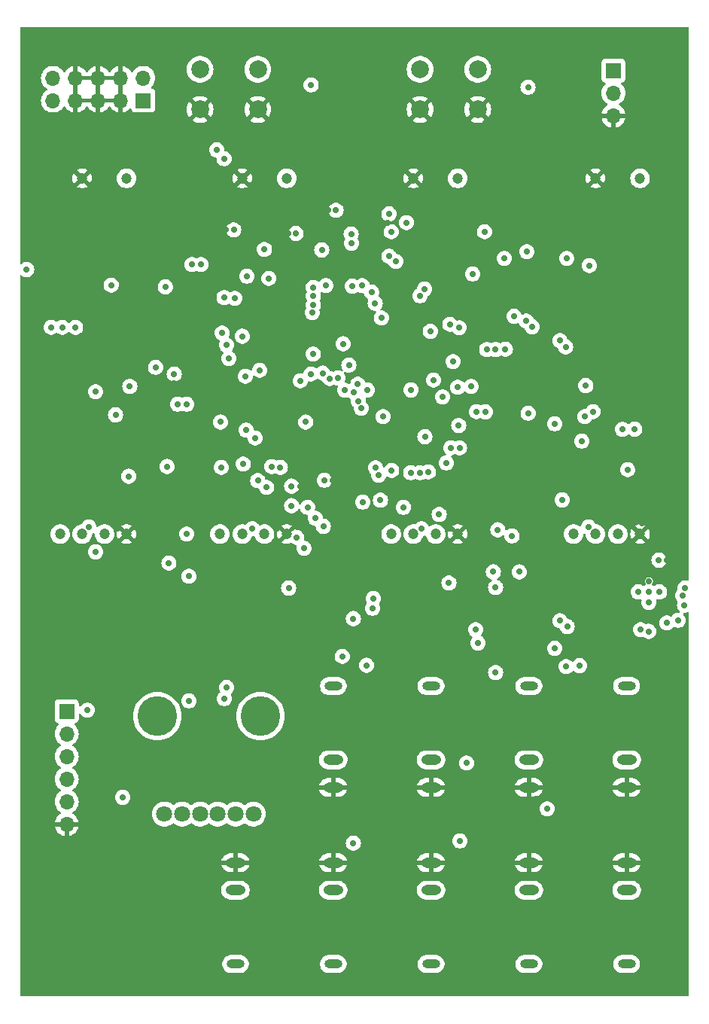
<source format=gbr>
%TF.GenerationSoftware,KiCad,Pcbnew,8.0.8*%
%TF.CreationDate,2025-01-25T01:21:00+01:00*%
%TF.ProjectId,aware01_h7,61776172-6530-4315-9f68-372e6b696361,rev?*%
%TF.SameCoordinates,Original*%
%TF.FileFunction,Copper,L3,Inr*%
%TF.FilePolarity,Positive*%
%FSLAX46Y46*%
G04 Gerber Fmt 4.6, Leading zero omitted, Abs format (unit mm)*
G04 Created by KiCad (PCBNEW 8.0.8) date 2025-01-25 01:21:00*
%MOMM*%
%LPD*%
G01*
G04 APERTURE LIST*
%TA.AperFunction,ComponentPad*%
%ADD10C,0.700000*%
%TD*%
%TA.AperFunction,ComponentPad*%
%ADD11C,1.200000*%
%TD*%
%TA.AperFunction,ComponentPad*%
%ADD12O,2.216000X1.108000*%
%TD*%
%TA.AperFunction,ComponentPad*%
%ADD13O,2.016000X1.008000*%
%TD*%
%TA.AperFunction,ComponentPad*%
%ADD14C,2.000000*%
%TD*%
%TA.AperFunction,ComponentPad*%
%ADD15C,1.800000*%
%TD*%
%TA.AperFunction,ComponentPad*%
%ADD16C,4.455000*%
%TD*%
%TA.AperFunction,ComponentPad*%
%ADD17R,1.700000X1.700000*%
%TD*%
%TA.AperFunction,ComponentPad*%
%ADD18O,1.700000X1.700000*%
%TD*%
%TA.AperFunction,ViaPad*%
%ADD19C,0.700000*%
%TD*%
G04 APERTURE END LIST*
D10*
%TO.N,N/C*%
%TO.C,IC2*%
X233000000Y-100700000D03*
X231800000Y-99500000D03*
X233000000Y-98300000D03*
X234200000Y-99500000D03*
X233000000Y-99500000D03*
%TD*%
D11*
%TO.N,+3.3V*%
%TO.C,U4*%
X187250000Y-93000000D03*
%TO.N,/FADER2_IN*%
X184750000Y-93000000D03*
%TO.N,GND*%
X187250000Y-53000000D03*
%TO.N,Net-(U4B-A)*%
X189750000Y-93000000D03*
%TO.N,GND*%
X192250000Y-93000000D03*
%TO.N,unconnected-(U4A-B-Pad6)*%
X192250000Y-53000000D03*
%TD*%
%TO.N,+3.3V*%
%TO.C,U6*%
X227000000Y-93000000D03*
%TO.N,/FADER4_IN*%
X224500000Y-93000000D03*
%TO.N,GND*%
X227000000Y-53000000D03*
%TO.N,Net-(U6B-A)*%
X229500000Y-93000000D03*
%TO.N,GND*%
X232000000Y-93000000D03*
%TO.N,unconnected-(U6A-B-Pad6)*%
X232000000Y-53000000D03*
%TD*%
D12*
%TO.N,GND*%
%TO.C,J9*%
X208500000Y-129940000D03*
D13*
%TO.N,Net-(J9-PadT)*%
X208500000Y-141340000D03*
D12*
%TO.N,unconnected-(J9-PadTN)*%
X208500000Y-133040000D03*
%TD*%
D14*
%TO.N,GND*%
%TO.C,SW3*%
X213750000Y-45250000D03*
X207250000Y-45250000D03*
%TO.N,/BUTTON2_IN*%
X213750000Y-40750000D03*
X207250000Y-40750000D03*
%TD*%
D15*
%TO.N,Net-(C45-Pad1)*%
%TO.C,VR1*%
X180500000Y-124475000D03*
X178500000Y-124475000D03*
%TO.N,Net-(C46-Pad1)*%
X188500000Y-124475000D03*
%TO.N,Net-(R11-Pad2)*%
X182500000Y-124475000D03*
%TO.N,Net-(C46-Pad1)*%
X184500000Y-124475000D03*
%TO.N,Net-(R12-Pad2)*%
X186500000Y-124475000D03*
D16*
%TO.N,unconnected-(VR1-PadMH1)*%
X177700000Y-113475000D03*
%TO.N,unconnected-(VR1-PadMH2)*%
X189300000Y-113475000D03*
%TD*%
D11*
%TO.N,+3.3V*%
%TO.C,U3*%
X169250000Y-93000000D03*
%TO.N,/FADER1_IN*%
X166750000Y-93000000D03*
%TO.N,GND*%
X169250000Y-53000000D03*
%TO.N,Net-(U3B-A)*%
X171750000Y-93000000D03*
%TO.N,GND*%
X174250000Y-93000000D03*
%TO.N,unconnected-(U3A-B-Pad6)*%
X174250000Y-53000000D03*
%TD*%
D12*
%TO.N,GND*%
%TO.C,J13*%
X230500000Y-121480000D03*
D13*
%TO.N,Net-(J13-PadT)*%
X230500000Y-110080000D03*
D12*
%TO.N,unconnected-(J13-PadTN)*%
X230500000Y-118380000D03*
%TD*%
%TO.N,GND*%
%TO.C,J8*%
X230500000Y-129940000D03*
D13*
%TO.N,Net-(J8-PadT)*%
X230500000Y-141340000D03*
D12*
%TO.N,unconnected-(J8-PadTN)*%
X230500000Y-133040000D03*
%TD*%
%TO.N,GND*%
%TO.C,J4*%
X208500000Y-121480000D03*
D13*
%TO.N,Net-(J11-PadTN)*%
X208500000Y-110080000D03*
D12*
%TO.N,unconnected-(J4-PadTN)*%
X208500000Y-118380000D03*
%TD*%
%TO.N,GND*%
%TO.C,J5*%
X186500000Y-129940000D03*
D13*
%TO.N,Net-(J5-PadT)*%
X186500000Y-141340000D03*
D12*
%TO.N,unconnected-(J5-PadTN)*%
X186500000Y-133040000D03*
%TD*%
%TO.N,GND*%
%TO.C,J11*%
X197500000Y-121480000D03*
D13*
%TO.N,Net-(J11-PadT)*%
X197500000Y-110080000D03*
D12*
%TO.N,Net-(J11-PadTN)*%
X197500000Y-118380000D03*
%TD*%
%TO.N,GND*%
%TO.C,J7*%
X197500000Y-129940000D03*
D13*
%TO.N,Net-(J7-PadT)*%
X197500000Y-141340000D03*
D12*
%TO.N,unconnected-(J7-PadTN)*%
X197500000Y-133040000D03*
%TD*%
D11*
%TO.N,unconnected-(U5A-B-Pad6)*%
%TO.C,U5*%
X211500000Y-53000000D03*
%TO.N,GND*%
X211500000Y-93000000D03*
%TO.N,Net-(U5B-A)*%
X209000000Y-93000000D03*
%TO.N,GND*%
X206500000Y-53000000D03*
%TO.N,/FADER3_IN*%
X204000000Y-93000000D03*
%TO.N,+3.3V*%
X206500000Y-93000000D03*
%TD*%
D14*
%TO.N,GND*%
%TO.C,SW2*%
X189000000Y-45250000D03*
X182500000Y-45250000D03*
%TO.N,/BUTTON1_IN*%
X189000000Y-40750000D03*
X182500000Y-40750000D03*
%TD*%
D12*
%TO.N,GND*%
%TO.C,J10*%
X219500000Y-129940000D03*
D13*
%TO.N,Net-(J10-PadT)*%
X219500000Y-141340000D03*
D12*
%TO.N,unconnected-(J10-PadTN)*%
X219500000Y-133040000D03*
%TD*%
%TO.N,GND*%
%TO.C,J6*%
X219500000Y-121480000D03*
D13*
%TO.N,Net-(J6-PadT)*%
X219500000Y-110080000D03*
D12*
%TO.N,unconnected-(J6-PadTN)*%
X219500000Y-118380000D03*
%TD*%
D17*
%TO.N,/UART4_TX*%
%TO.C,J2*%
X229000000Y-40875000D03*
D18*
%TO.N,/UART4_RX*%
X229000000Y-43415000D03*
%TO.N,GND*%
X229000000Y-45955000D03*
%TD*%
D17*
%TO.N,+3.3V*%
%TO.C,J1*%
X167500000Y-112920000D03*
D18*
%TO.N,/SWCLK*%
X167500000Y-115460000D03*
%TO.N,/SWDIO*%
X167500000Y-118000000D03*
%TO.N,/SWO*%
X167500000Y-120540000D03*
%TO.N,/NRST*%
X167500000Y-123080000D03*
%TO.N,GND*%
X167500000Y-125620000D03*
%TD*%
D17*
%TO.N,Net-(D1-A)*%
%TO.C,J3*%
X176120000Y-44250000D03*
D18*
X176120000Y-41710000D03*
%TO.N,GND*%
X173580000Y-44250000D03*
X173580000Y-41710000D03*
X171040000Y-44250000D03*
X171040000Y-41710000D03*
X168500000Y-44250000D03*
X168500000Y-41710000D03*
%TO.N,Net-(D2-K)*%
X165960000Y-44250000D03*
X165960000Y-41710000D03*
%TD*%
D19*
%TO.N,GND*%
X229000000Y-95200000D03*
X227600000Y-46000000D03*
%TO.N,/UART4_TX*%
X184400000Y-49800000D03*
X181600000Y-62700000D03*
%TO.N,/UART4_RX*%
X185200000Y-50800000D03*
X182600000Y-62700000D03*
%TO.N,+3.3V*%
X178600000Y-65200000D03*
X174600000Y-76400000D03*
X222400000Y-80600000D03*
%TO.N,GND*%
X201800000Y-129200000D03*
X206600000Y-104200000D03*
X215600000Y-104200000D03*
X217600000Y-124475000D03*
%TO.N,/FADER3_IN*%
X194600000Y-90000000D03*
X190580903Y-85405871D03*
%TO.N,/FAD_LED3_OUT*%
X205400000Y-90000000D03*
%TO.N,Net-(U5B-A)*%
X209400000Y-90800000D03*
%TO.N,/FADER4_IN*%
X196300000Y-74900000D03*
%TO.N,/FADER3_IN*%
X195000000Y-75000000D03*
%TO.N,/FADER4_IN*%
X210205548Y-85000000D03*
%TO.N,/SWDIO*%
X208200000Y-86000000D03*
%TO.N,/CV2_IN*%
X225200000Y-107800000D03*
X223800000Y-103400000D03*
%TO.N,GND*%
X223650000Y-115250000D03*
X208529656Y-68710294D03*
X173500000Y-46500000D03*
X182000000Y-92000000D03*
X173200000Y-92400000D03*
X228750000Y-62750000D03*
X233025000Y-89475000D03*
X197000000Y-105000000D03*
X225000000Y-103800000D03*
X164500000Y-63000000D03*
X210000000Y-105500000D03*
X225100000Y-64900000D03*
X206250000Y-125000000D03*
X208000000Y-100200000D03*
X170250000Y-46500000D03*
X208800281Y-74100000D03*
X175250000Y-136800000D03*
X193750000Y-100750000D03*
X223250000Y-81500000D03*
X234750000Y-104250000D03*
X233200000Y-81200000D03*
X232200000Y-91800000D03*
X230000000Y-65200000D03*
X230250000Y-127250000D03*
X165250000Y-61750000D03*
X182250000Y-86600000D03*
X178500000Y-73500000D03*
X167200000Y-77800000D03*
X207700000Y-53900000D03*
X206250000Y-123750000D03*
X172000000Y-46500000D03*
X170400000Y-53600000D03*
X197400000Y-87000000D03*
X232550000Y-96000000D03*
X182025000Y-57225000D03*
X222750000Y-65000000D03*
X213200000Y-80800000D03*
X193775000Y-87624997D03*
X224600000Y-59200000D03*
X228000000Y-102800000D03*
X196900000Y-56600000D03*
X210750000Y-68000000D03*
X233025000Y-86000000D03*
X221600000Y-105000000D03*
X226750000Y-95275000D03*
X229600000Y-87800000D03*
X189500000Y-102500000D03*
X192400000Y-59200000D03*
X185400000Y-58800000D03*
X192000000Y-139000000D03*
X185000000Y-87250000D03*
X174500000Y-61450000D03*
X221750000Y-127500000D03*
X235600000Y-126400000D03*
X218250000Y-128750000D03*
X224775000Y-99025000D03*
X207250000Y-47250000D03*
X179910529Y-64906412D03*
X231500000Y-65200000D03*
X177475000Y-65200000D03*
X210600000Y-92400000D03*
X228200000Y-81200000D03*
X208125000Y-80875000D03*
X180200000Y-92000000D03*
X169225000Y-62000000D03*
X214600000Y-46775000D03*
X168750000Y-46500000D03*
X179600000Y-76000000D03*
X180400000Y-139000000D03*
X206750000Y-60000000D03*
X199750000Y-97500000D03*
X170925000Y-58675000D03*
X188200000Y-53800000D03*
X215000000Y-123000000D03*
X190100000Y-46900000D03*
X203600000Y-58025000D03*
X221000000Y-65000000D03*
X213750000Y-93000000D03*
X220250000Y-122750000D03*
X191200000Y-92400000D03*
X230220000Y-128280000D03*
X227500000Y-76000000D03*
X177800000Y-67100000D03*
X235025000Y-95975000D03*
X181250000Y-82000000D03*
X165800000Y-125600000D03*
X228000000Y-53800000D03*
%TO.N,+12V*%
X210500000Y-98500000D03*
X179000000Y-96250000D03*
X172500000Y-65000000D03*
X192475000Y-99075000D03*
%TO.N,+3.3V*%
X167000000Y-69750000D03*
X230025000Y-81225000D03*
X208400000Y-70200000D03*
X211750000Y-127500000D03*
X195000000Y-42500000D03*
X207800000Y-82050000D03*
X211600000Y-80800000D03*
X197800003Y-56600000D03*
X231400000Y-81200000D03*
X180000000Y-78400000D03*
X204000000Y-59000000D03*
X226200000Y-92200000D03*
X219400000Y-42750000D03*
X192800000Y-87600000D03*
X225800000Y-79800000D03*
X208750000Y-75675000D03*
X186300003Y-58800000D03*
X170000000Y-92200000D03*
X165750000Y-69750000D03*
X234123900Y-95936950D03*
X168500000Y-69750000D03*
X196501388Y-86950000D03*
X184900000Y-85500000D03*
X169800000Y-112800000D03*
X221558000Y-123905000D03*
X230600000Y-85750000D03*
X188400000Y-92400000D03*
X181000000Y-78400000D03*
X207400000Y-92400000D03*
X226300000Y-62800000D03*
X193300003Y-59200000D03*
X237000000Y-101000000D03*
X179600000Y-75000000D03*
%TO.N,/GATE1_IN*%
X177500000Y-74250000D03*
X185750000Y-73250000D03*
%TO.N,/CV2_IN*%
X194400000Y-80400000D03*
X185200000Y-66400000D03*
X184800000Y-80400000D03*
%TO.N,/FMC_D15*%
X207239411Y-66210766D03*
X223630025Y-71950000D03*
%TO.N,/FMC_D4*%
X225900000Y-76300000D03*
X196200000Y-61050000D03*
%TO.N,/FADER1_IN*%
X170750000Y-77000000D03*
X187750000Y-64000000D03*
%TO.N,/FADER2_IN*%
X181000000Y-93000000D03*
X190250000Y-64250000D03*
%TO.N,/FMC_D8*%
X205730025Y-57969975D03*
X199500000Y-59250000D03*
%TO.N,/I2S1_SDO*%
X195466784Y-91226833D03*
X236784606Y-99896183D03*
%TO.N,/I2C1_SCL*%
X236300000Y-102700000D03*
X190000000Y-87750000D03*
%TO.N,/FMC_NBL0*%
X202608698Y-86368747D03*
X187373440Y-85126560D03*
%TO.N,/FMC_A7*%
X195254339Y-67215687D03*
X202201908Y-67048091D03*
%TO.N,/FMC_SDNE0*%
X197101388Y-75500000D03*
X211700000Y-83300000D03*
%TO.N,/NRST*%
X185000000Y-70400000D03*
X186400000Y-66500000D03*
%TO.N,/FMC_D12*%
X223750000Y-62000000D03*
X216750000Y-62000000D03*
%TO.N,/FMC_A4*%
X187600000Y-75250000D03*
X210600000Y-69400000D03*
%TO.N,/FMC_D14*%
X207750000Y-65450000D03*
X223000000Y-71250000D03*
%TO.N,/FMC_BA1*%
X201300000Y-76800000D03*
X206250000Y-76800000D03*
%TO.N,/BUTTON1_IN*%
X187250000Y-70750000D03*
%TO.N,/FAD_LED2_OUT*%
X206200000Y-86100000D03*
X192800000Y-89800000D03*
%TO.N,/FMC_A3*%
X198796164Y-76836173D03*
X211500000Y-76500000D03*
%TO.N,/BUTTON2_IN*%
X185500000Y-71750000D03*
%TO.N,/FMC_SDNRAS*%
X210700000Y-83300000D03*
X198000000Y-75450000D03*
%TO.N,/FMC_SDCKE0*%
X217842939Y-68513315D03*
X195250000Y-72750000D03*
%TO.N,/FMC_A11*%
X196644975Y-65050000D03*
X203750000Y-61750000D03*
%TO.N,/FMC_D11*%
X214500000Y-59000000D03*
X219250000Y-61250000D03*
%TO.N,/I2S1_SDI*%
X237074318Y-99044085D03*
X196369975Y-92130025D03*
%TO.N,/FMC_D6*%
X215750000Y-72250000D03*
X200750000Y-65067258D03*
%TO.N,+3.3VA*%
X178800000Y-85400000D03*
X173000000Y-79600000D03*
X173000000Y-79600000D03*
%TO.N,-12V*%
X181250000Y-97750000D03*
X163000000Y-63250000D03*
%TO.N,/FAD_LED3_OUT*%
X207250000Y-86100000D03*
%TO.N,/FMC_A5*%
X211656226Y-69800000D03*
X189219975Y-74569975D03*
%TO.N,/FMC_A9*%
X195244975Y-65255025D03*
X204505737Y-62338283D03*
%TO.N,/FMC_A0*%
X200655788Y-78865837D03*
X214600000Y-79263567D03*
%TO.N,/CV1_IN*%
X193773839Y-75763789D03*
X216000000Y-92510050D03*
X212500000Y-118750000D03*
X213750000Y-105250000D03*
%TO.N,/FMC_NBL1*%
X219209361Y-69050000D03*
X187700000Y-81300000D03*
%TO.N,/SWDIO*%
X202800000Y-89200000D03*
X193363602Y-93363602D03*
%TO.N,/FMC_D9*%
X203750000Y-57000000D03*
X199546359Y-60296358D03*
%TO.N,/FMC_A1*%
X200292441Y-78042441D03*
X213575754Y-79229272D03*
%TO.N,/FAD_LED4_OUT*%
X223243750Y-89156250D03*
X203100000Y-79800000D03*
%TO.N,/V_OCT_IN*%
X173800000Y-122600000D03*
X189750000Y-61000000D03*
X170750000Y-95000000D03*
X199750000Y-127750000D03*
%TO.N,/FMC_SDCLK*%
X213000000Y-76400000D03*
X219857557Y-69700000D03*
%TO.N,/FMC_SDNCAS*%
X191537412Y-85487588D03*
X202234992Y-85550000D03*
%TO.N,/FMC_SDNWE*%
X219410355Y-79410355D03*
X200250000Y-76150000D03*
%TO.N,/FAD_LED1_OUT*%
X174500000Y-86500000D03*
X199250000Y-74000000D03*
%TO.N,/FMC_A10*%
X198600000Y-71600000D03*
X210988796Y-73613480D03*
%TO.N,/SWCLK*%
X194200000Y-94600000D03*
X200800000Y-89400000D03*
X204059926Y-85840074D03*
%TO.N,/I2C1_SDA*%
X189000000Y-87000000D03*
X235000000Y-103000000D03*
%TO.N,/FMC_A6*%
X202900000Y-68700000D03*
X195141422Y-68108578D03*
%TO.N,/FMC_A2*%
X209800000Y-77575000D03*
X199832726Y-77032726D03*
%TO.N,/FMC_D7*%
X201800000Y-65800000D03*
X214750000Y-72250000D03*
%TO.N,/FMC_D3*%
X226720321Y-79220321D03*
X225444975Y-82544975D03*
%TO.N,/FMC_D5*%
X216852945Y-72199999D03*
X199619975Y-65119975D03*
%TO.N,/FMC_A8*%
X213154975Y-63745025D03*
X195250000Y-66250000D03*
%TO.N,Net-(C45-Pad1)*%
X202000000Y-100250000D03*
X181250000Y-111750000D03*
%TO.N,Net-(U9A--)*%
X201250000Y-107750000D03*
X198500000Y-106750000D03*
X201905331Y-101344669D03*
%TO.N,Net-(C46-Pad1)*%
X199750000Y-102500000D03*
%TO.N,/Audio Codec/Input Output Channels/INR*%
X232083700Y-103750000D03*
X215750000Y-108575000D03*
%TO.N,/Audio Codec/Input Output Channels/INL*%
X232979504Y-103939709D03*
X215750000Y-99000000D03*
%TO.N,Net-(C52-Pad1)*%
X218400000Y-97250000D03*
X215500000Y-97250000D03*
%TO.N,Net-(C53-Pad1)*%
X223000000Y-102750000D03*
X222400000Y-105850000D03*
%TO.N,Net-(C54-Pad1)*%
X213500000Y-103750000D03*
X223700000Y-107900000D03*
%TO.N,/SWO*%
X188700000Y-82200000D03*
%TO.N,Net-(R11-Pad2)*%
X185500000Y-110250000D03*
%TO.N,Net-(R12-Pad2)*%
X185250000Y-111500000D03*
%TO.N,/CV2_IN*%
X217600000Y-93210050D03*
%TD*%
%TA.AperFunction,Conductor*%
%TO.N,GND*%
G36*
X170574075Y-44057007D02*
G01*
X170540000Y-44184174D01*
X170540000Y-44315826D01*
X170574075Y-44442993D01*
X170606988Y-44500000D01*
X168933012Y-44500000D01*
X168965925Y-44442993D01*
X169000000Y-44315826D01*
X169000000Y-44184174D01*
X168965925Y-44057007D01*
X168933012Y-44000000D01*
X170606988Y-44000000D01*
X170574075Y-44057007D01*
G37*
%TD.AperFunction*%
%TA.AperFunction,Conductor*%
G36*
X173114075Y-44057007D02*
G01*
X173080000Y-44184174D01*
X173080000Y-44315826D01*
X173114075Y-44442993D01*
X173146988Y-44500000D01*
X171473012Y-44500000D01*
X171505925Y-44442993D01*
X171540000Y-44315826D01*
X171540000Y-44184174D01*
X171505925Y-44057007D01*
X171473012Y-44000000D01*
X173146988Y-44000000D01*
X173114075Y-44057007D01*
G37*
%TD.AperFunction*%
%TA.AperFunction,Conductor*%
G36*
X168750000Y-43816988D02*
G01*
X168692993Y-43784075D01*
X168565826Y-43750000D01*
X168434174Y-43750000D01*
X168307007Y-43784075D01*
X168250000Y-43816988D01*
X168250000Y-42143012D01*
X168307007Y-42175925D01*
X168434174Y-42210000D01*
X168565826Y-42210000D01*
X168692993Y-42175925D01*
X168750000Y-42143012D01*
X168750000Y-43816988D01*
G37*
%TD.AperFunction*%
%TA.AperFunction,Conductor*%
G36*
X171290000Y-43816988D02*
G01*
X171232993Y-43784075D01*
X171105826Y-43750000D01*
X170974174Y-43750000D01*
X170847007Y-43784075D01*
X170790000Y-43816988D01*
X170790000Y-42143012D01*
X170847007Y-42175925D01*
X170974174Y-42210000D01*
X171105826Y-42210000D01*
X171232993Y-42175925D01*
X171290000Y-42143012D01*
X171290000Y-43816988D01*
G37*
%TD.AperFunction*%
%TA.AperFunction,Conductor*%
G36*
X173830000Y-43816988D02*
G01*
X173772993Y-43784075D01*
X173645826Y-43750000D01*
X173514174Y-43750000D01*
X173387007Y-43784075D01*
X173330000Y-43816988D01*
X173330000Y-42143012D01*
X173387007Y-42175925D01*
X173514174Y-42210000D01*
X173645826Y-42210000D01*
X173772993Y-42175925D01*
X173830000Y-42143012D01*
X173830000Y-43816988D01*
G37*
%TD.AperFunction*%
%TA.AperFunction,Conductor*%
G36*
X170574075Y-41517007D02*
G01*
X170540000Y-41644174D01*
X170540000Y-41775826D01*
X170574075Y-41902993D01*
X170606988Y-41960000D01*
X168933012Y-41960000D01*
X168965925Y-41902993D01*
X169000000Y-41775826D01*
X169000000Y-41644174D01*
X168965925Y-41517007D01*
X168933012Y-41460000D01*
X170606988Y-41460000D01*
X170574075Y-41517007D01*
G37*
%TD.AperFunction*%
%TA.AperFunction,Conductor*%
G36*
X173114075Y-41517007D02*
G01*
X173080000Y-41644174D01*
X173080000Y-41775826D01*
X173114075Y-41902993D01*
X173146988Y-41960000D01*
X171473012Y-41960000D01*
X171505925Y-41902993D01*
X171540000Y-41775826D01*
X171540000Y-41644174D01*
X171505925Y-41517007D01*
X171473012Y-41460000D01*
X173146988Y-41460000D01*
X173114075Y-41517007D01*
G37*
%TD.AperFunction*%
%TA.AperFunction,Conductor*%
G36*
X237442539Y-36020185D02*
G01*
X237488294Y-36072989D01*
X237499500Y-36124500D01*
X237499500Y-98112369D01*
X237479815Y-98179408D01*
X237427011Y-98225163D01*
X237357853Y-98235107D01*
X237344941Y-98232104D01*
X237344941Y-98232107D01*
X237309153Y-98224500D01*
X237163709Y-98193585D01*
X236984927Y-98193585D01*
X236954272Y-98200100D01*
X236810051Y-98230755D01*
X236810046Y-98230757D01*
X236646726Y-98303472D01*
X236502086Y-98408560D01*
X236382458Y-98541421D01*
X236293068Y-98696249D01*
X236293065Y-98696255D01*
X236237822Y-98866277D01*
X236237821Y-98866279D01*
X236219133Y-99044085D01*
X236233039Y-99176393D01*
X236220469Y-99245123D01*
X236201868Y-99272326D01*
X236092746Y-99393518D01*
X236003356Y-99548347D01*
X236003353Y-99548353D01*
X235948110Y-99718375D01*
X235948109Y-99718377D01*
X235929421Y-99896183D01*
X235948109Y-100073988D01*
X235948110Y-100073990D01*
X236003353Y-100244012D01*
X236003356Y-100244018D01*
X236092747Y-100398848D01*
X236118822Y-100427807D01*
X236198643Y-100516457D01*
X236228873Y-100579448D01*
X236220602Y-100645933D01*
X236220758Y-100645984D01*
X236220495Y-100646790D01*
X236220248Y-100648783D01*
X236219780Y-100649849D01*
X236218750Y-100652161D01*
X236163504Y-100822192D01*
X236163503Y-100822194D01*
X236144815Y-101000000D01*
X236163503Y-101177805D01*
X236163504Y-101177807D01*
X236218747Y-101347829D01*
X236218750Y-101347835D01*
X236308141Y-101502665D01*
X236351212Y-101550500D01*
X236432118Y-101640356D01*
X236430540Y-101641776D01*
X236461997Y-101692818D01*
X236460677Y-101762675D01*
X236421800Y-101820730D01*
X236357707Y-101848549D01*
X236342381Y-101849500D01*
X236210609Y-101849500D01*
X236179954Y-101856015D01*
X236035733Y-101886670D01*
X236035728Y-101886672D01*
X235872408Y-101959387D01*
X235727768Y-102064475D01*
X235608140Y-102197336D01*
X235598131Y-102214671D01*
X235547562Y-102262885D01*
X235478955Y-102276105D01*
X235433704Y-102261639D01*
X235433530Y-102262032D01*
X235429956Y-102260440D01*
X235428746Y-102260054D01*
X235427595Y-102259389D01*
X235427591Y-102259387D01*
X235264267Y-102186671D01*
X235264265Y-102186670D01*
X235101952Y-102152170D01*
X235089391Y-102149500D01*
X234910609Y-102149500D01*
X234898048Y-102152170D01*
X234735733Y-102186670D01*
X234735728Y-102186672D01*
X234572408Y-102259387D01*
X234427768Y-102364475D01*
X234308140Y-102497336D01*
X234218750Y-102652164D01*
X234218747Y-102652170D01*
X234163504Y-102822192D01*
X234163503Y-102822194D01*
X234144815Y-103000000D01*
X234163503Y-103177805D01*
X234163504Y-103177807D01*
X234218747Y-103347829D01*
X234218750Y-103347835D01*
X234308141Y-103502665D01*
X234349812Y-103548946D01*
X234427764Y-103635521D01*
X234427767Y-103635523D01*
X234427770Y-103635526D01*
X234572407Y-103740612D01*
X234735733Y-103813329D01*
X234910609Y-103850500D01*
X234910610Y-103850500D01*
X235089389Y-103850500D01*
X235089391Y-103850500D01*
X235264267Y-103813329D01*
X235427593Y-103740612D01*
X235572230Y-103635526D01*
X235574895Y-103632567D01*
X235611535Y-103591873D01*
X235691859Y-103502665D01*
X235701865Y-103485332D01*
X235752428Y-103437118D01*
X235821035Y-103423893D01*
X235866295Y-103438360D01*
X235866470Y-103437968D01*
X235870038Y-103439556D01*
X235871250Y-103439944D01*
X235872402Y-103440609D01*
X235872404Y-103440610D01*
X235872407Y-103440612D01*
X236035733Y-103513329D01*
X236210609Y-103550500D01*
X236210610Y-103550500D01*
X236389389Y-103550500D01*
X236389391Y-103550500D01*
X236564267Y-103513329D01*
X236727593Y-103440612D01*
X236872230Y-103335526D01*
X236991859Y-103202665D01*
X237081250Y-103047835D01*
X237136497Y-102877803D01*
X237155185Y-102700000D01*
X237136497Y-102522197D01*
X237085250Y-102364475D01*
X237081252Y-102352170D01*
X237081249Y-102352164D01*
X237063945Y-102322192D01*
X236991859Y-102197335D01*
X236917251Y-102114475D01*
X236867882Y-102059644D01*
X236869459Y-102058223D01*
X236838003Y-102007182D01*
X236839323Y-101937325D01*
X236878200Y-101879270D01*
X236942293Y-101851451D01*
X236957619Y-101850500D01*
X237089389Y-101850500D01*
X237089391Y-101850500D01*
X237264267Y-101813329D01*
X237325065Y-101786259D01*
X237394314Y-101776975D01*
X237457590Y-101806603D01*
X237494804Y-101865737D01*
X237499500Y-101899539D01*
X237499500Y-144875500D01*
X237479815Y-144942539D01*
X237427011Y-144988294D01*
X237375500Y-144999500D01*
X162374500Y-144999500D01*
X162307461Y-144979815D01*
X162261706Y-144927011D01*
X162250500Y-144875500D01*
X162250500Y-141438937D01*
X184991499Y-141438937D01*
X185030101Y-141632996D01*
X185030104Y-141633006D01*
X185105820Y-141815802D01*
X185105827Y-141815815D01*
X185215753Y-141980330D01*
X185215756Y-141980334D01*
X185355665Y-142120243D01*
X185355669Y-142120246D01*
X185520184Y-142230172D01*
X185520197Y-142230179D01*
X185702993Y-142305895D01*
X185702998Y-142305897D01*
X185703002Y-142305897D01*
X185703003Y-142305898D01*
X185897062Y-142344500D01*
X185897065Y-142344500D01*
X187102937Y-142344500D01*
X187233495Y-142318529D01*
X187297002Y-142305897D01*
X187479809Y-142230176D01*
X187644331Y-142120246D01*
X187784246Y-141980331D01*
X187894176Y-141815809D01*
X187969897Y-141633002D01*
X188008500Y-141438937D01*
X195991499Y-141438937D01*
X196030101Y-141632996D01*
X196030104Y-141633006D01*
X196105820Y-141815802D01*
X196105827Y-141815815D01*
X196215753Y-141980330D01*
X196215756Y-141980334D01*
X196355665Y-142120243D01*
X196355669Y-142120246D01*
X196520184Y-142230172D01*
X196520197Y-142230179D01*
X196702993Y-142305895D01*
X196702998Y-142305897D01*
X196703002Y-142305897D01*
X196703003Y-142305898D01*
X196897062Y-142344500D01*
X196897065Y-142344500D01*
X198102937Y-142344500D01*
X198233495Y-142318529D01*
X198297002Y-142305897D01*
X198479809Y-142230176D01*
X198644331Y-142120246D01*
X198784246Y-141980331D01*
X198894176Y-141815809D01*
X198969897Y-141633002D01*
X199008500Y-141438937D01*
X206991499Y-141438937D01*
X207030101Y-141632996D01*
X207030104Y-141633006D01*
X207105820Y-141815802D01*
X207105827Y-141815815D01*
X207215753Y-141980330D01*
X207215756Y-141980334D01*
X207355665Y-142120243D01*
X207355669Y-142120246D01*
X207520184Y-142230172D01*
X207520197Y-142230179D01*
X207702993Y-142305895D01*
X207702998Y-142305897D01*
X207703002Y-142305897D01*
X207703003Y-142305898D01*
X207897062Y-142344500D01*
X207897065Y-142344500D01*
X209102937Y-142344500D01*
X209233495Y-142318529D01*
X209297002Y-142305897D01*
X209479809Y-142230176D01*
X209644331Y-142120246D01*
X209784246Y-141980331D01*
X209894176Y-141815809D01*
X209969897Y-141633002D01*
X210008500Y-141438937D01*
X217991499Y-141438937D01*
X218030101Y-141632996D01*
X218030104Y-141633006D01*
X218105820Y-141815802D01*
X218105827Y-141815815D01*
X218215753Y-141980330D01*
X218215756Y-141980334D01*
X218355665Y-142120243D01*
X218355669Y-142120246D01*
X218520184Y-142230172D01*
X218520197Y-142230179D01*
X218702993Y-142305895D01*
X218702998Y-142305897D01*
X218703002Y-142305897D01*
X218703003Y-142305898D01*
X218897062Y-142344500D01*
X218897065Y-142344500D01*
X220102937Y-142344500D01*
X220233495Y-142318529D01*
X220297002Y-142305897D01*
X220479809Y-142230176D01*
X220644331Y-142120246D01*
X220784246Y-141980331D01*
X220894176Y-141815809D01*
X220969897Y-141633002D01*
X221008500Y-141438937D01*
X228991499Y-141438937D01*
X229030101Y-141632996D01*
X229030104Y-141633006D01*
X229105820Y-141815802D01*
X229105827Y-141815815D01*
X229215753Y-141980330D01*
X229215756Y-141980334D01*
X229355665Y-142120243D01*
X229355669Y-142120246D01*
X229520184Y-142230172D01*
X229520197Y-142230179D01*
X229702993Y-142305895D01*
X229702998Y-142305897D01*
X229703002Y-142305897D01*
X229703003Y-142305898D01*
X229897062Y-142344500D01*
X229897065Y-142344500D01*
X231102937Y-142344500D01*
X231233495Y-142318529D01*
X231297002Y-142305897D01*
X231479809Y-142230176D01*
X231644331Y-142120246D01*
X231784246Y-141980331D01*
X231894176Y-141815809D01*
X231969897Y-141633002D01*
X232008500Y-141438935D01*
X232008500Y-141241065D01*
X232008500Y-141241062D01*
X231969898Y-141047003D01*
X231969897Y-141047002D01*
X231969897Y-141046998D01*
X231969895Y-141046993D01*
X231894179Y-140864197D01*
X231894172Y-140864184D01*
X231784246Y-140699669D01*
X231784243Y-140699665D01*
X231644334Y-140559756D01*
X231644330Y-140559753D01*
X231479815Y-140449827D01*
X231479802Y-140449820D01*
X231297006Y-140374104D01*
X231296996Y-140374101D01*
X231102937Y-140335500D01*
X231102935Y-140335500D01*
X229897065Y-140335500D01*
X229897063Y-140335500D01*
X229703003Y-140374101D01*
X229702993Y-140374104D01*
X229520197Y-140449820D01*
X229520184Y-140449827D01*
X229355669Y-140559753D01*
X229355665Y-140559756D01*
X229215756Y-140699665D01*
X229215753Y-140699669D01*
X229105827Y-140864184D01*
X229105820Y-140864197D01*
X229030104Y-141046993D01*
X229030101Y-141047003D01*
X228991500Y-141241062D01*
X228991500Y-141241065D01*
X228991500Y-141438935D01*
X228991500Y-141438937D01*
X228991499Y-141438937D01*
X221008500Y-141438937D01*
X221008500Y-141438935D01*
X221008500Y-141241065D01*
X221008500Y-141241062D01*
X220969898Y-141047003D01*
X220969897Y-141047002D01*
X220969897Y-141046998D01*
X220969895Y-141046993D01*
X220894179Y-140864197D01*
X220894172Y-140864184D01*
X220784246Y-140699669D01*
X220784243Y-140699665D01*
X220644334Y-140559756D01*
X220644330Y-140559753D01*
X220479815Y-140449827D01*
X220479802Y-140449820D01*
X220297006Y-140374104D01*
X220296996Y-140374101D01*
X220102937Y-140335500D01*
X220102935Y-140335500D01*
X218897065Y-140335500D01*
X218897063Y-140335500D01*
X218703003Y-140374101D01*
X218702993Y-140374104D01*
X218520197Y-140449820D01*
X218520184Y-140449827D01*
X218355669Y-140559753D01*
X218355665Y-140559756D01*
X218215756Y-140699665D01*
X218215753Y-140699669D01*
X218105827Y-140864184D01*
X218105820Y-140864197D01*
X218030104Y-141046993D01*
X218030101Y-141047003D01*
X217991500Y-141241062D01*
X217991500Y-141241065D01*
X217991500Y-141438935D01*
X217991500Y-141438937D01*
X217991499Y-141438937D01*
X210008500Y-141438937D01*
X210008500Y-141438935D01*
X210008500Y-141241065D01*
X210008500Y-141241062D01*
X209969898Y-141047003D01*
X209969897Y-141047002D01*
X209969897Y-141046998D01*
X209969895Y-141046993D01*
X209894179Y-140864197D01*
X209894172Y-140864184D01*
X209784246Y-140699669D01*
X209784243Y-140699665D01*
X209644334Y-140559756D01*
X209644330Y-140559753D01*
X209479815Y-140449827D01*
X209479802Y-140449820D01*
X209297006Y-140374104D01*
X209296996Y-140374101D01*
X209102937Y-140335500D01*
X209102935Y-140335500D01*
X207897065Y-140335500D01*
X207897063Y-140335500D01*
X207703003Y-140374101D01*
X207702993Y-140374104D01*
X207520197Y-140449820D01*
X207520184Y-140449827D01*
X207355669Y-140559753D01*
X207355665Y-140559756D01*
X207215756Y-140699665D01*
X207215753Y-140699669D01*
X207105827Y-140864184D01*
X207105820Y-140864197D01*
X207030104Y-141046993D01*
X207030101Y-141047003D01*
X206991500Y-141241062D01*
X206991500Y-141241065D01*
X206991500Y-141438935D01*
X206991500Y-141438937D01*
X206991499Y-141438937D01*
X199008500Y-141438937D01*
X199008500Y-141438935D01*
X199008500Y-141241065D01*
X199008500Y-141241062D01*
X198969898Y-141047003D01*
X198969897Y-141047002D01*
X198969897Y-141046998D01*
X198969895Y-141046993D01*
X198894179Y-140864197D01*
X198894172Y-140864184D01*
X198784246Y-140699669D01*
X198784243Y-140699665D01*
X198644334Y-140559756D01*
X198644330Y-140559753D01*
X198479815Y-140449827D01*
X198479802Y-140449820D01*
X198297006Y-140374104D01*
X198296996Y-140374101D01*
X198102937Y-140335500D01*
X198102935Y-140335500D01*
X196897065Y-140335500D01*
X196897063Y-140335500D01*
X196703003Y-140374101D01*
X196702993Y-140374104D01*
X196520197Y-140449820D01*
X196520184Y-140449827D01*
X196355669Y-140559753D01*
X196355665Y-140559756D01*
X196215756Y-140699665D01*
X196215753Y-140699669D01*
X196105827Y-140864184D01*
X196105820Y-140864197D01*
X196030104Y-141046993D01*
X196030101Y-141047003D01*
X195991500Y-141241062D01*
X195991500Y-141241065D01*
X195991500Y-141438935D01*
X195991500Y-141438937D01*
X195991499Y-141438937D01*
X188008500Y-141438937D01*
X188008500Y-141438935D01*
X188008500Y-141241065D01*
X188008500Y-141241062D01*
X187969898Y-141047003D01*
X187969897Y-141047002D01*
X187969897Y-141046998D01*
X187969895Y-141046993D01*
X187894179Y-140864197D01*
X187894172Y-140864184D01*
X187784246Y-140699669D01*
X187784243Y-140699665D01*
X187644334Y-140559756D01*
X187644330Y-140559753D01*
X187479815Y-140449827D01*
X187479802Y-140449820D01*
X187297006Y-140374104D01*
X187296996Y-140374101D01*
X187102937Y-140335500D01*
X187102935Y-140335500D01*
X185897065Y-140335500D01*
X185897063Y-140335500D01*
X185703003Y-140374101D01*
X185702993Y-140374104D01*
X185520197Y-140449820D01*
X185520184Y-140449827D01*
X185355669Y-140559753D01*
X185355665Y-140559756D01*
X185215756Y-140699665D01*
X185215753Y-140699669D01*
X185105827Y-140864184D01*
X185105820Y-140864197D01*
X185030104Y-141046993D01*
X185030101Y-141047003D01*
X184991500Y-141241062D01*
X184991500Y-141241065D01*
X184991500Y-141438935D01*
X184991500Y-141438937D01*
X184991499Y-141438937D01*
X162250500Y-141438937D01*
X162250500Y-132936136D01*
X184891500Y-132936136D01*
X184891500Y-133143863D01*
X184932022Y-133347578D01*
X184932025Y-133347590D01*
X185011511Y-133539488D01*
X185011512Y-133539490D01*
X185126916Y-133712203D01*
X185126919Y-133712207D01*
X185273792Y-133859080D01*
X185273796Y-133859083D01*
X185446507Y-133974486D01*
X185446508Y-133974486D01*
X185446509Y-133974487D01*
X185446511Y-133974488D01*
X185638409Y-134053974D01*
X185638414Y-134053976D01*
X185842136Y-134094499D01*
X185842139Y-134094500D01*
X185842141Y-134094500D01*
X187157861Y-134094500D01*
X187157862Y-134094499D01*
X187361586Y-134053976D01*
X187553493Y-133974486D01*
X187726204Y-133859083D01*
X187873083Y-133712204D01*
X187988486Y-133539493D01*
X188067976Y-133347586D01*
X188108500Y-133143859D01*
X188108500Y-132936141D01*
X188108500Y-132936138D01*
X188108499Y-132936136D01*
X195891500Y-132936136D01*
X195891500Y-133143863D01*
X195932022Y-133347578D01*
X195932025Y-133347590D01*
X196011511Y-133539488D01*
X196011512Y-133539490D01*
X196126916Y-133712203D01*
X196126919Y-133712207D01*
X196273792Y-133859080D01*
X196273796Y-133859083D01*
X196446507Y-133974486D01*
X196446508Y-133974486D01*
X196446509Y-133974487D01*
X196446511Y-133974488D01*
X196638409Y-134053974D01*
X196638414Y-134053976D01*
X196842136Y-134094499D01*
X196842139Y-134094500D01*
X196842141Y-134094500D01*
X198157861Y-134094500D01*
X198157862Y-134094499D01*
X198361586Y-134053976D01*
X198553493Y-133974486D01*
X198726204Y-133859083D01*
X198873083Y-133712204D01*
X198988486Y-133539493D01*
X199067976Y-133347586D01*
X199108500Y-133143859D01*
X199108500Y-132936141D01*
X199108500Y-132936138D01*
X199108499Y-132936136D01*
X206891500Y-132936136D01*
X206891500Y-133143863D01*
X206932022Y-133347578D01*
X206932025Y-133347590D01*
X207011511Y-133539488D01*
X207011512Y-133539490D01*
X207126916Y-133712203D01*
X207126919Y-133712207D01*
X207273792Y-133859080D01*
X207273796Y-133859083D01*
X207446507Y-133974486D01*
X207446508Y-133974486D01*
X207446509Y-133974487D01*
X207446511Y-133974488D01*
X207638409Y-134053974D01*
X207638414Y-134053976D01*
X207842136Y-134094499D01*
X207842139Y-134094500D01*
X207842141Y-134094500D01*
X209157861Y-134094500D01*
X209157862Y-134094499D01*
X209361586Y-134053976D01*
X209553493Y-133974486D01*
X209726204Y-133859083D01*
X209873083Y-133712204D01*
X209988486Y-133539493D01*
X210067976Y-133347586D01*
X210108500Y-133143859D01*
X210108500Y-132936141D01*
X210108500Y-132936138D01*
X210108499Y-132936136D01*
X217891500Y-132936136D01*
X217891500Y-133143863D01*
X217932022Y-133347578D01*
X217932025Y-133347590D01*
X218011511Y-133539488D01*
X218011512Y-133539490D01*
X218126916Y-133712203D01*
X218126919Y-133712207D01*
X218273792Y-133859080D01*
X218273796Y-133859083D01*
X218446507Y-133974486D01*
X218446508Y-133974486D01*
X218446509Y-133974487D01*
X218446511Y-133974488D01*
X218638409Y-134053974D01*
X218638414Y-134053976D01*
X218842136Y-134094499D01*
X218842139Y-134094500D01*
X218842141Y-134094500D01*
X220157861Y-134094500D01*
X220157862Y-134094499D01*
X220361586Y-134053976D01*
X220553493Y-133974486D01*
X220726204Y-133859083D01*
X220873083Y-133712204D01*
X220988486Y-133539493D01*
X221067976Y-133347586D01*
X221108500Y-133143859D01*
X221108500Y-132936141D01*
X221108500Y-132936138D01*
X221108499Y-132936136D01*
X228891500Y-132936136D01*
X228891500Y-133143863D01*
X228932022Y-133347578D01*
X228932025Y-133347590D01*
X229011511Y-133539488D01*
X229011512Y-133539490D01*
X229126916Y-133712203D01*
X229126919Y-133712207D01*
X229273792Y-133859080D01*
X229273796Y-133859083D01*
X229446507Y-133974486D01*
X229446508Y-133974486D01*
X229446509Y-133974487D01*
X229446511Y-133974488D01*
X229638409Y-134053974D01*
X229638414Y-134053976D01*
X229842136Y-134094499D01*
X229842139Y-134094500D01*
X229842141Y-134094500D01*
X231157861Y-134094500D01*
X231157862Y-134094499D01*
X231361586Y-134053976D01*
X231553493Y-133974486D01*
X231726204Y-133859083D01*
X231873083Y-133712204D01*
X231988486Y-133539493D01*
X232067976Y-133347586D01*
X232108500Y-133143859D01*
X232108500Y-132936141D01*
X232108500Y-132936138D01*
X232108499Y-132936136D01*
X232067977Y-132732421D01*
X232067976Y-132732414D01*
X231988486Y-132540507D01*
X231873083Y-132367796D01*
X231873080Y-132367792D01*
X231726207Y-132220919D01*
X231726203Y-132220916D01*
X231553490Y-132105512D01*
X231553488Y-132105511D01*
X231361590Y-132026025D01*
X231361578Y-132026022D01*
X231157862Y-131985500D01*
X231157859Y-131985500D01*
X229842141Y-131985500D01*
X229842138Y-131985500D01*
X229638421Y-132026022D01*
X229638409Y-132026025D01*
X229446511Y-132105511D01*
X229446509Y-132105512D01*
X229273796Y-132220916D01*
X229273792Y-132220919D01*
X229126919Y-132367792D01*
X229126916Y-132367796D01*
X229011512Y-132540509D01*
X229011511Y-132540511D01*
X228932025Y-132732409D01*
X228932022Y-132732421D01*
X228891500Y-132936136D01*
X221108499Y-132936136D01*
X221067977Y-132732421D01*
X221067976Y-132732414D01*
X220988486Y-132540507D01*
X220873083Y-132367796D01*
X220873080Y-132367792D01*
X220726207Y-132220919D01*
X220726203Y-132220916D01*
X220553490Y-132105512D01*
X220553488Y-132105511D01*
X220361590Y-132026025D01*
X220361578Y-132026022D01*
X220157862Y-131985500D01*
X220157859Y-131985500D01*
X218842141Y-131985500D01*
X218842138Y-131985500D01*
X218638421Y-132026022D01*
X218638409Y-132026025D01*
X218446511Y-132105511D01*
X218446509Y-132105512D01*
X218273796Y-132220916D01*
X218273792Y-132220919D01*
X218126919Y-132367792D01*
X218126916Y-132367796D01*
X218011512Y-132540509D01*
X218011511Y-132540511D01*
X217932025Y-132732409D01*
X217932022Y-132732421D01*
X217891500Y-132936136D01*
X210108499Y-132936136D01*
X210067977Y-132732421D01*
X210067976Y-132732414D01*
X209988486Y-132540507D01*
X209873083Y-132367796D01*
X209873080Y-132367792D01*
X209726207Y-132220919D01*
X209726203Y-132220916D01*
X209553490Y-132105512D01*
X209553488Y-132105511D01*
X209361590Y-132026025D01*
X209361578Y-132026022D01*
X209157862Y-131985500D01*
X209157859Y-131985500D01*
X207842141Y-131985500D01*
X207842138Y-131985500D01*
X207638421Y-132026022D01*
X207638409Y-132026025D01*
X207446511Y-132105511D01*
X207446509Y-132105512D01*
X207273796Y-132220916D01*
X207273792Y-132220919D01*
X207126919Y-132367792D01*
X207126916Y-132367796D01*
X207011512Y-132540509D01*
X207011511Y-132540511D01*
X206932025Y-132732409D01*
X206932022Y-132732421D01*
X206891500Y-132936136D01*
X199108499Y-132936136D01*
X199067977Y-132732421D01*
X199067976Y-132732414D01*
X198988486Y-132540507D01*
X198873083Y-132367796D01*
X198873080Y-132367792D01*
X198726207Y-132220919D01*
X198726203Y-132220916D01*
X198553490Y-132105512D01*
X198553488Y-132105511D01*
X198361590Y-132026025D01*
X198361578Y-132026022D01*
X198157862Y-131985500D01*
X198157859Y-131985500D01*
X196842141Y-131985500D01*
X196842138Y-131985500D01*
X196638421Y-132026022D01*
X196638409Y-132026025D01*
X196446511Y-132105511D01*
X196446509Y-132105512D01*
X196273796Y-132220916D01*
X196273792Y-132220919D01*
X196126919Y-132367792D01*
X196126916Y-132367796D01*
X196011512Y-132540509D01*
X196011511Y-132540511D01*
X195932025Y-132732409D01*
X195932022Y-132732421D01*
X195891500Y-132936136D01*
X188108499Y-132936136D01*
X188067977Y-132732421D01*
X188067976Y-132732414D01*
X187988486Y-132540507D01*
X187873083Y-132367796D01*
X187873080Y-132367792D01*
X187726207Y-132220919D01*
X187726203Y-132220916D01*
X187553490Y-132105512D01*
X187553488Y-132105511D01*
X187361590Y-132026025D01*
X187361578Y-132026022D01*
X187157862Y-131985500D01*
X187157859Y-131985500D01*
X185842141Y-131985500D01*
X185842138Y-131985500D01*
X185638421Y-132026022D01*
X185638409Y-132026025D01*
X185446511Y-132105511D01*
X185446509Y-132105512D01*
X185273796Y-132220916D01*
X185273792Y-132220919D01*
X185126919Y-132367792D01*
X185126916Y-132367796D01*
X185011512Y-132540509D01*
X185011511Y-132540511D01*
X184932025Y-132732409D01*
X184932022Y-132732421D01*
X184891500Y-132936136D01*
X162250500Y-132936136D01*
X162250500Y-129689999D01*
X184921077Y-129689999D01*
X184921078Y-129690000D01*
X185983012Y-129690000D01*
X185965795Y-129699940D01*
X185909940Y-129755795D01*
X185870444Y-129824204D01*
X185850000Y-129900504D01*
X185850000Y-129979496D01*
X185870444Y-130055796D01*
X185909940Y-130124205D01*
X185965795Y-130180060D01*
X185983012Y-130190000D01*
X184921078Y-130190000D01*
X184932502Y-130247435D01*
X184932504Y-130247441D01*
X185011955Y-130439252D01*
X185011960Y-130439262D01*
X185127304Y-130611885D01*
X185127307Y-130611889D01*
X185274110Y-130758692D01*
X185274114Y-130758695D01*
X185446737Y-130874039D01*
X185446747Y-130874044D01*
X185638558Y-130953495D01*
X185638566Y-130953497D01*
X185842185Y-130993999D01*
X185842189Y-130994000D01*
X186250000Y-130994000D01*
X186250000Y-130240000D01*
X186750000Y-130240000D01*
X186750000Y-130994000D01*
X187157811Y-130994000D01*
X187157814Y-130993999D01*
X187361433Y-130953497D01*
X187361441Y-130953495D01*
X187553252Y-130874044D01*
X187553262Y-130874039D01*
X187725885Y-130758695D01*
X187725889Y-130758692D01*
X187872692Y-130611889D01*
X187872695Y-130611885D01*
X187988039Y-130439262D01*
X187988044Y-130439252D01*
X188067495Y-130247441D01*
X188067497Y-130247435D01*
X188078922Y-130190000D01*
X187016988Y-130190000D01*
X187034205Y-130180060D01*
X187090060Y-130124205D01*
X187129556Y-130055796D01*
X187150000Y-129979496D01*
X187150000Y-129900504D01*
X187129556Y-129824204D01*
X187090060Y-129755795D01*
X187034205Y-129699940D01*
X187016988Y-129690000D01*
X188078922Y-129690000D01*
X188078922Y-129689999D01*
X195921077Y-129689999D01*
X195921078Y-129690000D01*
X196983012Y-129690000D01*
X196965795Y-129699940D01*
X196909940Y-129755795D01*
X196870444Y-129824204D01*
X196850000Y-129900504D01*
X196850000Y-129979496D01*
X196870444Y-130055796D01*
X196909940Y-130124205D01*
X196965795Y-130180060D01*
X196983012Y-130190000D01*
X195921078Y-130190000D01*
X195932502Y-130247435D01*
X195932504Y-130247441D01*
X196011955Y-130439252D01*
X196011960Y-130439262D01*
X196127304Y-130611885D01*
X196127307Y-130611889D01*
X196274110Y-130758692D01*
X196274114Y-130758695D01*
X196446737Y-130874039D01*
X196446747Y-130874044D01*
X196638558Y-130953495D01*
X196638566Y-130953497D01*
X196842185Y-130993999D01*
X196842189Y-130994000D01*
X197250000Y-130994000D01*
X197250000Y-130240000D01*
X197750000Y-130240000D01*
X197750000Y-130994000D01*
X198157811Y-130994000D01*
X198157814Y-130993999D01*
X198361433Y-130953497D01*
X198361441Y-130953495D01*
X198553252Y-130874044D01*
X198553262Y-130874039D01*
X198725885Y-130758695D01*
X198725889Y-130758692D01*
X198872692Y-130611889D01*
X198872695Y-130611885D01*
X198988039Y-130439262D01*
X198988044Y-130439252D01*
X199067495Y-130247441D01*
X199067497Y-130247435D01*
X199078922Y-130190000D01*
X198016988Y-130190000D01*
X198034205Y-130180060D01*
X198090060Y-130124205D01*
X198129556Y-130055796D01*
X198150000Y-129979496D01*
X198150000Y-129900504D01*
X198129556Y-129824204D01*
X198090060Y-129755795D01*
X198034205Y-129699940D01*
X198016988Y-129690000D01*
X199078922Y-129690000D01*
X199078922Y-129689999D01*
X206921077Y-129689999D01*
X206921078Y-129690000D01*
X207983012Y-129690000D01*
X207965795Y-129699940D01*
X207909940Y-129755795D01*
X207870444Y-129824204D01*
X207850000Y-129900504D01*
X207850000Y-129979496D01*
X207870444Y-130055796D01*
X207909940Y-130124205D01*
X207965795Y-130180060D01*
X207983012Y-130190000D01*
X206921078Y-130190000D01*
X206932502Y-130247435D01*
X206932504Y-130247441D01*
X207011955Y-130439252D01*
X207011960Y-130439262D01*
X207127304Y-130611885D01*
X207127307Y-130611889D01*
X207274110Y-130758692D01*
X207274114Y-130758695D01*
X207446737Y-130874039D01*
X207446747Y-130874044D01*
X207638558Y-130953495D01*
X207638566Y-130953497D01*
X207842185Y-130993999D01*
X207842189Y-130994000D01*
X208250000Y-130994000D01*
X208250000Y-130240000D01*
X208750000Y-130240000D01*
X208750000Y-130994000D01*
X209157811Y-130994000D01*
X209157814Y-130993999D01*
X209361433Y-130953497D01*
X209361441Y-130953495D01*
X209553252Y-130874044D01*
X209553262Y-130874039D01*
X209725885Y-130758695D01*
X209725889Y-130758692D01*
X209872692Y-130611889D01*
X209872695Y-130611885D01*
X209988039Y-130439262D01*
X209988044Y-130439252D01*
X210067495Y-130247441D01*
X210067497Y-130247435D01*
X210078922Y-130190000D01*
X209016988Y-130190000D01*
X209034205Y-130180060D01*
X209090060Y-130124205D01*
X209129556Y-130055796D01*
X209150000Y-129979496D01*
X209150000Y-129900504D01*
X209129556Y-129824204D01*
X209090060Y-129755795D01*
X209034205Y-129699940D01*
X209016988Y-129690000D01*
X210078922Y-129690000D01*
X210078922Y-129689999D01*
X217921077Y-129689999D01*
X217921078Y-129690000D01*
X218983012Y-129690000D01*
X218965795Y-129699940D01*
X218909940Y-129755795D01*
X218870444Y-129824204D01*
X218850000Y-129900504D01*
X218850000Y-129979496D01*
X218870444Y-130055796D01*
X218909940Y-130124205D01*
X218965795Y-130180060D01*
X218983012Y-130190000D01*
X217921078Y-130190000D01*
X217932502Y-130247435D01*
X217932504Y-130247441D01*
X218011955Y-130439252D01*
X218011960Y-130439262D01*
X218127304Y-130611885D01*
X218127307Y-130611889D01*
X218274110Y-130758692D01*
X218274114Y-130758695D01*
X218446737Y-130874039D01*
X218446747Y-130874044D01*
X218638558Y-130953495D01*
X218638566Y-130953497D01*
X218842185Y-130993999D01*
X218842189Y-130994000D01*
X219250000Y-130994000D01*
X219250000Y-130240000D01*
X219750000Y-130240000D01*
X219750000Y-130994000D01*
X220157811Y-130994000D01*
X220157814Y-130993999D01*
X220361433Y-130953497D01*
X220361441Y-130953495D01*
X220553252Y-130874044D01*
X220553262Y-130874039D01*
X220725885Y-130758695D01*
X220725889Y-130758692D01*
X220872692Y-130611889D01*
X220872695Y-130611885D01*
X220988039Y-130439262D01*
X220988044Y-130439252D01*
X221067495Y-130247441D01*
X221067497Y-130247435D01*
X221078922Y-130190000D01*
X220016988Y-130190000D01*
X220034205Y-130180060D01*
X220090060Y-130124205D01*
X220129556Y-130055796D01*
X220150000Y-129979496D01*
X220150000Y-129900504D01*
X220129556Y-129824204D01*
X220090060Y-129755795D01*
X220034205Y-129699940D01*
X220016988Y-129690000D01*
X221078922Y-129690000D01*
X221078922Y-129689999D01*
X228921077Y-129689999D01*
X228921078Y-129690000D01*
X229983012Y-129690000D01*
X229965795Y-129699940D01*
X229909940Y-129755795D01*
X229870444Y-129824204D01*
X229850000Y-129900504D01*
X229850000Y-129979496D01*
X229870444Y-130055796D01*
X229909940Y-130124205D01*
X229965795Y-130180060D01*
X229983012Y-130190000D01*
X228921078Y-130190000D01*
X228932502Y-130247435D01*
X228932504Y-130247441D01*
X229011955Y-130439252D01*
X229011960Y-130439262D01*
X229127304Y-130611885D01*
X229127307Y-130611889D01*
X229274110Y-130758692D01*
X229274114Y-130758695D01*
X229446737Y-130874039D01*
X229446747Y-130874044D01*
X229638558Y-130953495D01*
X229638566Y-130953497D01*
X229842185Y-130993999D01*
X229842189Y-130994000D01*
X230250000Y-130994000D01*
X230250000Y-130240000D01*
X230750000Y-130240000D01*
X230750000Y-130994000D01*
X231157811Y-130994000D01*
X231157814Y-130993999D01*
X231361433Y-130953497D01*
X231361441Y-130953495D01*
X231553252Y-130874044D01*
X231553262Y-130874039D01*
X231725885Y-130758695D01*
X231725889Y-130758692D01*
X231872692Y-130611889D01*
X231872695Y-130611885D01*
X231988039Y-130439262D01*
X231988044Y-130439252D01*
X232067495Y-130247441D01*
X232067497Y-130247435D01*
X232078922Y-130190000D01*
X231016988Y-130190000D01*
X231034205Y-130180060D01*
X231090060Y-130124205D01*
X231129556Y-130055796D01*
X231150000Y-129979496D01*
X231150000Y-129900504D01*
X231129556Y-129824204D01*
X231090060Y-129755795D01*
X231034205Y-129699940D01*
X231016988Y-129690000D01*
X232078922Y-129690000D01*
X232078922Y-129689999D01*
X232067497Y-129632564D01*
X232067495Y-129632558D01*
X231988044Y-129440747D01*
X231988039Y-129440737D01*
X231872695Y-129268114D01*
X231872692Y-129268110D01*
X231725889Y-129121307D01*
X231725885Y-129121304D01*
X231553262Y-129005960D01*
X231553252Y-129005955D01*
X231361441Y-128926504D01*
X231361433Y-128926502D01*
X231157814Y-128886000D01*
X230750000Y-128886000D01*
X230750000Y-129640000D01*
X230250000Y-129640000D01*
X230250000Y-128886000D01*
X229842185Y-128886000D01*
X229638566Y-128926502D01*
X229638558Y-128926504D01*
X229446747Y-129005955D01*
X229446737Y-129005960D01*
X229274114Y-129121304D01*
X229274110Y-129121307D01*
X229127307Y-129268110D01*
X229127304Y-129268114D01*
X229011960Y-129440737D01*
X229011955Y-129440747D01*
X228932504Y-129632558D01*
X228932502Y-129632564D01*
X228921077Y-129689999D01*
X221078922Y-129689999D01*
X221067497Y-129632564D01*
X221067495Y-129632558D01*
X220988044Y-129440747D01*
X220988039Y-129440737D01*
X220872695Y-129268114D01*
X220872692Y-129268110D01*
X220725889Y-129121307D01*
X220725885Y-129121304D01*
X220553262Y-129005960D01*
X220553252Y-129005955D01*
X220361441Y-128926504D01*
X220361433Y-128926502D01*
X220157814Y-128886000D01*
X219750000Y-128886000D01*
X219750000Y-129640000D01*
X219250000Y-129640000D01*
X219250000Y-128886000D01*
X218842185Y-128886000D01*
X218638566Y-128926502D01*
X218638558Y-128926504D01*
X218446747Y-129005955D01*
X218446737Y-129005960D01*
X218274114Y-129121304D01*
X218274110Y-129121307D01*
X218127307Y-129268110D01*
X218127304Y-129268114D01*
X218011960Y-129440737D01*
X218011955Y-129440747D01*
X217932504Y-129632558D01*
X217932502Y-129632564D01*
X217921077Y-129689999D01*
X210078922Y-129689999D01*
X210067497Y-129632564D01*
X210067495Y-129632558D01*
X209988044Y-129440747D01*
X209988039Y-129440737D01*
X209872695Y-129268114D01*
X209872692Y-129268110D01*
X209725889Y-129121307D01*
X209725885Y-129121304D01*
X209553262Y-129005960D01*
X209553252Y-129005955D01*
X209361441Y-128926504D01*
X209361433Y-128926502D01*
X209157814Y-128886000D01*
X208750000Y-128886000D01*
X208750000Y-129640000D01*
X208250000Y-129640000D01*
X208250000Y-128886000D01*
X207842185Y-128886000D01*
X207638566Y-128926502D01*
X207638558Y-128926504D01*
X207446747Y-129005955D01*
X207446737Y-129005960D01*
X207274114Y-129121304D01*
X207274110Y-129121307D01*
X207127307Y-129268110D01*
X207127304Y-129268114D01*
X207011960Y-129440737D01*
X207011955Y-129440747D01*
X206932504Y-129632558D01*
X206932502Y-129632564D01*
X206921077Y-129689999D01*
X199078922Y-129689999D01*
X199067497Y-129632564D01*
X199067495Y-129632558D01*
X198988044Y-129440747D01*
X198988039Y-129440737D01*
X198872695Y-129268114D01*
X198872692Y-129268110D01*
X198725889Y-129121307D01*
X198725885Y-129121304D01*
X198553262Y-129005960D01*
X198553252Y-129005955D01*
X198361441Y-128926504D01*
X198361433Y-128926502D01*
X198157814Y-128886000D01*
X197750000Y-128886000D01*
X197750000Y-129640000D01*
X197250000Y-129640000D01*
X197250000Y-128886000D01*
X196842185Y-128886000D01*
X196638566Y-128926502D01*
X196638558Y-128926504D01*
X196446747Y-129005955D01*
X196446737Y-129005960D01*
X196274114Y-129121304D01*
X196274110Y-129121307D01*
X196127307Y-129268110D01*
X196127304Y-129268114D01*
X196011960Y-129440737D01*
X196011955Y-129440747D01*
X195932504Y-129632558D01*
X195932502Y-129632564D01*
X195921077Y-129689999D01*
X188078922Y-129689999D01*
X188067497Y-129632564D01*
X188067495Y-129632558D01*
X187988044Y-129440747D01*
X187988039Y-129440737D01*
X187872695Y-129268114D01*
X187872692Y-129268110D01*
X187725889Y-129121307D01*
X187725885Y-129121304D01*
X187553262Y-129005960D01*
X187553252Y-129005955D01*
X187361441Y-128926504D01*
X187361433Y-128926502D01*
X187157814Y-128886000D01*
X186750000Y-128886000D01*
X186750000Y-129640000D01*
X186250000Y-129640000D01*
X186250000Y-128886000D01*
X185842185Y-128886000D01*
X185638566Y-128926502D01*
X185638558Y-128926504D01*
X185446747Y-129005955D01*
X185446737Y-129005960D01*
X185274114Y-129121304D01*
X185274110Y-129121307D01*
X185127307Y-129268110D01*
X185127304Y-129268114D01*
X185011960Y-129440737D01*
X185011955Y-129440747D01*
X184932504Y-129632558D01*
X184932502Y-129632564D01*
X184921077Y-129689999D01*
X162250500Y-129689999D01*
X162250500Y-127750000D01*
X198894815Y-127750000D01*
X198913503Y-127927805D01*
X198913504Y-127927807D01*
X198968747Y-128097829D01*
X198968750Y-128097835D01*
X199058141Y-128252665D01*
X199099812Y-128298946D01*
X199177764Y-128385521D01*
X199177767Y-128385523D01*
X199177770Y-128385526D01*
X199322407Y-128490612D01*
X199485733Y-128563329D01*
X199660609Y-128600500D01*
X199660610Y-128600500D01*
X199839389Y-128600500D01*
X199839391Y-128600500D01*
X200014267Y-128563329D01*
X200177593Y-128490612D01*
X200322230Y-128385526D01*
X200441859Y-128252665D01*
X200531250Y-128097835D01*
X200586497Y-127927803D01*
X200605185Y-127750000D01*
X200586497Y-127572197D01*
X200563039Y-127500000D01*
X210894815Y-127500000D01*
X210913503Y-127677805D01*
X210913504Y-127677807D01*
X210968747Y-127847829D01*
X210968750Y-127847835D01*
X211058141Y-128002665D01*
X211099812Y-128048946D01*
X211177764Y-128135521D01*
X211177767Y-128135523D01*
X211177770Y-128135526D01*
X211322407Y-128240612D01*
X211485733Y-128313329D01*
X211660609Y-128350500D01*
X211660610Y-128350500D01*
X211839389Y-128350500D01*
X211839391Y-128350500D01*
X212014267Y-128313329D01*
X212177593Y-128240612D01*
X212322230Y-128135526D01*
X212441859Y-128002665D01*
X212531250Y-127847835D01*
X212586497Y-127677803D01*
X212605185Y-127500000D01*
X212586497Y-127322197D01*
X212531250Y-127152165D01*
X212441859Y-126997335D01*
X212353768Y-126899500D01*
X212322235Y-126864478D01*
X212322232Y-126864476D01*
X212322231Y-126864475D01*
X212322230Y-126864474D01*
X212177593Y-126759388D01*
X212014267Y-126686671D01*
X212014265Y-126686670D01*
X211879874Y-126658105D01*
X211839391Y-126649500D01*
X211660609Y-126649500D01*
X211629954Y-126656015D01*
X211485733Y-126686670D01*
X211485728Y-126686672D01*
X211322408Y-126759387D01*
X211177768Y-126864475D01*
X211058140Y-126997336D01*
X210968750Y-127152164D01*
X210968747Y-127152170D01*
X210913504Y-127322192D01*
X210913503Y-127322194D01*
X210894815Y-127500000D01*
X200563039Y-127500000D01*
X200531250Y-127402165D01*
X200441859Y-127247335D01*
X200356172Y-127152170D01*
X200322235Y-127114478D01*
X200322232Y-127114476D01*
X200322231Y-127114475D01*
X200322230Y-127114474D01*
X200177593Y-127009388D01*
X200014267Y-126936671D01*
X200014265Y-126936670D01*
X199886594Y-126909533D01*
X199839391Y-126899500D01*
X199660609Y-126899500D01*
X199629954Y-126906015D01*
X199485733Y-126936670D01*
X199485728Y-126936672D01*
X199322408Y-127009387D01*
X199177768Y-127114475D01*
X199058140Y-127247336D01*
X198968750Y-127402164D01*
X198968747Y-127402170D01*
X198913504Y-127572192D01*
X198913503Y-127572194D01*
X198894815Y-127750000D01*
X162250500Y-127750000D01*
X162250500Y-115459999D01*
X166144341Y-115459999D01*
X166144341Y-115460000D01*
X166164936Y-115695403D01*
X166164938Y-115695413D01*
X166226094Y-115923655D01*
X166226096Y-115923659D01*
X166226097Y-115923663D01*
X166275863Y-116030386D01*
X166325965Y-116137830D01*
X166325967Y-116137834D01*
X166461501Y-116331395D01*
X166461506Y-116331402D01*
X166628597Y-116498493D01*
X166628603Y-116498498D01*
X166814158Y-116628425D01*
X166857783Y-116683002D01*
X166864977Y-116752500D01*
X166833454Y-116814855D01*
X166814158Y-116831575D01*
X166628597Y-116961505D01*
X166461505Y-117128597D01*
X166325965Y-117322169D01*
X166325964Y-117322171D01*
X166226098Y-117536335D01*
X166226094Y-117536344D01*
X166164938Y-117764586D01*
X166164936Y-117764596D01*
X166144341Y-117999999D01*
X166144341Y-118000000D01*
X166164936Y-118235403D01*
X166164938Y-118235413D01*
X166226094Y-118463655D01*
X166226096Y-118463659D01*
X166226097Y-118463663D01*
X166325965Y-118677830D01*
X166325967Y-118677834D01*
X166461501Y-118871395D01*
X166461506Y-118871402D01*
X166628597Y-119038493D01*
X166628603Y-119038498D01*
X166814158Y-119168425D01*
X166857783Y-119223002D01*
X166864977Y-119292500D01*
X166833454Y-119354855D01*
X166814158Y-119371575D01*
X166628597Y-119501505D01*
X166461505Y-119668597D01*
X166325965Y-119862169D01*
X166325964Y-119862171D01*
X166226098Y-120076335D01*
X166226094Y-120076344D01*
X166164938Y-120304586D01*
X166164936Y-120304596D01*
X166144341Y-120539999D01*
X166144341Y-120540000D01*
X166164936Y-120775403D01*
X166164938Y-120775413D01*
X166226094Y-121003655D01*
X166226096Y-121003659D01*
X166226097Y-121003663D01*
X166304854Y-121172558D01*
X166325965Y-121217830D01*
X166325967Y-121217834D01*
X166461501Y-121411395D01*
X166461506Y-121411402D01*
X166628597Y-121578493D01*
X166628603Y-121578498D01*
X166814158Y-121708425D01*
X166857783Y-121763002D01*
X166864977Y-121832500D01*
X166833454Y-121894855D01*
X166814158Y-121911575D01*
X166628597Y-122041505D01*
X166461505Y-122208597D01*
X166325965Y-122402169D01*
X166325964Y-122402171D01*
X166226098Y-122616335D01*
X166226094Y-122616344D01*
X166164938Y-122844586D01*
X166164936Y-122844596D01*
X166144341Y-123079999D01*
X166144341Y-123080000D01*
X166164936Y-123315403D01*
X166164938Y-123315413D01*
X166226094Y-123543655D01*
X166226096Y-123543659D01*
X166226097Y-123543663D01*
X166311678Y-123727192D01*
X166325965Y-123757830D01*
X166325967Y-123757834D01*
X166429015Y-123905000D01*
X166461505Y-123951401D01*
X166628599Y-124118495D01*
X166807397Y-124243691D01*
X166814594Y-124248730D01*
X166858219Y-124303307D01*
X166865413Y-124372805D01*
X166833890Y-124435160D01*
X166814595Y-124451880D01*
X166628922Y-124581890D01*
X166628920Y-124581891D01*
X166461891Y-124748920D01*
X166461886Y-124748926D01*
X166326400Y-124942420D01*
X166326399Y-124942422D01*
X166226570Y-125156507D01*
X166226567Y-125156513D01*
X166169364Y-125369999D01*
X166169364Y-125370000D01*
X167066988Y-125370000D01*
X167034075Y-125427007D01*
X167000000Y-125554174D01*
X167000000Y-125685826D01*
X167034075Y-125812993D01*
X167066988Y-125870000D01*
X166169364Y-125870000D01*
X166226567Y-126083486D01*
X166226570Y-126083492D01*
X166326399Y-126297578D01*
X166461894Y-126491082D01*
X166628917Y-126658105D01*
X166822421Y-126793600D01*
X167036507Y-126893429D01*
X167036516Y-126893433D01*
X167250000Y-126950634D01*
X167250000Y-126053012D01*
X167307007Y-126085925D01*
X167434174Y-126120000D01*
X167565826Y-126120000D01*
X167692993Y-126085925D01*
X167750000Y-126053012D01*
X167750000Y-126950633D01*
X167963483Y-126893433D01*
X167963492Y-126893429D01*
X168177578Y-126793600D01*
X168371082Y-126658105D01*
X168538105Y-126491082D01*
X168673600Y-126297578D01*
X168773429Y-126083492D01*
X168773432Y-126083486D01*
X168830636Y-125870000D01*
X167933012Y-125870000D01*
X167965925Y-125812993D01*
X168000000Y-125685826D01*
X168000000Y-125554174D01*
X167965925Y-125427007D01*
X167933012Y-125370000D01*
X168830636Y-125370000D01*
X168830635Y-125369999D01*
X168773432Y-125156513D01*
X168773429Y-125156507D01*
X168673600Y-124942422D01*
X168673599Y-124942420D01*
X168538113Y-124748926D01*
X168538108Y-124748920D01*
X168371078Y-124581890D01*
X168218415Y-124474993D01*
X177094700Y-124474993D01*
X177094700Y-124475006D01*
X177113864Y-124706297D01*
X177113866Y-124706308D01*
X177170842Y-124931300D01*
X177264075Y-125143848D01*
X177391016Y-125338147D01*
X177391019Y-125338151D01*
X177391021Y-125338153D01*
X177548216Y-125508913D01*
X177548219Y-125508915D01*
X177548222Y-125508918D01*
X177731365Y-125651464D01*
X177731371Y-125651468D01*
X177731374Y-125651470D01*
X177935497Y-125761936D01*
X178049487Y-125801068D01*
X178155015Y-125837297D01*
X178155017Y-125837297D01*
X178155019Y-125837298D01*
X178383951Y-125875500D01*
X178383952Y-125875500D01*
X178616048Y-125875500D01*
X178616049Y-125875500D01*
X178844981Y-125837298D01*
X179064503Y-125761936D01*
X179268626Y-125651470D01*
X179423839Y-125530663D01*
X179488831Y-125505021D01*
X179557371Y-125518587D01*
X179576156Y-125530659D01*
X179731374Y-125651470D01*
X179935497Y-125761936D01*
X180049487Y-125801068D01*
X180155015Y-125837297D01*
X180155017Y-125837297D01*
X180155019Y-125837298D01*
X180383951Y-125875500D01*
X180383952Y-125875500D01*
X180616048Y-125875500D01*
X180616049Y-125875500D01*
X180844981Y-125837298D01*
X181064503Y-125761936D01*
X181268626Y-125651470D01*
X181423839Y-125530663D01*
X181488831Y-125505021D01*
X181557371Y-125518587D01*
X181576156Y-125530659D01*
X181731374Y-125651470D01*
X181935497Y-125761936D01*
X182049487Y-125801068D01*
X182155015Y-125837297D01*
X182155017Y-125837297D01*
X182155019Y-125837298D01*
X182383951Y-125875500D01*
X182383952Y-125875500D01*
X182616048Y-125875500D01*
X182616049Y-125875500D01*
X182844981Y-125837298D01*
X183064503Y-125761936D01*
X183268626Y-125651470D01*
X183423839Y-125530663D01*
X183488831Y-125505021D01*
X183557371Y-125518587D01*
X183576156Y-125530659D01*
X183731374Y-125651470D01*
X183935497Y-125761936D01*
X184049487Y-125801068D01*
X184155015Y-125837297D01*
X184155017Y-125837297D01*
X184155019Y-125837298D01*
X184383951Y-125875500D01*
X184383952Y-125875500D01*
X184616048Y-125875500D01*
X184616049Y-125875500D01*
X184844981Y-125837298D01*
X185064503Y-125761936D01*
X185268626Y-125651470D01*
X185423839Y-125530663D01*
X185488831Y-125505021D01*
X185557371Y-125518587D01*
X185576156Y-125530659D01*
X185731374Y-125651470D01*
X185935497Y-125761936D01*
X186049487Y-125801068D01*
X186155015Y-125837297D01*
X186155017Y-125837297D01*
X186155019Y-125837298D01*
X186383951Y-125875500D01*
X186383952Y-125875500D01*
X186616048Y-125875500D01*
X186616049Y-125875500D01*
X186844981Y-125837298D01*
X187064503Y-125761936D01*
X187268626Y-125651470D01*
X187423839Y-125530663D01*
X187488831Y-125505021D01*
X187557371Y-125518587D01*
X187576156Y-125530659D01*
X187731374Y-125651470D01*
X187935497Y-125761936D01*
X188049487Y-125801068D01*
X188155015Y-125837297D01*
X188155017Y-125837297D01*
X188155019Y-125837298D01*
X188383951Y-125875500D01*
X188383952Y-125875500D01*
X188616048Y-125875500D01*
X188616049Y-125875500D01*
X188844981Y-125837298D01*
X189064503Y-125761936D01*
X189268626Y-125651470D01*
X189451784Y-125508913D01*
X189608979Y-125338153D01*
X189735924Y-125143849D01*
X189829157Y-124931300D01*
X189886134Y-124706305D01*
X189891163Y-124645612D01*
X189905300Y-124475006D01*
X189905300Y-124474993D01*
X189886135Y-124243702D01*
X189886133Y-124243691D01*
X189829157Y-124018699D01*
X189779284Y-123905000D01*
X220702815Y-123905000D01*
X220721503Y-124082805D01*
X220721504Y-124082807D01*
X220776747Y-124252829D01*
X220776750Y-124252835D01*
X220866141Y-124407665D01*
X220890898Y-124435160D01*
X220985764Y-124540521D01*
X220985767Y-124540523D01*
X220985770Y-124540526D01*
X221130407Y-124645612D01*
X221293733Y-124718329D01*
X221468609Y-124755500D01*
X221468610Y-124755500D01*
X221647389Y-124755500D01*
X221647391Y-124755500D01*
X221822267Y-124718329D01*
X221985593Y-124645612D01*
X222130230Y-124540526D01*
X222249859Y-124407665D01*
X222339250Y-124252835D01*
X222394497Y-124082803D01*
X222413185Y-123905000D01*
X222394497Y-123727197D01*
X222339250Y-123557165D01*
X222249859Y-123402335D01*
X222194283Y-123340612D01*
X222130235Y-123269478D01*
X222130232Y-123269476D01*
X222130231Y-123269475D01*
X222130230Y-123269474D01*
X221985593Y-123164388D01*
X221822267Y-123091671D01*
X221822265Y-123091670D01*
X221694594Y-123064533D01*
X221647391Y-123054500D01*
X221468609Y-123054500D01*
X221437954Y-123061015D01*
X221293733Y-123091670D01*
X221293728Y-123091672D01*
X221130408Y-123164387D01*
X220985768Y-123269475D01*
X220866140Y-123402336D01*
X220776750Y-123557164D01*
X220776747Y-123557170D01*
X220721504Y-123727192D01*
X220721503Y-123727194D01*
X220702815Y-123905000D01*
X189779284Y-123905000D01*
X189735924Y-123806151D01*
X189608983Y-123611852D01*
X189608980Y-123611849D01*
X189608979Y-123611847D01*
X189451784Y-123441087D01*
X189451779Y-123441083D01*
X189451777Y-123441081D01*
X189268634Y-123298535D01*
X189268628Y-123298531D01*
X189064504Y-123188064D01*
X189064495Y-123188061D01*
X188844984Y-123112702D01*
X188673282Y-123084050D01*
X188616049Y-123074500D01*
X188383951Y-123074500D01*
X188338164Y-123082140D01*
X188155015Y-123112702D01*
X187935504Y-123188061D01*
X187935495Y-123188064D01*
X187731372Y-123298531D01*
X187576162Y-123419335D01*
X187511168Y-123444977D01*
X187442628Y-123431410D01*
X187423838Y-123419335D01*
X187290311Y-123315408D01*
X187268626Y-123298530D01*
X187152205Y-123235526D01*
X187064504Y-123188064D01*
X187064495Y-123188061D01*
X186844984Y-123112702D01*
X186673282Y-123084050D01*
X186616049Y-123074500D01*
X186383951Y-123074500D01*
X186338164Y-123082140D01*
X186155015Y-123112702D01*
X185935504Y-123188061D01*
X185935495Y-123188064D01*
X185731372Y-123298531D01*
X185576162Y-123419335D01*
X185511168Y-123444977D01*
X185442628Y-123431410D01*
X185423838Y-123419335D01*
X185290311Y-123315408D01*
X185268626Y-123298530D01*
X185152205Y-123235526D01*
X185064504Y-123188064D01*
X185064495Y-123188061D01*
X184844984Y-123112702D01*
X184673282Y-123084050D01*
X184616049Y-123074500D01*
X184383951Y-123074500D01*
X184338164Y-123082140D01*
X184155015Y-123112702D01*
X183935504Y-123188061D01*
X183935495Y-123188064D01*
X183731372Y-123298531D01*
X183576162Y-123419335D01*
X183511168Y-123444977D01*
X183442628Y-123431410D01*
X183423838Y-123419335D01*
X183290311Y-123315408D01*
X183268626Y-123298530D01*
X183152205Y-123235526D01*
X183064504Y-123188064D01*
X183064495Y-123188061D01*
X182844984Y-123112702D01*
X182673282Y-123084050D01*
X182616049Y-123074500D01*
X182383951Y-123074500D01*
X182338164Y-123082140D01*
X182155015Y-123112702D01*
X181935504Y-123188061D01*
X181935495Y-123188064D01*
X181731372Y-123298531D01*
X181576162Y-123419335D01*
X181511168Y-123444977D01*
X181442628Y-123431410D01*
X181423838Y-123419335D01*
X181290311Y-123315408D01*
X181268626Y-123298530D01*
X181152205Y-123235526D01*
X181064504Y-123188064D01*
X181064495Y-123188061D01*
X180844984Y-123112702D01*
X180673282Y-123084050D01*
X180616049Y-123074500D01*
X180383951Y-123074500D01*
X180338164Y-123082140D01*
X180155015Y-123112702D01*
X179935504Y-123188061D01*
X179935495Y-123188064D01*
X179731372Y-123298531D01*
X179576162Y-123419335D01*
X179511168Y-123444977D01*
X179442628Y-123431410D01*
X179423838Y-123419335D01*
X179290311Y-123315408D01*
X179268626Y-123298530D01*
X179152205Y-123235526D01*
X179064504Y-123188064D01*
X179064495Y-123188061D01*
X178844984Y-123112702D01*
X178673282Y-123084050D01*
X178616049Y-123074500D01*
X178383951Y-123074500D01*
X178338164Y-123082140D01*
X178155015Y-123112702D01*
X177935504Y-123188061D01*
X177935495Y-123188064D01*
X177731371Y-123298531D01*
X177731365Y-123298535D01*
X177548222Y-123441081D01*
X177548219Y-123441084D01*
X177391016Y-123611852D01*
X177264075Y-123806151D01*
X177170842Y-124018699D01*
X177113866Y-124243691D01*
X177113864Y-124243702D01*
X177094700Y-124474993D01*
X168218415Y-124474993D01*
X168185405Y-124451879D01*
X168141780Y-124397302D01*
X168134588Y-124327804D01*
X168166110Y-124265449D01*
X168185406Y-124248730D01*
X168192597Y-124243695D01*
X168371401Y-124118495D01*
X168538495Y-123951401D01*
X168674035Y-123757830D01*
X168773903Y-123543663D01*
X168835063Y-123315408D01*
X168855659Y-123080000D01*
X168835063Y-122844592D01*
X168773903Y-122616337D01*
X168766285Y-122600000D01*
X172944815Y-122600000D01*
X172963503Y-122777805D01*
X172963504Y-122777807D01*
X173018747Y-122947829D01*
X173018750Y-122947835D01*
X173108141Y-123102665D01*
X173149812Y-123148946D01*
X173227764Y-123235521D01*
X173227767Y-123235523D01*
X173227770Y-123235526D01*
X173372407Y-123340612D01*
X173535733Y-123413329D01*
X173710609Y-123450500D01*
X173710610Y-123450500D01*
X173889389Y-123450500D01*
X173889391Y-123450500D01*
X174064267Y-123413329D01*
X174227593Y-123340612D01*
X174372230Y-123235526D01*
X174491859Y-123102665D01*
X174581250Y-122947835D01*
X174636497Y-122777803D01*
X174655185Y-122600000D01*
X174636497Y-122422197D01*
X174581250Y-122252165D01*
X174491859Y-122097335D01*
X174441586Y-122041501D01*
X174372235Y-121964478D01*
X174372232Y-121964476D01*
X174372231Y-121964475D01*
X174372230Y-121964474D01*
X174227593Y-121859388D01*
X174064267Y-121786671D01*
X174064265Y-121786670D01*
X173936594Y-121759533D01*
X173889391Y-121749500D01*
X173710609Y-121749500D01*
X173679954Y-121756015D01*
X173535733Y-121786670D01*
X173535728Y-121786672D01*
X173372408Y-121859387D01*
X173227768Y-121964475D01*
X173108140Y-122097336D01*
X173018750Y-122252164D01*
X173018747Y-122252170D01*
X172963504Y-122422192D01*
X172963503Y-122422194D01*
X172944815Y-122600000D01*
X168766285Y-122600000D01*
X168674035Y-122402171D01*
X168569001Y-122252165D01*
X168538494Y-122208597D01*
X168371402Y-122041506D01*
X168371396Y-122041501D01*
X168185842Y-121911575D01*
X168142217Y-121856998D01*
X168135023Y-121787500D01*
X168166546Y-121725145D01*
X168185842Y-121708425D01*
X168208026Y-121692891D01*
X168371401Y-121578495D01*
X168538495Y-121411401D01*
X168665514Y-121229999D01*
X195921077Y-121229999D01*
X195921078Y-121230000D01*
X196983012Y-121230000D01*
X196965795Y-121239940D01*
X196909940Y-121295795D01*
X196870444Y-121364204D01*
X196850000Y-121440504D01*
X196850000Y-121519496D01*
X196870444Y-121595796D01*
X196909940Y-121664205D01*
X196965795Y-121720060D01*
X196983012Y-121730000D01*
X195921078Y-121730000D01*
X195932502Y-121787435D01*
X195932504Y-121787441D01*
X196011955Y-121979252D01*
X196011960Y-121979262D01*
X196127304Y-122151885D01*
X196127307Y-122151889D01*
X196274110Y-122298692D01*
X196274114Y-122298695D01*
X196446737Y-122414039D01*
X196446747Y-122414044D01*
X196638558Y-122493495D01*
X196638566Y-122493497D01*
X196842185Y-122533999D01*
X196842189Y-122534000D01*
X197250000Y-122534000D01*
X197250000Y-121780000D01*
X197750000Y-121780000D01*
X197750000Y-122534000D01*
X198157811Y-122534000D01*
X198157814Y-122533999D01*
X198361433Y-122493497D01*
X198361441Y-122493495D01*
X198553252Y-122414044D01*
X198553262Y-122414039D01*
X198725885Y-122298695D01*
X198725889Y-122298692D01*
X198872692Y-122151889D01*
X198872695Y-122151885D01*
X198988039Y-121979262D01*
X198988044Y-121979252D01*
X199067495Y-121787441D01*
X199067497Y-121787435D01*
X199078922Y-121730000D01*
X198016988Y-121730000D01*
X198034205Y-121720060D01*
X198090060Y-121664205D01*
X198129556Y-121595796D01*
X198150000Y-121519496D01*
X198150000Y-121440504D01*
X198129556Y-121364204D01*
X198090060Y-121295795D01*
X198034205Y-121239940D01*
X198016988Y-121230000D01*
X199078922Y-121230000D01*
X199078922Y-121229999D01*
X206921077Y-121229999D01*
X206921078Y-121230000D01*
X207983012Y-121230000D01*
X207965795Y-121239940D01*
X207909940Y-121295795D01*
X207870444Y-121364204D01*
X207850000Y-121440504D01*
X207850000Y-121519496D01*
X207870444Y-121595796D01*
X207909940Y-121664205D01*
X207965795Y-121720060D01*
X207983012Y-121730000D01*
X206921078Y-121730000D01*
X206932502Y-121787435D01*
X206932504Y-121787441D01*
X207011955Y-121979252D01*
X207011960Y-121979262D01*
X207127304Y-122151885D01*
X207127307Y-122151889D01*
X207274110Y-122298692D01*
X207274114Y-122298695D01*
X207446737Y-122414039D01*
X207446747Y-122414044D01*
X207638558Y-122493495D01*
X207638566Y-122493497D01*
X207842185Y-122533999D01*
X207842189Y-122534000D01*
X208250000Y-122534000D01*
X208250000Y-121780000D01*
X208750000Y-121780000D01*
X208750000Y-122534000D01*
X209157811Y-122534000D01*
X209157814Y-122533999D01*
X209361433Y-122493497D01*
X209361441Y-122493495D01*
X209553252Y-122414044D01*
X209553262Y-122414039D01*
X209725885Y-122298695D01*
X209725889Y-122298692D01*
X209872692Y-122151889D01*
X209872695Y-122151885D01*
X209988039Y-121979262D01*
X209988044Y-121979252D01*
X210067495Y-121787441D01*
X210067497Y-121787435D01*
X210078922Y-121730000D01*
X209016988Y-121730000D01*
X209034205Y-121720060D01*
X209090060Y-121664205D01*
X209129556Y-121595796D01*
X209150000Y-121519496D01*
X209150000Y-121440504D01*
X209129556Y-121364204D01*
X209090060Y-121295795D01*
X209034205Y-121239940D01*
X209016988Y-121230000D01*
X210078922Y-121230000D01*
X210078922Y-121229999D01*
X217921077Y-121229999D01*
X217921078Y-121230000D01*
X218983012Y-121230000D01*
X218965795Y-121239940D01*
X218909940Y-121295795D01*
X218870444Y-121364204D01*
X218850000Y-121440504D01*
X218850000Y-121519496D01*
X218870444Y-121595796D01*
X218909940Y-121664205D01*
X218965795Y-121720060D01*
X218983012Y-121730000D01*
X217921078Y-121730000D01*
X217932502Y-121787435D01*
X217932504Y-121787441D01*
X218011955Y-121979252D01*
X218011960Y-121979262D01*
X218127304Y-122151885D01*
X218127307Y-122151889D01*
X218274110Y-122298692D01*
X218274114Y-122298695D01*
X218446737Y-122414039D01*
X218446747Y-122414044D01*
X218638558Y-122493495D01*
X218638566Y-122493497D01*
X218842185Y-122533999D01*
X218842189Y-122534000D01*
X219250000Y-122534000D01*
X219250000Y-121780000D01*
X219750000Y-121780000D01*
X219750000Y-122534000D01*
X220157811Y-122534000D01*
X220157814Y-122533999D01*
X220361433Y-122493497D01*
X220361441Y-122493495D01*
X220553252Y-122414044D01*
X220553262Y-122414039D01*
X220725885Y-122298695D01*
X220725889Y-122298692D01*
X220872692Y-122151889D01*
X220872695Y-122151885D01*
X220988039Y-121979262D01*
X220988044Y-121979252D01*
X221067495Y-121787441D01*
X221067497Y-121787435D01*
X221078922Y-121730000D01*
X220016988Y-121730000D01*
X220034205Y-121720060D01*
X220090060Y-121664205D01*
X220129556Y-121595796D01*
X220150000Y-121519496D01*
X220150000Y-121440504D01*
X220129556Y-121364204D01*
X220090060Y-121295795D01*
X220034205Y-121239940D01*
X220016988Y-121230000D01*
X221078922Y-121230000D01*
X221078922Y-121229999D01*
X228921077Y-121229999D01*
X228921078Y-121230000D01*
X229983012Y-121230000D01*
X229965795Y-121239940D01*
X229909940Y-121295795D01*
X229870444Y-121364204D01*
X229850000Y-121440504D01*
X229850000Y-121519496D01*
X229870444Y-121595796D01*
X229909940Y-121664205D01*
X229965795Y-121720060D01*
X229983012Y-121730000D01*
X228921078Y-121730000D01*
X228932502Y-121787435D01*
X228932504Y-121787441D01*
X229011955Y-121979252D01*
X229011960Y-121979262D01*
X229127304Y-122151885D01*
X229127307Y-122151889D01*
X229274110Y-122298692D01*
X229274114Y-122298695D01*
X229446737Y-122414039D01*
X229446747Y-122414044D01*
X229638558Y-122493495D01*
X229638566Y-122493497D01*
X229842185Y-122533999D01*
X229842189Y-122534000D01*
X230250000Y-122534000D01*
X230250000Y-121780000D01*
X230750000Y-121780000D01*
X230750000Y-122534000D01*
X231157811Y-122534000D01*
X231157814Y-122533999D01*
X231361433Y-122493497D01*
X231361441Y-122493495D01*
X231553252Y-122414044D01*
X231553262Y-122414039D01*
X231725885Y-122298695D01*
X231725889Y-122298692D01*
X231872692Y-122151889D01*
X231872695Y-122151885D01*
X231988039Y-121979262D01*
X231988044Y-121979252D01*
X232067495Y-121787441D01*
X232067497Y-121787435D01*
X232078922Y-121730000D01*
X231016988Y-121730000D01*
X231034205Y-121720060D01*
X231090060Y-121664205D01*
X231129556Y-121595796D01*
X231150000Y-121519496D01*
X231150000Y-121440504D01*
X231129556Y-121364204D01*
X231090060Y-121295795D01*
X231034205Y-121239940D01*
X231016988Y-121230000D01*
X232078922Y-121230000D01*
X232078922Y-121229999D01*
X232067497Y-121172564D01*
X232067495Y-121172558D01*
X231988044Y-120980747D01*
X231988039Y-120980737D01*
X231872695Y-120808114D01*
X231872692Y-120808110D01*
X231725889Y-120661307D01*
X231725885Y-120661304D01*
X231553262Y-120545960D01*
X231553252Y-120545955D01*
X231361441Y-120466504D01*
X231361433Y-120466502D01*
X231157814Y-120426000D01*
X230750000Y-120426000D01*
X230750000Y-121180000D01*
X230250000Y-121180000D01*
X230250000Y-120426000D01*
X229842185Y-120426000D01*
X229638566Y-120466502D01*
X229638558Y-120466504D01*
X229446747Y-120545955D01*
X229446737Y-120545960D01*
X229274114Y-120661304D01*
X229274110Y-120661307D01*
X229127307Y-120808110D01*
X229127304Y-120808114D01*
X229011960Y-120980737D01*
X229011955Y-120980747D01*
X228932504Y-121172558D01*
X228932502Y-121172564D01*
X228921077Y-121229999D01*
X221078922Y-121229999D01*
X221067497Y-121172564D01*
X221067495Y-121172558D01*
X220988044Y-120980747D01*
X220988039Y-120980737D01*
X220872695Y-120808114D01*
X220872692Y-120808110D01*
X220725889Y-120661307D01*
X220725885Y-120661304D01*
X220553262Y-120545960D01*
X220553252Y-120545955D01*
X220361441Y-120466504D01*
X220361433Y-120466502D01*
X220157814Y-120426000D01*
X219750000Y-120426000D01*
X219750000Y-121180000D01*
X219250000Y-121180000D01*
X219250000Y-120426000D01*
X218842185Y-120426000D01*
X218638566Y-120466502D01*
X218638558Y-120466504D01*
X218446747Y-120545955D01*
X218446737Y-120545960D01*
X218274114Y-120661304D01*
X218274110Y-120661307D01*
X218127307Y-120808110D01*
X218127304Y-120808114D01*
X218011960Y-120980737D01*
X218011955Y-120980747D01*
X217932504Y-121172558D01*
X217932502Y-121172564D01*
X217921077Y-121229999D01*
X210078922Y-121229999D01*
X210067497Y-121172564D01*
X210067495Y-121172558D01*
X209988044Y-120980747D01*
X209988039Y-120980737D01*
X209872695Y-120808114D01*
X209872692Y-120808110D01*
X209725889Y-120661307D01*
X209725885Y-120661304D01*
X209553262Y-120545960D01*
X209553252Y-120545955D01*
X209361441Y-120466504D01*
X209361433Y-120466502D01*
X209157814Y-120426000D01*
X208750000Y-120426000D01*
X208750000Y-121180000D01*
X208250000Y-121180000D01*
X208250000Y-120426000D01*
X207842185Y-120426000D01*
X207638566Y-120466502D01*
X207638558Y-120466504D01*
X207446747Y-120545955D01*
X207446737Y-120545960D01*
X207274114Y-120661304D01*
X207274110Y-120661307D01*
X207127307Y-120808110D01*
X207127304Y-120808114D01*
X207011960Y-120980737D01*
X207011955Y-120980747D01*
X206932504Y-121172558D01*
X206932502Y-121172564D01*
X206921077Y-121229999D01*
X199078922Y-121229999D01*
X199067497Y-121172564D01*
X199067495Y-121172558D01*
X198988044Y-120980747D01*
X198988039Y-120980737D01*
X198872695Y-120808114D01*
X198872692Y-120808110D01*
X198725889Y-120661307D01*
X198725885Y-120661304D01*
X198553262Y-120545960D01*
X198553252Y-120545955D01*
X198361441Y-120466504D01*
X198361433Y-120466502D01*
X198157814Y-120426000D01*
X197750000Y-120426000D01*
X197750000Y-121180000D01*
X197250000Y-121180000D01*
X197250000Y-120426000D01*
X196842185Y-120426000D01*
X196638566Y-120466502D01*
X196638558Y-120466504D01*
X196446747Y-120545955D01*
X196446737Y-120545960D01*
X196274114Y-120661304D01*
X196274110Y-120661307D01*
X196127307Y-120808110D01*
X196127304Y-120808114D01*
X196011960Y-120980737D01*
X196011955Y-120980747D01*
X195932504Y-121172558D01*
X195932502Y-121172564D01*
X195921077Y-121229999D01*
X168665514Y-121229999D01*
X168674035Y-121217830D01*
X168773903Y-121003663D01*
X168835063Y-120775408D01*
X168855659Y-120540000D01*
X168835063Y-120304592D01*
X168773903Y-120076337D01*
X168674035Y-119862171D01*
X168538495Y-119668599D01*
X168538494Y-119668597D01*
X168371402Y-119501506D01*
X168371396Y-119501501D01*
X168185842Y-119371575D01*
X168142217Y-119316998D01*
X168135023Y-119247500D01*
X168166546Y-119185145D01*
X168185842Y-119168425D01*
X168208026Y-119152891D01*
X168371401Y-119038495D01*
X168538495Y-118871401D01*
X168674035Y-118677830D01*
X168773903Y-118463663D01*
X168824150Y-118276136D01*
X195891500Y-118276136D01*
X195891500Y-118483863D01*
X195932022Y-118687578D01*
X195932025Y-118687590D01*
X196011511Y-118879488D01*
X196011512Y-118879490D01*
X196126916Y-119052203D01*
X196126919Y-119052207D01*
X196273792Y-119199080D01*
X196273796Y-119199083D01*
X196446507Y-119314486D01*
X196446508Y-119314486D01*
X196446509Y-119314487D01*
X196446511Y-119314488D01*
X196618014Y-119385526D01*
X196638414Y-119393976D01*
X196842136Y-119434499D01*
X196842139Y-119434500D01*
X196842141Y-119434500D01*
X198157861Y-119434500D01*
X198157862Y-119434499D01*
X198361586Y-119393976D01*
X198553493Y-119314486D01*
X198726204Y-119199083D01*
X198873083Y-119052204D01*
X198988486Y-118879493D01*
X199067976Y-118687586D01*
X199108500Y-118483859D01*
X199108500Y-118276141D01*
X199108500Y-118276138D01*
X199108499Y-118276136D01*
X206891500Y-118276136D01*
X206891500Y-118483863D01*
X206932022Y-118687578D01*
X206932025Y-118687590D01*
X207011511Y-118879488D01*
X207011512Y-118879490D01*
X207126916Y-119052203D01*
X207126919Y-119052207D01*
X207273792Y-119199080D01*
X207273796Y-119199083D01*
X207446507Y-119314486D01*
X207446508Y-119314486D01*
X207446509Y-119314487D01*
X207446511Y-119314488D01*
X207618014Y-119385526D01*
X207638414Y-119393976D01*
X207842136Y-119434499D01*
X207842139Y-119434500D01*
X207842141Y-119434500D01*
X209157861Y-119434500D01*
X209157862Y-119434499D01*
X209361586Y-119393976D01*
X209553493Y-119314486D01*
X209726204Y-119199083D01*
X209873083Y-119052204D01*
X209988486Y-118879493D01*
X210042123Y-118750000D01*
X211644815Y-118750000D01*
X211663503Y-118927805D01*
X211663504Y-118927807D01*
X211718747Y-119097829D01*
X211718750Y-119097835D01*
X211808141Y-119252665D01*
X211823750Y-119270000D01*
X211927764Y-119385521D01*
X211927767Y-119385523D01*
X211927770Y-119385526D01*
X212072407Y-119490612D01*
X212235733Y-119563329D01*
X212410609Y-119600500D01*
X212410610Y-119600500D01*
X212589389Y-119600500D01*
X212589391Y-119600500D01*
X212764267Y-119563329D01*
X212927593Y-119490612D01*
X213072230Y-119385526D01*
X213191859Y-119252665D01*
X213281250Y-119097835D01*
X213336497Y-118927803D01*
X213355185Y-118750000D01*
X213336497Y-118572197D01*
X213301232Y-118463663D01*
X213281252Y-118402170D01*
X213281249Y-118402164D01*
X213208487Y-118276136D01*
X217891500Y-118276136D01*
X217891500Y-118483863D01*
X217932022Y-118687578D01*
X217932025Y-118687590D01*
X218011511Y-118879488D01*
X218011512Y-118879490D01*
X218126916Y-119052203D01*
X218126919Y-119052207D01*
X218273792Y-119199080D01*
X218273796Y-119199083D01*
X218446507Y-119314486D01*
X218446508Y-119314486D01*
X218446509Y-119314487D01*
X218446511Y-119314488D01*
X218618014Y-119385526D01*
X218638414Y-119393976D01*
X218842136Y-119434499D01*
X218842139Y-119434500D01*
X218842141Y-119434500D01*
X220157861Y-119434500D01*
X220157862Y-119434499D01*
X220361586Y-119393976D01*
X220553493Y-119314486D01*
X220726204Y-119199083D01*
X220873083Y-119052204D01*
X220988486Y-118879493D01*
X221067976Y-118687586D01*
X221108500Y-118483859D01*
X221108500Y-118276141D01*
X221108500Y-118276138D01*
X221108499Y-118276136D01*
X228891500Y-118276136D01*
X228891500Y-118483863D01*
X228932022Y-118687578D01*
X228932025Y-118687590D01*
X229011511Y-118879488D01*
X229011512Y-118879490D01*
X229126916Y-119052203D01*
X229126919Y-119052207D01*
X229273792Y-119199080D01*
X229273796Y-119199083D01*
X229446507Y-119314486D01*
X229446508Y-119314486D01*
X229446509Y-119314487D01*
X229446511Y-119314488D01*
X229618014Y-119385526D01*
X229638414Y-119393976D01*
X229842136Y-119434499D01*
X229842139Y-119434500D01*
X229842141Y-119434500D01*
X231157861Y-119434500D01*
X231157862Y-119434499D01*
X231361586Y-119393976D01*
X231553493Y-119314486D01*
X231726204Y-119199083D01*
X231873083Y-119052204D01*
X231988486Y-118879493D01*
X232067976Y-118687586D01*
X232108500Y-118483859D01*
X232108500Y-118276141D01*
X232108500Y-118276138D01*
X232108499Y-118276136D01*
X232076343Y-118114478D01*
X232067976Y-118072414D01*
X232067974Y-118072409D01*
X231988488Y-117880511D01*
X231988487Y-117880509D01*
X231873083Y-117707796D01*
X231873080Y-117707792D01*
X231726207Y-117560919D01*
X231726203Y-117560916D01*
X231553490Y-117445512D01*
X231553488Y-117445511D01*
X231361590Y-117366025D01*
X231361578Y-117366022D01*
X231157862Y-117325500D01*
X231157859Y-117325500D01*
X229842141Y-117325500D01*
X229842138Y-117325500D01*
X229638421Y-117366022D01*
X229638409Y-117366025D01*
X229446511Y-117445511D01*
X229446509Y-117445512D01*
X229273796Y-117560916D01*
X229273792Y-117560919D01*
X229126919Y-117707792D01*
X229126916Y-117707796D01*
X229011512Y-117880509D01*
X229011511Y-117880511D01*
X228932025Y-118072409D01*
X228932022Y-118072421D01*
X228891500Y-118276136D01*
X221108499Y-118276136D01*
X221076343Y-118114478D01*
X221067976Y-118072414D01*
X221067974Y-118072409D01*
X220988488Y-117880511D01*
X220988487Y-117880509D01*
X220873083Y-117707796D01*
X220873080Y-117707792D01*
X220726207Y-117560919D01*
X220726203Y-117560916D01*
X220553490Y-117445512D01*
X220553488Y-117445511D01*
X220361590Y-117366025D01*
X220361578Y-117366022D01*
X220157862Y-117325500D01*
X220157859Y-117325500D01*
X218842141Y-117325500D01*
X218842138Y-117325500D01*
X218638421Y-117366022D01*
X218638409Y-117366025D01*
X218446511Y-117445511D01*
X218446509Y-117445512D01*
X218273796Y-117560916D01*
X218273792Y-117560919D01*
X218126919Y-117707792D01*
X218126916Y-117707796D01*
X218011512Y-117880509D01*
X218011511Y-117880511D01*
X217932025Y-118072409D01*
X217932022Y-118072421D01*
X217891500Y-118276136D01*
X213208487Y-118276136D01*
X213191859Y-118247335D01*
X213145003Y-118195296D01*
X213072235Y-118114478D01*
X213072232Y-118114476D01*
X213072231Y-118114475D01*
X213072230Y-118114474D01*
X212927593Y-118009388D01*
X212764267Y-117936671D01*
X212764265Y-117936670D01*
X212636594Y-117909533D01*
X212589391Y-117899500D01*
X212410609Y-117899500D01*
X212379954Y-117906015D01*
X212235733Y-117936670D01*
X212235728Y-117936672D01*
X212072408Y-118009387D01*
X211927768Y-118114475D01*
X211808140Y-118247336D01*
X211718750Y-118402164D01*
X211718747Y-118402170D01*
X211663504Y-118572192D01*
X211663503Y-118572194D01*
X211644815Y-118750000D01*
X210042123Y-118750000D01*
X210067976Y-118687586D01*
X210108500Y-118483859D01*
X210108500Y-118276141D01*
X210108500Y-118276138D01*
X210108499Y-118276136D01*
X210076343Y-118114478D01*
X210067976Y-118072414D01*
X210067974Y-118072409D01*
X209988488Y-117880511D01*
X209988487Y-117880509D01*
X209873083Y-117707796D01*
X209873080Y-117707792D01*
X209726207Y-117560919D01*
X209726203Y-117560916D01*
X209553490Y-117445512D01*
X209553488Y-117445511D01*
X209361590Y-117366025D01*
X209361578Y-117366022D01*
X209157862Y-117325500D01*
X209157859Y-117325500D01*
X207842141Y-117325500D01*
X207842138Y-117325500D01*
X207638421Y-117366022D01*
X207638409Y-117366025D01*
X207446511Y-117445511D01*
X207446509Y-117445512D01*
X207273796Y-117560916D01*
X207273792Y-117560919D01*
X207126919Y-117707792D01*
X207126916Y-117707796D01*
X207011512Y-117880509D01*
X207011511Y-117880511D01*
X206932025Y-118072409D01*
X206932022Y-118072421D01*
X206891500Y-118276136D01*
X199108499Y-118276136D01*
X199076343Y-118114478D01*
X199067976Y-118072414D01*
X199067974Y-118072409D01*
X198988488Y-117880511D01*
X198988487Y-117880509D01*
X198873083Y-117707796D01*
X198873080Y-117707792D01*
X198726207Y-117560919D01*
X198726203Y-117560916D01*
X198553490Y-117445512D01*
X198553488Y-117445511D01*
X198361590Y-117366025D01*
X198361578Y-117366022D01*
X198157862Y-117325500D01*
X198157859Y-117325500D01*
X196842141Y-117325500D01*
X196842138Y-117325500D01*
X196638421Y-117366022D01*
X196638409Y-117366025D01*
X196446511Y-117445511D01*
X196446509Y-117445512D01*
X196273796Y-117560916D01*
X196273792Y-117560919D01*
X196126919Y-117707792D01*
X196126916Y-117707796D01*
X196011512Y-117880509D01*
X196011511Y-117880511D01*
X195932025Y-118072409D01*
X195932022Y-118072421D01*
X195891500Y-118276136D01*
X168824150Y-118276136D01*
X168835063Y-118235408D01*
X168855659Y-118000000D01*
X168835063Y-117764592D01*
X168773903Y-117536337D01*
X168674035Y-117322171D01*
X168538495Y-117128599D01*
X168538494Y-117128597D01*
X168371402Y-116961506D01*
X168371396Y-116961501D01*
X168185842Y-116831575D01*
X168142217Y-116776998D01*
X168135023Y-116707500D01*
X168166546Y-116645145D01*
X168185842Y-116628425D01*
X168208026Y-116612891D01*
X168371401Y-116498495D01*
X168538495Y-116331401D01*
X168674035Y-116137830D01*
X168773903Y-115923663D01*
X168835063Y-115695408D01*
X168855659Y-115460000D01*
X168835063Y-115224592D01*
X168782258Y-115027518D01*
X168773905Y-114996344D01*
X168773904Y-114996343D01*
X168773903Y-114996337D01*
X168674035Y-114782171D01*
X168538495Y-114588599D01*
X168416567Y-114466671D01*
X168383084Y-114405351D01*
X168388068Y-114335659D01*
X168429939Y-114279725D01*
X168460915Y-114262810D01*
X168592331Y-114213796D01*
X168707546Y-114127546D01*
X168793796Y-114012331D01*
X168844091Y-113877483D01*
X168850500Y-113817873D01*
X168850499Y-113319188D01*
X168870183Y-113252152D01*
X168922987Y-113206397D01*
X168992146Y-113196453D01*
X169055702Y-113225478D01*
X169081886Y-113257191D01*
X169108139Y-113302663D01*
X169227764Y-113435521D01*
X169227767Y-113435523D01*
X169227770Y-113435526D01*
X169372407Y-113540612D01*
X169535733Y-113613329D01*
X169710609Y-113650500D01*
X169710610Y-113650500D01*
X169889389Y-113650500D01*
X169889391Y-113650500D01*
X170064267Y-113613329D01*
X170227593Y-113540612D01*
X170317899Y-113475000D01*
X174967014Y-113475000D01*
X174986940Y-113804419D01*
X174986940Y-113804424D01*
X174986941Y-113804425D01*
X175046430Y-114129046D01*
X175046431Y-114129050D01*
X175046432Y-114129054D01*
X175144607Y-114444111D01*
X175144611Y-114444122D01*
X175144612Y-114444125D01*
X175144614Y-114444130D01*
X175280061Y-114745082D01*
X175431949Y-114996335D01*
X175450800Y-115027518D01*
X175654333Y-115287308D01*
X175887691Y-115520666D01*
X176147481Y-115724199D01*
X176147484Y-115724201D01*
X176147487Y-115724203D01*
X176429918Y-115894939D01*
X176730870Y-116030386D01*
X176730880Y-116030389D01*
X176730888Y-116030392D01*
X176940926Y-116095842D01*
X177045954Y-116128570D01*
X177370575Y-116188059D01*
X177700000Y-116207986D01*
X178029425Y-116188059D01*
X178354046Y-116128570D01*
X178669130Y-116030386D01*
X178970082Y-115894939D01*
X179252513Y-115724203D01*
X179512305Y-115520669D01*
X179745669Y-115287305D01*
X179949203Y-115027513D01*
X180119939Y-114745082D01*
X180255386Y-114444130D01*
X180353570Y-114129046D01*
X180413059Y-113804425D01*
X180432986Y-113475000D01*
X186567014Y-113475000D01*
X186586940Y-113804419D01*
X186586940Y-113804424D01*
X186586941Y-113804425D01*
X186646430Y-114129046D01*
X186646431Y-114129050D01*
X186646432Y-114129054D01*
X186744607Y-114444111D01*
X186744611Y-114444122D01*
X186744612Y-114444125D01*
X186744614Y-114444130D01*
X186880061Y-114745082D01*
X187031949Y-114996335D01*
X187050800Y-115027518D01*
X187254333Y-115287308D01*
X187487691Y-115520666D01*
X187747481Y-115724199D01*
X187747484Y-115724201D01*
X187747487Y-115724203D01*
X188029918Y-115894939D01*
X188330870Y-116030386D01*
X188330880Y-116030389D01*
X188330888Y-116030392D01*
X188540926Y-116095842D01*
X188645954Y-116128570D01*
X188970575Y-116188059D01*
X189300000Y-116207986D01*
X189629425Y-116188059D01*
X189954046Y-116128570D01*
X190269130Y-116030386D01*
X190570082Y-115894939D01*
X190852513Y-115724203D01*
X191112305Y-115520669D01*
X191345669Y-115287305D01*
X191549203Y-115027513D01*
X191719939Y-114745082D01*
X191855386Y-114444130D01*
X191953570Y-114129046D01*
X192013059Y-113804425D01*
X192032986Y-113475000D01*
X192013059Y-113145575D01*
X191953570Y-112820954D01*
X191891634Y-112622194D01*
X191855392Y-112505888D01*
X191855388Y-112505877D01*
X191855386Y-112505870D01*
X191719939Y-112204918D01*
X191549203Y-111922487D01*
X191549201Y-111922484D01*
X191549199Y-111922481D01*
X191345666Y-111662691D01*
X191112308Y-111429333D01*
X190852518Y-111225800D01*
X190730711Y-111152165D01*
X190570082Y-111055061D01*
X190269130Y-110919614D01*
X190269125Y-110919612D01*
X190269122Y-110919611D01*
X190269111Y-110919607D01*
X189954054Y-110821432D01*
X189954050Y-110821431D01*
X189954046Y-110821430D01*
X189629425Y-110761941D01*
X189629424Y-110761940D01*
X189629419Y-110761940D01*
X189300000Y-110742014D01*
X188970580Y-110761940D01*
X188908018Y-110773404D01*
X188645954Y-110821430D01*
X188645951Y-110821430D01*
X188645945Y-110821432D01*
X188330888Y-110919607D01*
X188330877Y-110919611D01*
X188029922Y-111055059D01*
X188029920Y-111055060D01*
X187747481Y-111225800D01*
X187487691Y-111429333D01*
X187254333Y-111662691D01*
X187050800Y-111922481D01*
X186880060Y-112204920D01*
X186880059Y-112204922D01*
X186744611Y-112505877D01*
X186744607Y-112505888D01*
X186646432Y-112820945D01*
X186586940Y-113145580D01*
X186567014Y-113475000D01*
X180432986Y-113475000D01*
X180413059Y-113145575D01*
X180353570Y-112820954D01*
X180291634Y-112622194D01*
X180255392Y-112505888D01*
X180255388Y-112505877D01*
X180255386Y-112505870D01*
X180119939Y-112204918D01*
X179949203Y-111922487D01*
X179949201Y-111922484D01*
X179949199Y-111922481D01*
X179814068Y-111750000D01*
X180394815Y-111750000D01*
X180413503Y-111927805D01*
X180413504Y-111927807D01*
X180468747Y-112097829D01*
X180468750Y-112097835D01*
X180558141Y-112252665D01*
X180583482Y-112280809D01*
X180677764Y-112385521D01*
X180677767Y-112385523D01*
X180677770Y-112385526D01*
X180822407Y-112490612D01*
X180985733Y-112563329D01*
X181160609Y-112600500D01*
X181160610Y-112600500D01*
X181339389Y-112600500D01*
X181339391Y-112600500D01*
X181514267Y-112563329D01*
X181677593Y-112490612D01*
X181822230Y-112385526D01*
X181828756Y-112378279D01*
X181853768Y-112350500D01*
X181941859Y-112252665D01*
X182031250Y-112097835D01*
X182086497Y-111927803D01*
X182105185Y-111750000D01*
X182086497Y-111572197D01*
X182063038Y-111500000D01*
X184394815Y-111500000D01*
X184413503Y-111677805D01*
X184413504Y-111677807D01*
X184468747Y-111847829D01*
X184468750Y-111847835D01*
X184558141Y-112002665D01*
X184575665Y-112022127D01*
X184677764Y-112135521D01*
X184677767Y-112135523D01*
X184677770Y-112135526D01*
X184822407Y-112240612D01*
X184985733Y-112313329D01*
X185160609Y-112350500D01*
X185160610Y-112350500D01*
X185339389Y-112350500D01*
X185339391Y-112350500D01*
X185514267Y-112313329D01*
X185677593Y-112240612D01*
X185822230Y-112135526D01*
X185941859Y-112002665D01*
X186031250Y-111847835D01*
X186086497Y-111677803D01*
X186105185Y-111500000D01*
X186086497Y-111322197D01*
X186031250Y-111152165D01*
X185990731Y-111081985D01*
X185974260Y-111014086D01*
X185997113Y-110948059D01*
X186025232Y-110919671D01*
X186072230Y-110885526D01*
X186191859Y-110752665D01*
X186281250Y-110597835D01*
X186336497Y-110427803D01*
X186355185Y-110250000D01*
X186347716Y-110178937D01*
X195991499Y-110178937D01*
X196030101Y-110372996D01*
X196030104Y-110373006D01*
X196105820Y-110555802D01*
X196105827Y-110555815D01*
X196215753Y-110720330D01*
X196215756Y-110720334D01*
X196355665Y-110860243D01*
X196355669Y-110860246D01*
X196520184Y-110970172D01*
X196520197Y-110970179D01*
X196626199Y-111014086D01*
X196702998Y-111045897D01*
X196703002Y-111045897D01*
X196703003Y-111045898D01*
X196897062Y-111084500D01*
X196897065Y-111084500D01*
X198102937Y-111084500D01*
X198250942Y-111055059D01*
X198297002Y-111045897D01*
X198479809Y-110970176D01*
X198644331Y-110860246D01*
X198784246Y-110720331D01*
X198894176Y-110555809D01*
X198969897Y-110373002D01*
X199008500Y-110178937D01*
X206991499Y-110178937D01*
X207030101Y-110372996D01*
X207030104Y-110373006D01*
X207105820Y-110555802D01*
X207105827Y-110555815D01*
X207215753Y-110720330D01*
X207215756Y-110720334D01*
X207355665Y-110860243D01*
X207355669Y-110860246D01*
X207520184Y-110970172D01*
X207520197Y-110970179D01*
X207626199Y-111014086D01*
X207702998Y-111045897D01*
X207703002Y-111045897D01*
X207703003Y-111045898D01*
X207897062Y-111084500D01*
X207897065Y-111084500D01*
X209102937Y-111084500D01*
X209250942Y-111055059D01*
X209297002Y-111045897D01*
X209479809Y-110970176D01*
X209644331Y-110860246D01*
X209784246Y-110720331D01*
X209894176Y-110555809D01*
X209969897Y-110373002D01*
X210008500Y-110178937D01*
X217991499Y-110178937D01*
X218030101Y-110372996D01*
X218030104Y-110373006D01*
X218105820Y-110555802D01*
X218105827Y-110555815D01*
X218215753Y-110720330D01*
X218215756Y-110720334D01*
X218355665Y-110860243D01*
X218355669Y-110860246D01*
X218520184Y-110970172D01*
X218520197Y-110970179D01*
X218626199Y-111014086D01*
X218702998Y-111045897D01*
X218703002Y-111045897D01*
X218703003Y-111045898D01*
X218897062Y-111084500D01*
X218897065Y-111084500D01*
X220102937Y-111084500D01*
X220250942Y-111055059D01*
X220297002Y-111045897D01*
X220479809Y-110970176D01*
X220644331Y-110860246D01*
X220784246Y-110720331D01*
X220894176Y-110555809D01*
X220969897Y-110373002D01*
X221008500Y-110178937D01*
X228991499Y-110178937D01*
X229030101Y-110372996D01*
X229030104Y-110373006D01*
X229105820Y-110555802D01*
X229105827Y-110555815D01*
X229215753Y-110720330D01*
X229215756Y-110720334D01*
X229355665Y-110860243D01*
X229355669Y-110860246D01*
X229520184Y-110970172D01*
X229520197Y-110970179D01*
X229626199Y-111014086D01*
X229702998Y-111045897D01*
X229703002Y-111045897D01*
X229703003Y-111045898D01*
X229897062Y-111084500D01*
X229897065Y-111084500D01*
X231102937Y-111084500D01*
X231250942Y-111055059D01*
X231297002Y-111045897D01*
X231479809Y-110970176D01*
X231644331Y-110860246D01*
X231784246Y-110720331D01*
X231894176Y-110555809D01*
X231969897Y-110373002D01*
X232008500Y-110178935D01*
X232008500Y-109981065D01*
X232008500Y-109981062D01*
X231969898Y-109787003D01*
X231969897Y-109787002D01*
X231969897Y-109786998D01*
X231969895Y-109786993D01*
X231894179Y-109604197D01*
X231894172Y-109604184D01*
X231784246Y-109439669D01*
X231784243Y-109439665D01*
X231644334Y-109299756D01*
X231644330Y-109299753D01*
X231479815Y-109189827D01*
X231479802Y-109189820D01*
X231297006Y-109114104D01*
X231296996Y-109114101D01*
X231102937Y-109075500D01*
X231102935Y-109075500D01*
X229897065Y-109075500D01*
X229897063Y-109075500D01*
X229703003Y-109114101D01*
X229702993Y-109114104D01*
X229520197Y-109189820D01*
X229520184Y-109189827D01*
X229355669Y-109299753D01*
X229355665Y-109299756D01*
X229215756Y-109439665D01*
X229215753Y-109439669D01*
X229105827Y-109604184D01*
X229105820Y-109604197D01*
X229030104Y-109786993D01*
X229030101Y-109787003D01*
X228991500Y-109981062D01*
X228991500Y-109981065D01*
X228991500Y-110178935D01*
X228991500Y-110178937D01*
X228991499Y-110178937D01*
X221008500Y-110178937D01*
X221008500Y-110178935D01*
X221008500Y-109981065D01*
X221008500Y-109981062D01*
X220969898Y-109787003D01*
X220969897Y-109787002D01*
X220969897Y-109786998D01*
X220969895Y-109786993D01*
X220894179Y-109604197D01*
X220894172Y-109604184D01*
X220784246Y-109439669D01*
X220784243Y-109439665D01*
X220644334Y-109299756D01*
X220644330Y-109299753D01*
X220479815Y-109189827D01*
X220479802Y-109189820D01*
X220297006Y-109114104D01*
X220296996Y-109114101D01*
X220102937Y-109075500D01*
X220102935Y-109075500D01*
X218897065Y-109075500D01*
X218897063Y-109075500D01*
X218703003Y-109114101D01*
X218702993Y-109114104D01*
X218520197Y-109189820D01*
X218520184Y-109189827D01*
X218355669Y-109299753D01*
X218355665Y-109299756D01*
X218215756Y-109439665D01*
X218215753Y-109439669D01*
X218105827Y-109604184D01*
X218105820Y-109604197D01*
X218030104Y-109786993D01*
X218030101Y-109787003D01*
X217991500Y-109981062D01*
X217991500Y-109981065D01*
X217991500Y-110178935D01*
X217991500Y-110178937D01*
X217991499Y-110178937D01*
X210008500Y-110178937D01*
X210008500Y-110178935D01*
X210008500Y-109981065D01*
X210008500Y-109981062D01*
X209969898Y-109787003D01*
X209969897Y-109787002D01*
X209969897Y-109786998D01*
X209969895Y-109786993D01*
X209894179Y-109604197D01*
X209894172Y-109604184D01*
X209784246Y-109439669D01*
X209784243Y-109439665D01*
X209644334Y-109299756D01*
X209644330Y-109299753D01*
X209479815Y-109189827D01*
X209479802Y-109189820D01*
X209297006Y-109114104D01*
X209296996Y-109114101D01*
X209102937Y-109075500D01*
X209102935Y-109075500D01*
X207897065Y-109075500D01*
X207897063Y-109075500D01*
X207703003Y-109114101D01*
X207702993Y-109114104D01*
X207520197Y-109189820D01*
X207520184Y-109189827D01*
X207355669Y-109299753D01*
X207355665Y-109299756D01*
X207215756Y-109439665D01*
X207215753Y-109439669D01*
X207105827Y-109604184D01*
X207105820Y-109604197D01*
X207030104Y-109786993D01*
X207030101Y-109787003D01*
X206991500Y-109981062D01*
X206991500Y-109981065D01*
X206991500Y-110178935D01*
X206991500Y-110178937D01*
X206991499Y-110178937D01*
X199008500Y-110178937D01*
X199008500Y-110178935D01*
X199008500Y-109981065D01*
X199008500Y-109981062D01*
X198969898Y-109787003D01*
X198969897Y-109787002D01*
X198969897Y-109786998D01*
X198969895Y-109786993D01*
X198894179Y-109604197D01*
X198894172Y-109604184D01*
X198784246Y-109439669D01*
X198784243Y-109439665D01*
X198644334Y-109299756D01*
X198644330Y-109299753D01*
X198479815Y-109189827D01*
X198479802Y-109189820D01*
X198297006Y-109114104D01*
X198296996Y-109114101D01*
X198102937Y-109075500D01*
X198102935Y-109075500D01*
X196897065Y-109075500D01*
X196897063Y-109075500D01*
X196703003Y-109114101D01*
X196702993Y-109114104D01*
X196520197Y-109189820D01*
X196520184Y-109189827D01*
X196355669Y-109299753D01*
X196355665Y-109299756D01*
X196215756Y-109439665D01*
X196215753Y-109439669D01*
X196105827Y-109604184D01*
X196105820Y-109604197D01*
X196030104Y-109786993D01*
X196030101Y-109787003D01*
X195991500Y-109981062D01*
X195991500Y-109981065D01*
X195991500Y-110178935D01*
X195991500Y-110178937D01*
X195991499Y-110178937D01*
X186347716Y-110178937D01*
X186336497Y-110072197D01*
X186281250Y-109902165D01*
X186191859Y-109747335D01*
X186145003Y-109695296D01*
X186072235Y-109614478D01*
X186072232Y-109614476D01*
X186072231Y-109614475D01*
X186072230Y-109614474D01*
X185927593Y-109509388D01*
X185764267Y-109436671D01*
X185764265Y-109436670D01*
X185636594Y-109409533D01*
X185589391Y-109399500D01*
X185410609Y-109399500D01*
X185379954Y-109406015D01*
X185235733Y-109436670D01*
X185235728Y-109436672D01*
X185072408Y-109509387D01*
X184927768Y-109614475D01*
X184808140Y-109747336D01*
X184718750Y-109902164D01*
X184718747Y-109902170D01*
X184663504Y-110072192D01*
X184663503Y-110072194D01*
X184644815Y-110250000D01*
X184663503Y-110427805D01*
X184663504Y-110427807D01*
X184718747Y-110597829D01*
X184718750Y-110597835D01*
X184759266Y-110668011D01*
X184775739Y-110735912D01*
X184752886Y-110801939D01*
X184724766Y-110830328D01*
X184677770Y-110864474D01*
X184677769Y-110864475D01*
X184677765Y-110864478D01*
X184677764Y-110864478D01*
X184558140Y-110997336D01*
X184468750Y-111152164D01*
X184468747Y-111152170D01*
X184413504Y-111322192D01*
X184413503Y-111322194D01*
X184394815Y-111500000D01*
X182063038Y-111500000D01*
X182058873Y-111487181D01*
X182031252Y-111402170D01*
X182031249Y-111402164D01*
X181941859Y-111247335D01*
X181856172Y-111152170D01*
X181822235Y-111114478D01*
X181822232Y-111114476D01*
X181822231Y-111114475D01*
X181822230Y-111114474D01*
X181677593Y-111009388D01*
X181514267Y-110936671D01*
X181514265Y-110936670D01*
X181386594Y-110909533D01*
X181339391Y-110899500D01*
X181160609Y-110899500D01*
X181129954Y-110906015D01*
X180985733Y-110936670D01*
X180985728Y-110936672D01*
X180822408Y-111009387D01*
X180677768Y-111114475D01*
X180558140Y-111247336D01*
X180468750Y-111402164D01*
X180468747Y-111402170D01*
X180413504Y-111572192D01*
X180413503Y-111572194D01*
X180394815Y-111750000D01*
X179814068Y-111750000D01*
X179745666Y-111662691D01*
X179512308Y-111429333D01*
X179252518Y-111225800D01*
X179130711Y-111152165D01*
X178970082Y-111055061D01*
X178669130Y-110919614D01*
X178669125Y-110919612D01*
X178669122Y-110919611D01*
X178669111Y-110919607D01*
X178354054Y-110821432D01*
X178354050Y-110821431D01*
X178354046Y-110821430D01*
X178029425Y-110761941D01*
X178029424Y-110761940D01*
X178029419Y-110761940D01*
X177700000Y-110742014D01*
X177370580Y-110761940D01*
X177308018Y-110773404D01*
X177045954Y-110821430D01*
X177045951Y-110821430D01*
X177045945Y-110821432D01*
X176730888Y-110919607D01*
X176730877Y-110919611D01*
X176429922Y-111055059D01*
X176429920Y-111055060D01*
X176147481Y-111225800D01*
X175887691Y-111429333D01*
X175654333Y-111662691D01*
X175450800Y-111922481D01*
X175280060Y-112204920D01*
X175280059Y-112204922D01*
X175144611Y-112505877D01*
X175144607Y-112505888D01*
X175046432Y-112820945D01*
X174986940Y-113145580D01*
X174967014Y-113475000D01*
X170317899Y-113475000D01*
X170372230Y-113435526D01*
X170491859Y-113302665D01*
X170581250Y-113147835D01*
X170636497Y-112977803D01*
X170655185Y-112800000D01*
X170636497Y-112622197D01*
X170581250Y-112452165D01*
X170491859Y-112297335D01*
X170408650Y-112204922D01*
X170372235Y-112164478D01*
X170372232Y-112164476D01*
X170372231Y-112164475D01*
X170372230Y-112164474D01*
X170227593Y-112059388D01*
X170064267Y-111986671D01*
X170064265Y-111986670D01*
X169936594Y-111959533D01*
X169889391Y-111949500D01*
X169710609Y-111949500D01*
X169679954Y-111956015D01*
X169535733Y-111986670D01*
X169535728Y-111986672D01*
X169372408Y-112059387D01*
X169227768Y-112164475D01*
X169108139Y-112297336D01*
X169081886Y-112342809D01*
X169031319Y-112391025D01*
X168962712Y-112404247D01*
X168897847Y-112378279D01*
X168857319Y-112321365D01*
X168850499Y-112280809D01*
X168850499Y-112022129D01*
X168850498Y-112022123D01*
X168850497Y-112022116D01*
X168844091Y-111962517D01*
X168831144Y-111927805D01*
X168793797Y-111827671D01*
X168793793Y-111827664D01*
X168707547Y-111712455D01*
X168707544Y-111712452D01*
X168592335Y-111626206D01*
X168592328Y-111626202D01*
X168457482Y-111575908D01*
X168457483Y-111575908D01*
X168397883Y-111569501D01*
X168397881Y-111569500D01*
X168397873Y-111569500D01*
X168397864Y-111569500D01*
X166602129Y-111569500D01*
X166602123Y-111569501D01*
X166542516Y-111575908D01*
X166407671Y-111626202D01*
X166407664Y-111626206D01*
X166292455Y-111712452D01*
X166292452Y-111712455D01*
X166206206Y-111827664D01*
X166206202Y-111827671D01*
X166155908Y-111962517D01*
X166151592Y-112002665D01*
X166149501Y-112022123D01*
X166149500Y-112022135D01*
X166149500Y-113817870D01*
X166149501Y-113817876D01*
X166155908Y-113877483D01*
X166206202Y-114012328D01*
X166206206Y-114012335D01*
X166292452Y-114127544D01*
X166292455Y-114127547D01*
X166407664Y-114213793D01*
X166407671Y-114213797D01*
X166539081Y-114262810D01*
X166595015Y-114304681D01*
X166619432Y-114370145D01*
X166604580Y-114438418D01*
X166583430Y-114466673D01*
X166461503Y-114588600D01*
X166325965Y-114782169D01*
X166325964Y-114782171D01*
X166226098Y-114996335D01*
X166226094Y-114996344D01*
X166164938Y-115224586D01*
X166164936Y-115224596D01*
X166144341Y-115459999D01*
X162250500Y-115459999D01*
X162250500Y-107750000D01*
X200394815Y-107750000D01*
X200413503Y-107927805D01*
X200413504Y-107927807D01*
X200468747Y-108097829D01*
X200468750Y-108097835D01*
X200558141Y-108252665D01*
X200599812Y-108298946D01*
X200677764Y-108385521D01*
X200677767Y-108385523D01*
X200677770Y-108385526D01*
X200822407Y-108490612D01*
X200985733Y-108563329D01*
X201160609Y-108600500D01*
X201160610Y-108600500D01*
X201339389Y-108600500D01*
X201339391Y-108600500D01*
X201459359Y-108575000D01*
X214894815Y-108575000D01*
X214913503Y-108752805D01*
X214913504Y-108752807D01*
X214968747Y-108922829D01*
X214968750Y-108922835D01*
X215058141Y-109077665D01*
X215090948Y-109114101D01*
X215177764Y-109210521D01*
X215177767Y-109210523D01*
X215177770Y-109210526D01*
X215322407Y-109315612D01*
X215485733Y-109388329D01*
X215660609Y-109425500D01*
X215660610Y-109425500D01*
X215839389Y-109425500D01*
X215839391Y-109425500D01*
X216014267Y-109388329D01*
X216177593Y-109315612D01*
X216322230Y-109210526D01*
X216441859Y-109077665D01*
X216531250Y-108922835D01*
X216586497Y-108752803D01*
X216605185Y-108575000D01*
X216586497Y-108397197D01*
X216555781Y-108302663D01*
X216531252Y-108227170D01*
X216531249Y-108227164D01*
X216441859Y-108072335D01*
X216395003Y-108020296D01*
X216322235Y-107939478D01*
X216322232Y-107939476D01*
X216322231Y-107939475D01*
X216322230Y-107939474D01*
X216267899Y-107900000D01*
X222844815Y-107900000D01*
X222863503Y-108077805D01*
X222863504Y-108077807D01*
X222918747Y-108247829D01*
X222918750Y-108247835D01*
X223008141Y-108402665D01*
X223049812Y-108448946D01*
X223127764Y-108535521D01*
X223127767Y-108535523D01*
X223127770Y-108535526D01*
X223272407Y-108640612D01*
X223435733Y-108713329D01*
X223610609Y-108750500D01*
X223610610Y-108750500D01*
X223789389Y-108750500D01*
X223789391Y-108750500D01*
X223964267Y-108713329D01*
X224127593Y-108640612D01*
X224272230Y-108535526D01*
X224391859Y-108402665D01*
X224391862Y-108402658D01*
X224393989Y-108399733D01*
X224395657Y-108398446D01*
X224396207Y-108397836D01*
X224396318Y-108397936D01*
X224449319Y-108357066D01*
X224518932Y-108351087D01*
X224580727Y-108383692D01*
X224586458Y-108389645D01*
X224627764Y-108435521D01*
X224627767Y-108435523D01*
X224627770Y-108435526D01*
X224772407Y-108540612D01*
X224935733Y-108613329D01*
X225110609Y-108650500D01*
X225110610Y-108650500D01*
X225289389Y-108650500D01*
X225289391Y-108650500D01*
X225464267Y-108613329D01*
X225627593Y-108540612D01*
X225772230Y-108435526D01*
X225891859Y-108302665D01*
X225981250Y-108147835D01*
X226036497Y-107977803D01*
X226055185Y-107800000D01*
X226036497Y-107622197D01*
X225981250Y-107452165D01*
X225891859Y-107297335D01*
X225845003Y-107245296D01*
X225772235Y-107164478D01*
X225772232Y-107164476D01*
X225772231Y-107164475D01*
X225772230Y-107164474D01*
X225627593Y-107059388D01*
X225464267Y-106986671D01*
X225464265Y-106986670D01*
X225336594Y-106959533D01*
X225289391Y-106949500D01*
X225110609Y-106949500D01*
X225079954Y-106956015D01*
X224935733Y-106986670D01*
X224935728Y-106986672D01*
X224772408Y-107059387D01*
X224627768Y-107164475D01*
X224508136Y-107297339D01*
X224506000Y-107300280D01*
X224504330Y-107301566D01*
X224503793Y-107302164D01*
X224503683Y-107302065D01*
X224450664Y-107342939D01*
X224381050Y-107348909D01*
X224319259Y-107316295D01*
X224313541Y-107310354D01*
X224272235Y-107264478D01*
X224272232Y-107264476D01*
X224272231Y-107264475D01*
X224272230Y-107264474D01*
X224127593Y-107159388D01*
X223964267Y-107086671D01*
X223964265Y-107086670D01*
X223835906Y-107059387D01*
X223789391Y-107049500D01*
X223610609Y-107049500D01*
X223579954Y-107056015D01*
X223435733Y-107086670D01*
X223435728Y-107086672D01*
X223272408Y-107159387D01*
X223127768Y-107264475D01*
X223008140Y-107397336D01*
X222918750Y-107552164D01*
X222918747Y-107552170D01*
X222863504Y-107722192D01*
X222863503Y-107722194D01*
X222844815Y-107900000D01*
X216267899Y-107900000D01*
X216177593Y-107834388D01*
X216014267Y-107761671D01*
X216014265Y-107761670D01*
X215886594Y-107734533D01*
X215839391Y-107724500D01*
X215660609Y-107724500D01*
X215629954Y-107731015D01*
X215485733Y-107761670D01*
X215485728Y-107761672D01*
X215322408Y-107834387D01*
X215177768Y-107939475D01*
X215058140Y-108072336D01*
X214968750Y-108227164D01*
X214968747Y-108227170D01*
X214913504Y-108397192D01*
X214913503Y-108397194D01*
X214894815Y-108575000D01*
X201459359Y-108575000D01*
X201514267Y-108563329D01*
X201677593Y-108490612D01*
X201822230Y-108385526D01*
X201823882Y-108383692D01*
X201853239Y-108351087D01*
X201941859Y-108252665D01*
X202031250Y-108097835D01*
X202086497Y-107927803D01*
X202105185Y-107750000D01*
X202086497Y-107572197D01*
X202031250Y-107402165D01*
X201941859Y-107247335D01*
X201867254Y-107164478D01*
X201822235Y-107114478D01*
X201822232Y-107114476D01*
X201822231Y-107114475D01*
X201822230Y-107114474D01*
X201677593Y-107009388D01*
X201514267Y-106936671D01*
X201514265Y-106936670D01*
X201386594Y-106909533D01*
X201339391Y-106899500D01*
X201160609Y-106899500D01*
X201129954Y-106906015D01*
X200985733Y-106936670D01*
X200985728Y-106936672D01*
X200822408Y-107009387D01*
X200677768Y-107114475D01*
X200558140Y-107247336D01*
X200468750Y-107402164D01*
X200468747Y-107402170D01*
X200413504Y-107572192D01*
X200413503Y-107572194D01*
X200394815Y-107750000D01*
X162250500Y-107750000D01*
X162250500Y-106750000D01*
X197644815Y-106750000D01*
X197663503Y-106927805D01*
X197663504Y-106927807D01*
X197718747Y-107097829D01*
X197718750Y-107097835D01*
X197808141Y-107252665D01*
X197818775Y-107264475D01*
X197927764Y-107385521D01*
X197927767Y-107385523D01*
X197927770Y-107385526D01*
X198072407Y-107490612D01*
X198235733Y-107563329D01*
X198410609Y-107600500D01*
X198410610Y-107600500D01*
X198589389Y-107600500D01*
X198589391Y-107600500D01*
X198764267Y-107563329D01*
X198927593Y-107490612D01*
X199072230Y-107385526D01*
X199191859Y-107252665D01*
X199281250Y-107097835D01*
X199336497Y-106927803D01*
X199355185Y-106750000D01*
X199336497Y-106572197D01*
X199281250Y-106402165D01*
X199191859Y-106247335D01*
X199145003Y-106195296D01*
X199072235Y-106114478D01*
X199072232Y-106114476D01*
X199072231Y-106114475D01*
X199072230Y-106114474D01*
X198927593Y-106009388D01*
X198764267Y-105936671D01*
X198764265Y-105936670D01*
X198636594Y-105909533D01*
X198589391Y-105899500D01*
X198410609Y-105899500D01*
X198379954Y-105906015D01*
X198235733Y-105936670D01*
X198235728Y-105936672D01*
X198072408Y-106009387D01*
X197927768Y-106114475D01*
X197808140Y-106247336D01*
X197718750Y-106402164D01*
X197718747Y-106402170D01*
X197663504Y-106572192D01*
X197663503Y-106572194D01*
X197644815Y-106750000D01*
X162250500Y-106750000D01*
X162250500Y-103750000D01*
X212644815Y-103750000D01*
X212663503Y-103927805D01*
X212663504Y-103927807D01*
X212718747Y-104097829D01*
X212718750Y-104097835D01*
X212808141Y-104252665D01*
X212839541Y-104287538D01*
X212927764Y-104385521D01*
X212927767Y-104385523D01*
X212927770Y-104385526D01*
X213006014Y-104442374D01*
X213072407Y-104490612D01*
X213078030Y-104493858D01*
X213077264Y-104495183D01*
X213124548Y-104535370D01*
X213144872Y-104602218D01*
X213125830Y-104669443D01*
X213113029Y-104686375D01*
X213058141Y-104747335D01*
X213058139Y-104747336D01*
X213058138Y-104747339D01*
X212968750Y-104902164D01*
X212968747Y-104902170D01*
X212913504Y-105072192D01*
X212913503Y-105072194D01*
X212894815Y-105250000D01*
X212913503Y-105427805D01*
X212913504Y-105427807D01*
X212968747Y-105597829D01*
X212968750Y-105597835D01*
X213058141Y-105752665D01*
X213099812Y-105798946D01*
X213177764Y-105885521D01*
X213177767Y-105885523D01*
X213177770Y-105885526D01*
X213322407Y-105990612D01*
X213485733Y-106063329D01*
X213660609Y-106100500D01*
X213660610Y-106100500D01*
X213839389Y-106100500D01*
X213839391Y-106100500D01*
X214014267Y-106063329D01*
X214177593Y-105990612D01*
X214322230Y-105885526D01*
X214354218Y-105850000D01*
X221544815Y-105850000D01*
X221563503Y-106027805D01*
X221563504Y-106027807D01*
X221618747Y-106197829D01*
X221618750Y-106197835D01*
X221708141Y-106352665D01*
X221749812Y-106398946D01*
X221827764Y-106485521D01*
X221827767Y-106485523D01*
X221827770Y-106485526D01*
X221972407Y-106590612D01*
X222135733Y-106663329D01*
X222310609Y-106700500D01*
X222310610Y-106700500D01*
X222489389Y-106700500D01*
X222489391Y-106700500D01*
X222664267Y-106663329D01*
X222827593Y-106590612D01*
X222972230Y-106485526D01*
X223091859Y-106352665D01*
X223181250Y-106197835D01*
X223236497Y-106027803D01*
X223255185Y-105850000D01*
X223236497Y-105672197D01*
X223181250Y-105502165D01*
X223091859Y-105347335D01*
X223045003Y-105295296D01*
X222972235Y-105214478D01*
X222972232Y-105214476D01*
X222972231Y-105214475D01*
X222972230Y-105214474D01*
X222827593Y-105109388D01*
X222664267Y-105036671D01*
X222664265Y-105036670D01*
X222536594Y-105009533D01*
X222489391Y-104999500D01*
X222310609Y-104999500D01*
X222279954Y-105006015D01*
X222135733Y-105036670D01*
X222135728Y-105036672D01*
X221972408Y-105109387D01*
X221827768Y-105214475D01*
X221708140Y-105347336D01*
X221618750Y-105502164D01*
X221618747Y-105502170D01*
X221563504Y-105672192D01*
X221563503Y-105672194D01*
X221544815Y-105850000D01*
X214354218Y-105850000D01*
X214441859Y-105752665D01*
X214531250Y-105597835D01*
X214586497Y-105427803D01*
X214605185Y-105250000D01*
X214586497Y-105072197D01*
X214531250Y-104902165D01*
X214441859Y-104747335D01*
X214381519Y-104680321D01*
X214322235Y-104614478D01*
X214322232Y-104614476D01*
X214322231Y-104614475D01*
X214322230Y-104614474D01*
X214177593Y-104509388D01*
X214177592Y-104509387D01*
X214171970Y-104506142D01*
X214172734Y-104504817D01*
X214125445Y-104464619D01*
X214105127Y-104397769D01*
X214124176Y-104330546D01*
X214136967Y-104313628D01*
X214191859Y-104252665D01*
X214281250Y-104097835D01*
X214336497Y-103927803D01*
X214355185Y-103750000D01*
X214336497Y-103572197D01*
X214281250Y-103402165D01*
X214191859Y-103247335D01*
X214145003Y-103195296D01*
X214072235Y-103114478D01*
X214072232Y-103114476D01*
X214072231Y-103114475D01*
X214072230Y-103114474D01*
X213927593Y-103009388D01*
X213764267Y-102936671D01*
X213764265Y-102936670D01*
X213636594Y-102909533D01*
X213589391Y-102899500D01*
X213410609Y-102899500D01*
X213379954Y-102906015D01*
X213235733Y-102936670D01*
X213235728Y-102936672D01*
X213072408Y-103009387D01*
X212927768Y-103114475D01*
X212808140Y-103247336D01*
X212718750Y-103402164D01*
X212718747Y-103402170D01*
X212663504Y-103572192D01*
X212663503Y-103572194D01*
X212644815Y-103750000D01*
X162250500Y-103750000D01*
X162250500Y-102500000D01*
X198894815Y-102500000D01*
X198913503Y-102677805D01*
X198913504Y-102677807D01*
X198968747Y-102847829D01*
X198968750Y-102847835D01*
X199058141Y-103002665D01*
X199098807Y-103047829D01*
X199177764Y-103135521D01*
X199177767Y-103135523D01*
X199177770Y-103135526D01*
X199322407Y-103240612D01*
X199485733Y-103313329D01*
X199660609Y-103350500D01*
X199660610Y-103350500D01*
X199839389Y-103350500D01*
X199839391Y-103350500D01*
X200014267Y-103313329D01*
X200177593Y-103240612D01*
X200322230Y-103135526D01*
X200339233Y-103116643D01*
X200356167Y-103097835D01*
X200441859Y-103002665D01*
X200531250Y-102847835D01*
X200563039Y-102750000D01*
X222144815Y-102750000D01*
X222163503Y-102927805D01*
X222163504Y-102927807D01*
X222218747Y-103097829D01*
X222218750Y-103097835D01*
X222308141Y-103252665D01*
X222349812Y-103298946D01*
X222427764Y-103385521D01*
X222427767Y-103385523D01*
X222427770Y-103385526D01*
X222572407Y-103490612D01*
X222735733Y-103563329D01*
X222735735Y-103563329D01*
X222735736Y-103563330D01*
X222789077Y-103574667D01*
X222905322Y-103599376D01*
X222966802Y-103632567D01*
X222997471Y-103682346D01*
X223018748Y-103747831D01*
X223018750Y-103747835D01*
X223108141Y-103902665D01*
X223130779Y-103927807D01*
X223227764Y-104035521D01*
X223227767Y-104035523D01*
X223227770Y-104035526D01*
X223372407Y-104140612D01*
X223535733Y-104213329D01*
X223710609Y-104250500D01*
X223710610Y-104250500D01*
X223889389Y-104250500D01*
X223889391Y-104250500D01*
X224064267Y-104213329D01*
X224227593Y-104140612D01*
X224372230Y-104035526D01*
X224491859Y-103902665D01*
X224580000Y-103750000D01*
X231228515Y-103750000D01*
X231247203Y-103927805D01*
X231247204Y-103927807D01*
X231302447Y-104097829D01*
X231302450Y-104097835D01*
X231391841Y-104252665D01*
X231423241Y-104287538D01*
X231511464Y-104385521D01*
X231511467Y-104385523D01*
X231511470Y-104385526D01*
X231656107Y-104490612D01*
X231819433Y-104563329D01*
X231994309Y-104600500D01*
X231994310Y-104600500D01*
X232173089Y-104600500D01*
X232173091Y-104600500D01*
X232327171Y-104567749D01*
X232396837Y-104573065D01*
X232425837Y-104588722D01*
X232551905Y-104680317D01*
X232551906Y-104680318D01*
X232551908Y-104680319D01*
X232551911Y-104680321D01*
X232715237Y-104753038D01*
X232890113Y-104790209D01*
X232890114Y-104790209D01*
X233068893Y-104790209D01*
X233068895Y-104790209D01*
X233243771Y-104753038D01*
X233407097Y-104680321D01*
X233551734Y-104575235D01*
X233558475Y-104567749D01*
X233587629Y-104535370D01*
X233671363Y-104442374D01*
X233760754Y-104287544D01*
X233816001Y-104117512D01*
X233834689Y-103939709D01*
X233816001Y-103761906D01*
X233788377Y-103676890D01*
X233760756Y-103591879D01*
X233760753Y-103591873D01*
X233749393Y-103572197D01*
X233671363Y-103437044D01*
X233607877Y-103366536D01*
X233551739Y-103304187D01*
X233551736Y-103304185D01*
X233551735Y-103304184D01*
X233551734Y-103304183D01*
X233407097Y-103199097D01*
X233243771Y-103126380D01*
X233243769Y-103126379D01*
X233109449Y-103097829D01*
X233068895Y-103089209D01*
X232890113Y-103089209D01*
X232890112Y-103089209D01*
X232736032Y-103121959D01*
X232666365Y-103116643D01*
X232637369Y-103100988D01*
X232511293Y-103009388D01*
X232347967Y-102936671D01*
X232347965Y-102936670D01*
X232220294Y-102909533D01*
X232173091Y-102899500D01*
X231994309Y-102899500D01*
X231963654Y-102906015D01*
X231819433Y-102936670D01*
X231819428Y-102936672D01*
X231656108Y-103009387D01*
X231511468Y-103114475D01*
X231391840Y-103247336D01*
X231302450Y-103402164D01*
X231302447Y-103402170D01*
X231247204Y-103572192D01*
X231247203Y-103572194D01*
X231228515Y-103750000D01*
X224580000Y-103750000D01*
X224581250Y-103747835D01*
X224636497Y-103577803D01*
X224655185Y-103400000D01*
X224636497Y-103222197D01*
X224596087Y-103097829D01*
X224581252Y-103052170D01*
X224581249Y-103052164D01*
X224578750Y-103047835D01*
X224491859Y-102897335D01*
X224445003Y-102845296D01*
X224372235Y-102764478D01*
X224372232Y-102764476D01*
X224372231Y-102764475D01*
X224372230Y-102764474D01*
X224227593Y-102659388D01*
X224064267Y-102586671D01*
X224064265Y-102586670D01*
X223940792Y-102560425D01*
X223894677Y-102550623D01*
X223833196Y-102517432D01*
X223802528Y-102467652D01*
X223781252Y-102402170D01*
X223781249Y-102402164D01*
X223691859Y-102247335D01*
X223637236Y-102186670D01*
X223572235Y-102114478D01*
X223572232Y-102114476D01*
X223572231Y-102114475D01*
X223572230Y-102114474D01*
X223427593Y-102009388D01*
X223264267Y-101936671D01*
X223264265Y-101936670D01*
X223136594Y-101909533D01*
X223089391Y-101899500D01*
X222910609Y-101899500D01*
X222879954Y-101906015D01*
X222735733Y-101936670D01*
X222735728Y-101936672D01*
X222572408Y-102009387D01*
X222427768Y-102114475D01*
X222308140Y-102247336D01*
X222218750Y-102402164D01*
X222218747Y-102402170D01*
X222163504Y-102572192D01*
X222163503Y-102572194D01*
X222144815Y-102750000D01*
X200563039Y-102750000D01*
X200586497Y-102677803D01*
X200605185Y-102500000D01*
X200586497Y-102322197D01*
X200542462Y-102186671D01*
X200531252Y-102152170D01*
X200531249Y-102152164D01*
X200509490Y-102114476D01*
X200441859Y-101997335D01*
X200387236Y-101936670D01*
X200322235Y-101864478D01*
X200322232Y-101864476D01*
X200322231Y-101864475D01*
X200322230Y-101864474D01*
X200177593Y-101759388D01*
X200014267Y-101686671D01*
X200014265Y-101686670D01*
X199886594Y-101659533D01*
X199839391Y-101649500D01*
X199660609Y-101649500D01*
X199629954Y-101656015D01*
X199485733Y-101686670D01*
X199485728Y-101686672D01*
X199322408Y-101759387D01*
X199177768Y-101864475D01*
X199058140Y-101997336D01*
X198968750Y-102152164D01*
X198968747Y-102152170D01*
X198913504Y-102322192D01*
X198913503Y-102322194D01*
X198894815Y-102500000D01*
X162250500Y-102500000D01*
X162250500Y-101344669D01*
X201050146Y-101344669D01*
X201068834Y-101522474D01*
X201068835Y-101522476D01*
X201124078Y-101692498D01*
X201124081Y-101692504D01*
X201213472Y-101847334D01*
X201248891Y-101886671D01*
X201333095Y-101980190D01*
X201333098Y-101980192D01*
X201333101Y-101980195D01*
X201477738Y-102085281D01*
X201641064Y-102157998D01*
X201815940Y-102195169D01*
X201815941Y-102195169D01*
X201994720Y-102195169D01*
X201994722Y-102195169D01*
X202169598Y-102157998D01*
X202332924Y-102085281D01*
X202477561Y-101980195D01*
X202597190Y-101847334D01*
X202686581Y-101692504D01*
X202741828Y-101522472D01*
X202760516Y-101344669D01*
X202741828Y-101166866D01*
X202703152Y-101047835D01*
X202686583Y-100996839D01*
X202686582Y-100996838D01*
X202686581Y-100996834D01*
X202647791Y-100929649D01*
X202631320Y-100861754D01*
X202654172Y-100795727D01*
X202663024Y-100784688D01*
X202691859Y-100752665D01*
X202781250Y-100597835D01*
X202836497Y-100427803D01*
X202855185Y-100250000D01*
X202836497Y-100072197D01*
X202781250Y-99902165D01*
X202691859Y-99747335D01*
X202645003Y-99695296D01*
X202572235Y-99614478D01*
X202572232Y-99614476D01*
X202572231Y-99614475D01*
X202572230Y-99614474D01*
X202427593Y-99509388D01*
X202264267Y-99436671D01*
X202264265Y-99436670D01*
X202136594Y-99409533D01*
X202089391Y-99399500D01*
X201910609Y-99399500D01*
X201879954Y-99406015D01*
X201735733Y-99436670D01*
X201735728Y-99436672D01*
X201572408Y-99509387D01*
X201427768Y-99614475D01*
X201308140Y-99747336D01*
X201218750Y-99902164D01*
X201218747Y-99902170D01*
X201163504Y-100072192D01*
X201163503Y-100072194D01*
X201144815Y-100250000D01*
X201163503Y-100427805D01*
X201163504Y-100427807D01*
X201218747Y-100597829D01*
X201218749Y-100597832D01*
X201218750Y-100597835D01*
X201257537Y-100665016D01*
X201274009Y-100732916D01*
X201251156Y-100798943D01*
X201242301Y-100809985D01*
X201213471Y-100842005D01*
X201124081Y-100996833D01*
X201124078Y-100996839D01*
X201068835Y-101166861D01*
X201068834Y-101166863D01*
X201050146Y-101344669D01*
X162250500Y-101344669D01*
X162250500Y-99075000D01*
X191619815Y-99075000D01*
X191638503Y-99252805D01*
X191638504Y-99252807D01*
X191693747Y-99422829D01*
X191693750Y-99422835D01*
X191783141Y-99577665D01*
X191816284Y-99614474D01*
X191902764Y-99710521D01*
X191902767Y-99710523D01*
X191902770Y-99710526D01*
X192047407Y-99815612D01*
X192210733Y-99888329D01*
X192385609Y-99925500D01*
X192385610Y-99925500D01*
X192564389Y-99925500D01*
X192564391Y-99925500D01*
X192739267Y-99888329D01*
X192902593Y-99815612D01*
X193047230Y-99710526D01*
X193166859Y-99577665D01*
X193256250Y-99422835D01*
X193311497Y-99252803D01*
X193330185Y-99075000D01*
X193311497Y-98897197D01*
X193266720Y-98759387D01*
X193256252Y-98727170D01*
X193256249Y-98727164D01*
X193166859Y-98572335D01*
X193101728Y-98500000D01*
X209644815Y-98500000D01*
X209663503Y-98677805D01*
X209663504Y-98677807D01*
X209718747Y-98847829D01*
X209718750Y-98847835D01*
X209808141Y-99002665D01*
X209845436Y-99044085D01*
X209927764Y-99135521D01*
X209927767Y-99135523D01*
X209927770Y-99135526D01*
X210072407Y-99240612D01*
X210235733Y-99313329D01*
X210410609Y-99350500D01*
X210410610Y-99350500D01*
X210589389Y-99350500D01*
X210589391Y-99350500D01*
X210764267Y-99313329D01*
X210927593Y-99240612D01*
X211072230Y-99135526D01*
X211191859Y-99002665D01*
X211281250Y-98847835D01*
X211336497Y-98677803D01*
X211355185Y-98500000D01*
X211336497Y-98322197D01*
X211292462Y-98186671D01*
X211281252Y-98152170D01*
X211281249Y-98152164D01*
X211279711Y-98149500D01*
X211191859Y-97997335D01*
X211145003Y-97945296D01*
X211072235Y-97864478D01*
X211072232Y-97864476D01*
X211072231Y-97864475D01*
X211072230Y-97864474D01*
X210927593Y-97759388D01*
X210764267Y-97686671D01*
X210764265Y-97686670D01*
X210636594Y-97659533D01*
X210589391Y-97649500D01*
X210410609Y-97649500D01*
X210379954Y-97656015D01*
X210235733Y-97686670D01*
X210235728Y-97686672D01*
X210072408Y-97759387D01*
X209927768Y-97864475D01*
X209808140Y-97997336D01*
X209718750Y-98152164D01*
X209718747Y-98152170D01*
X209663504Y-98322192D01*
X209663503Y-98322194D01*
X209644815Y-98500000D01*
X193101728Y-98500000D01*
X193047235Y-98439478D01*
X193047232Y-98439476D01*
X193047231Y-98439475D01*
X193047230Y-98439474D01*
X192902593Y-98334388D01*
X192739267Y-98261671D01*
X192739265Y-98261670D01*
X192593818Y-98230755D01*
X192564391Y-98224500D01*
X192385609Y-98224500D01*
X192368597Y-98228116D01*
X192210733Y-98261670D01*
X192210728Y-98261672D01*
X192047408Y-98334387D01*
X191902768Y-98439475D01*
X191783140Y-98572336D01*
X191693750Y-98727164D01*
X191693747Y-98727170D01*
X191638504Y-98897192D01*
X191638503Y-98897194D01*
X191619815Y-99075000D01*
X162250500Y-99075000D01*
X162250500Y-97750000D01*
X180394815Y-97750000D01*
X180413503Y-97927805D01*
X180413504Y-97927807D01*
X180468747Y-98097829D01*
X180468750Y-98097835D01*
X180558141Y-98252665D01*
X180587851Y-98285661D01*
X180677764Y-98385521D01*
X180677767Y-98385523D01*
X180677770Y-98385526D01*
X180822407Y-98490612D01*
X180985733Y-98563329D01*
X181160609Y-98600500D01*
X181160610Y-98600500D01*
X181339389Y-98600500D01*
X181339391Y-98600500D01*
X181514267Y-98563329D01*
X181677593Y-98490612D01*
X181822230Y-98385526D01*
X181841185Y-98364475D01*
X181868276Y-98334387D01*
X181941859Y-98252665D01*
X182031250Y-98097835D01*
X182086497Y-97927803D01*
X182105185Y-97750000D01*
X182086497Y-97572197D01*
X182039581Y-97427805D01*
X182031252Y-97402170D01*
X182031249Y-97402164D01*
X181943398Y-97250000D01*
X214644815Y-97250000D01*
X214663503Y-97427805D01*
X214663504Y-97427807D01*
X214718747Y-97597829D01*
X214718750Y-97597835D01*
X214808141Y-97752665D01*
X214849812Y-97798946D01*
X214927764Y-97885521D01*
X214927767Y-97885523D01*
X214927770Y-97885526D01*
X215072407Y-97990612D01*
X215235733Y-98063329D01*
X215239136Y-98064052D01*
X215240916Y-98065013D01*
X215241913Y-98065337D01*
X215241853Y-98065519D01*
X215300618Y-98097240D01*
X215334398Y-98158401D01*
X215329749Y-98228116D01*
X215288148Y-98284251D01*
X215286246Y-98285661D01*
X215177768Y-98364475D01*
X215058140Y-98497336D01*
X214968750Y-98652164D01*
X214968747Y-98652170D01*
X214913504Y-98822192D01*
X214913503Y-98822194D01*
X214894815Y-99000000D01*
X214913503Y-99177805D01*
X214913504Y-99177807D01*
X214968747Y-99347829D01*
X214968750Y-99347835D01*
X215058141Y-99502665D01*
X215099273Y-99548347D01*
X215177764Y-99635521D01*
X215177767Y-99635523D01*
X215177770Y-99635526D01*
X215322407Y-99740612D01*
X215485733Y-99813329D01*
X215660609Y-99850500D01*
X215660610Y-99850500D01*
X215839389Y-99850500D01*
X215839391Y-99850500D01*
X216014267Y-99813329D01*
X216177593Y-99740612D01*
X216322230Y-99635526D01*
X216341185Y-99614475D01*
X216374330Y-99577663D01*
X216441859Y-99502665D01*
X216443398Y-99500000D01*
X230944815Y-99500000D01*
X230963503Y-99677805D01*
X230963504Y-99677807D01*
X231018747Y-99847829D01*
X231018750Y-99847835D01*
X231108141Y-100002665D01*
X231149812Y-100048946D01*
X231227764Y-100135521D01*
X231227767Y-100135523D01*
X231227770Y-100135526D01*
X231372407Y-100240612D01*
X231535733Y-100313329D01*
X231710609Y-100350500D01*
X231710610Y-100350500D01*
X231889389Y-100350500D01*
X231889391Y-100350500D01*
X232033686Y-100319829D01*
X232103351Y-100325145D01*
X232159085Y-100367282D01*
X232183190Y-100432861D01*
X232177396Y-100479436D01*
X232163505Y-100522189D01*
X232163503Y-100522194D01*
X232144815Y-100700000D01*
X232163503Y-100877805D01*
X232163504Y-100877807D01*
X232218747Y-101047829D01*
X232218750Y-101047835D01*
X232308141Y-101202665D01*
X232349812Y-101248946D01*
X232427764Y-101335521D01*
X232427767Y-101335523D01*
X232427770Y-101335526D01*
X232572407Y-101440612D01*
X232735733Y-101513329D01*
X232910609Y-101550500D01*
X232910610Y-101550500D01*
X233089389Y-101550500D01*
X233089391Y-101550500D01*
X233264267Y-101513329D01*
X233427593Y-101440612D01*
X233572230Y-101335526D01*
X233691859Y-101202665D01*
X233781250Y-101047835D01*
X233836497Y-100877803D01*
X233855185Y-100700000D01*
X233836497Y-100522197D01*
X233822602Y-100479435D01*
X233820608Y-100409597D01*
X233856688Y-100349764D01*
X233919388Y-100318935D01*
X233966312Y-100319828D01*
X234110609Y-100350500D01*
X234110610Y-100350500D01*
X234289389Y-100350500D01*
X234289391Y-100350500D01*
X234464267Y-100313329D01*
X234627593Y-100240612D01*
X234772230Y-100135526D01*
X234891859Y-100002665D01*
X234981250Y-99847835D01*
X235036497Y-99677803D01*
X235055185Y-99500000D01*
X235036497Y-99322197D01*
X235008873Y-99237181D01*
X234981252Y-99152170D01*
X234981249Y-99152164D01*
X234971643Y-99135526D01*
X234891859Y-98997335D01*
X234845003Y-98945296D01*
X234772235Y-98864478D01*
X234772232Y-98864476D01*
X234772231Y-98864475D01*
X234772230Y-98864474D01*
X234627593Y-98759388D01*
X234464267Y-98686671D01*
X234464265Y-98686670D01*
X234301952Y-98652170D01*
X234289391Y-98649500D01*
X234110609Y-98649500D01*
X234098048Y-98652170D01*
X233935733Y-98686670D01*
X233935728Y-98686672D01*
X233772408Y-98759388D01*
X233772403Y-98759390D01*
X233672885Y-98831695D01*
X233607079Y-98855175D01*
X233539025Y-98839349D01*
X233527114Y-98831695D01*
X233427593Y-98759388D01*
X233414773Y-98753680D01*
X233361538Y-98708429D01*
X233341218Y-98641579D01*
X233360265Y-98574356D01*
X233371496Y-98559203D01*
X233382882Y-98546063D01*
X233436697Y-98428226D01*
X233455133Y-98300000D01*
X233436697Y-98171774D01*
X233382882Y-98053937D01*
X233298049Y-97956033D01*
X233189069Y-97885996D01*
X233189065Y-97885994D01*
X233189064Y-97885994D01*
X233064774Y-97849500D01*
X233064772Y-97849500D01*
X232935228Y-97849500D01*
X232935226Y-97849500D01*
X232810935Y-97885994D01*
X232810932Y-97885995D01*
X232810931Y-97885996D01*
X232759677Y-97918934D01*
X232701950Y-97956033D01*
X232617118Y-98053937D01*
X232617117Y-98053938D01*
X232563302Y-98171774D01*
X232544867Y-98300000D01*
X232563302Y-98428225D01*
X232614998Y-98541421D01*
X232617118Y-98546063D01*
X232628500Y-98559199D01*
X232657526Y-98622754D01*
X232647583Y-98691912D01*
X232601829Y-98744717D01*
X232585229Y-98753679D01*
X232572408Y-98759387D01*
X232572403Y-98759390D01*
X232472885Y-98831695D01*
X232407079Y-98855175D01*
X232339025Y-98839349D01*
X232327114Y-98831695D01*
X232314034Y-98822192D01*
X232227593Y-98759388D01*
X232064267Y-98686671D01*
X232064265Y-98686670D01*
X231901952Y-98652170D01*
X231889391Y-98649500D01*
X231710609Y-98649500D01*
X231698048Y-98652170D01*
X231535733Y-98686670D01*
X231535728Y-98686672D01*
X231372408Y-98759387D01*
X231227768Y-98864475D01*
X231108140Y-98997336D01*
X231018750Y-99152164D01*
X231018747Y-99152170D01*
X230963504Y-99322192D01*
X230963503Y-99322194D01*
X230944815Y-99500000D01*
X216443398Y-99500000D01*
X216531250Y-99347835D01*
X216586497Y-99177803D01*
X216605185Y-99000000D01*
X216586497Y-98822197D01*
X216542462Y-98686671D01*
X216531252Y-98652170D01*
X216531249Y-98652164D01*
X216529711Y-98649500D01*
X216441859Y-98497335D01*
X216389762Y-98439476D01*
X216322235Y-98364478D01*
X216322232Y-98364476D01*
X216322231Y-98364475D01*
X216322230Y-98364474D01*
X216177593Y-98259388D01*
X216014267Y-98186671D01*
X216014265Y-98186670D01*
X216014264Y-98186670D01*
X216014263Y-98186669D01*
X216010854Y-98185945D01*
X216009072Y-98184983D01*
X216008087Y-98184663D01*
X216008145Y-98184482D01*
X215949374Y-98152750D01*
X215915600Y-98091586D01*
X215920255Y-98021872D01*
X215961862Y-97965741D01*
X215963720Y-97964363D01*
X216072230Y-97885526D01*
X216091185Y-97864475D01*
X216104668Y-97849500D01*
X216191859Y-97752665D01*
X216281250Y-97597835D01*
X216336497Y-97427803D01*
X216355185Y-97250000D01*
X217544815Y-97250000D01*
X217563503Y-97427805D01*
X217563504Y-97427807D01*
X217618747Y-97597829D01*
X217618750Y-97597835D01*
X217708141Y-97752665D01*
X217749812Y-97798946D01*
X217827764Y-97885521D01*
X217827767Y-97885523D01*
X217827770Y-97885526D01*
X217972407Y-97990612D01*
X218135733Y-98063329D01*
X218310609Y-98100500D01*
X218310610Y-98100500D01*
X218489389Y-98100500D01*
X218489391Y-98100500D01*
X218664267Y-98063329D01*
X218827593Y-97990612D01*
X218972230Y-97885526D01*
X218991185Y-97864475D01*
X219004668Y-97849500D01*
X219091859Y-97752665D01*
X219181250Y-97597835D01*
X219236497Y-97427803D01*
X219255185Y-97250000D01*
X219236497Y-97072197D01*
X219192462Y-96936671D01*
X219181252Y-96902170D01*
X219181249Y-96902164D01*
X219171643Y-96885526D01*
X219091859Y-96747335D01*
X219029033Y-96677560D01*
X218972235Y-96614478D01*
X218972232Y-96614476D01*
X218972231Y-96614475D01*
X218972230Y-96614474D01*
X218827593Y-96509388D01*
X218664267Y-96436671D01*
X218664265Y-96436670D01*
X218536594Y-96409533D01*
X218489391Y-96399500D01*
X218310609Y-96399500D01*
X218279954Y-96406015D01*
X218135733Y-96436670D01*
X218135728Y-96436672D01*
X217972408Y-96509387D01*
X217827768Y-96614475D01*
X217708140Y-96747336D01*
X217618750Y-96902164D01*
X217618747Y-96902170D01*
X217563504Y-97072192D01*
X217563503Y-97072194D01*
X217544815Y-97250000D01*
X216355185Y-97250000D01*
X216336497Y-97072197D01*
X216292462Y-96936671D01*
X216281252Y-96902170D01*
X216281249Y-96902164D01*
X216271643Y-96885526D01*
X216191859Y-96747335D01*
X216129033Y-96677560D01*
X216072235Y-96614478D01*
X216072232Y-96614476D01*
X216072231Y-96614475D01*
X216072230Y-96614474D01*
X215927593Y-96509388D01*
X215764267Y-96436671D01*
X215764265Y-96436670D01*
X215636594Y-96409533D01*
X215589391Y-96399500D01*
X215410609Y-96399500D01*
X215379954Y-96406015D01*
X215235733Y-96436670D01*
X215235728Y-96436672D01*
X215072408Y-96509387D01*
X214927768Y-96614475D01*
X214808140Y-96747336D01*
X214718750Y-96902164D01*
X214718747Y-96902170D01*
X214663504Y-97072192D01*
X214663503Y-97072194D01*
X214644815Y-97250000D01*
X181943398Y-97250000D01*
X181941859Y-97247335D01*
X181895003Y-97195296D01*
X181822235Y-97114478D01*
X181822232Y-97114476D01*
X181822231Y-97114475D01*
X181822230Y-97114474D01*
X181677593Y-97009388D01*
X181514267Y-96936671D01*
X181514265Y-96936670D01*
X181351952Y-96902170D01*
X181339391Y-96899500D01*
X181160609Y-96899500D01*
X181148048Y-96902170D01*
X180985733Y-96936670D01*
X180985728Y-96936672D01*
X180822408Y-97009387D01*
X180677768Y-97114475D01*
X180558140Y-97247336D01*
X180468750Y-97402164D01*
X180468747Y-97402170D01*
X180413504Y-97572192D01*
X180413503Y-97572194D01*
X180394815Y-97750000D01*
X162250500Y-97750000D01*
X162250500Y-96250000D01*
X178144815Y-96250000D01*
X178163503Y-96427805D01*
X178163504Y-96427807D01*
X178218747Y-96597829D01*
X178218750Y-96597835D01*
X178308141Y-96752665D01*
X178339462Y-96787450D01*
X178427764Y-96885521D01*
X178427767Y-96885523D01*
X178427770Y-96885526D01*
X178572407Y-96990612D01*
X178735733Y-97063329D01*
X178910609Y-97100500D01*
X178910610Y-97100500D01*
X179089389Y-97100500D01*
X179089391Y-97100500D01*
X179264267Y-97063329D01*
X179427593Y-96990612D01*
X179572230Y-96885526D01*
X179691859Y-96752665D01*
X179781250Y-96597835D01*
X179836497Y-96427803D01*
X179855185Y-96250000D01*
X179836497Y-96072197D01*
X179808873Y-95987181D01*
X179792552Y-95936950D01*
X233268715Y-95936950D01*
X233287403Y-96114755D01*
X233287404Y-96114757D01*
X233342647Y-96284779D01*
X233342650Y-96284785D01*
X233432041Y-96439615D01*
X233473712Y-96485896D01*
X233551664Y-96572471D01*
X233551667Y-96572473D01*
X233551670Y-96572476D01*
X233696307Y-96677562D01*
X233859633Y-96750279D01*
X234034509Y-96787450D01*
X234034510Y-96787450D01*
X234213289Y-96787450D01*
X234213291Y-96787450D01*
X234388167Y-96750279D01*
X234551493Y-96677562D01*
X234696130Y-96572476D01*
X234815759Y-96439615D01*
X234905150Y-96284785D01*
X234960397Y-96114753D01*
X234979085Y-95936950D01*
X234960397Y-95759147D01*
X234913391Y-95614478D01*
X234905152Y-95589120D01*
X234905149Y-95589114D01*
X234859120Y-95509389D01*
X234815759Y-95434285D01*
X234737919Y-95347835D01*
X234696135Y-95301428D01*
X234696132Y-95301426D01*
X234696131Y-95301425D01*
X234696130Y-95301424D01*
X234551493Y-95196338D01*
X234388167Y-95123621D01*
X234388165Y-95123620D01*
X234260494Y-95096483D01*
X234213291Y-95086450D01*
X234034509Y-95086450D01*
X234003854Y-95092965D01*
X233859633Y-95123620D01*
X233859628Y-95123622D01*
X233696308Y-95196337D01*
X233551668Y-95301425D01*
X233432040Y-95434286D01*
X233342650Y-95589114D01*
X233342647Y-95589120D01*
X233287404Y-95759142D01*
X233287403Y-95759144D01*
X233268715Y-95936950D01*
X179792552Y-95936950D01*
X179781252Y-95902170D01*
X179781249Y-95902164D01*
X179751421Y-95850500D01*
X179691859Y-95747335D01*
X179645003Y-95695296D01*
X179572235Y-95614478D01*
X179572232Y-95614476D01*
X179572231Y-95614475D01*
X179572230Y-95614474D01*
X179427593Y-95509388D01*
X179264267Y-95436671D01*
X179264265Y-95436670D01*
X179136594Y-95409533D01*
X179089391Y-95399500D01*
X178910609Y-95399500D01*
X178879954Y-95406015D01*
X178735733Y-95436670D01*
X178735728Y-95436672D01*
X178572408Y-95509387D01*
X178427768Y-95614475D01*
X178308140Y-95747336D01*
X178218750Y-95902164D01*
X178218747Y-95902170D01*
X178163504Y-96072192D01*
X178163503Y-96072194D01*
X178144815Y-96250000D01*
X162250500Y-96250000D01*
X162250500Y-95000000D01*
X169894815Y-95000000D01*
X169913503Y-95177805D01*
X169913504Y-95177807D01*
X169968747Y-95347829D01*
X169968750Y-95347835D01*
X170058141Y-95502665D01*
X170099812Y-95548946D01*
X170177764Y-95635521D01*
X170177767Y-95635523D01*
X170177770Y-95635526D01*
X170322407Y-95740612D01*
X170485733Y-95813329D01*
X170660609Y-95850500D01*
X170660610Y-95850500D01*
X170839389Y-95850500D01*
X170839391Y-95850500D01*
X171014267Y-95813329D01*
X171177593Y-95740612D01*
X171322230Y-95635526D01*
X171341185Y-95614475D01*
X171364014Y-95589120D01*
X171441859Y-95502665D01*
X171531250Y-95347835D01*
X171586497Y-95177803D01*
X171605185Y-95000000D01*
X171586497Y-94822197D01*
X171531250Y-94652165D01*
X171441859Y-94497335D01*
X171395003Y-94445296D01*
X171322235Y-94364478D01*
X171322232Y-94364476D01*
X171322231Y-94364475D01*
X171322230Y-94364474D01*
X171177593Y-94259388D01*
X171014267Y-94186671D01*
X171014265Y-94186670D01*
X170886594Y-94159533D01*
X170839391Y-94149500D01*
X170660609Y-94149500D01*
X170629954Y-94156015D01*
X170485733Y-94186670D01*
X170485728Y-94186672D01*
X170322408Y-94259387D01*
X170177768Y-94364475D01*
X170058140Y-94497336D01*
X169968750Y-94652164D01*
X169968747Y-94652170D01*
X169913504Y-94822192D01*
X169913503Y-94822194D01*
X169894815Y-95000000D01*
X162250500Y-95000000D01*
X162250500Y-92999999D01*
X165644785Y-92999999D01*
X165644785Y-93000000D01*
X165663602Y-93203082D01*
X165719417Y-93399247D01*
X165719422Y-93399260D01*
X165810327Y-93581821D01*
X165933237Y-93744581D01*
X166083958Y-93881980D01*
X166083960Y-93881982D01*
X166168360Y-93934240D01*
X166257363Y-93989348D01*
X166447544Y-94063024D01*
X166648024Y-94100500D01*
X166648026Y-94100500D01*
X166851974Y-94100500D01*
X166851976Y-94100500D01*
X167052456Y-94063024D01*
X167242637Y-93989348D01*
X167416041Y-93881981D01*
X167566764Y-93744579D01*
X167689673Y-93581821D01*
X167780582Y-93399250D01*
X167836397Y-93203083D01*
X167855215Y-93000000D01*
X167855215Y-92999999D01*
X168144785Y-92999999D01*
X168144785Y-93000000D01*
X168163602Y-93203082D01*
X168219417Y-93399247D01*
X168219422Y-93399260D01*
X168310327Y-93581821D01*
X168433237Y-93744581D01*
X168583958Y-93881980D01*
X168583960Y-93881982D01*
X168668360Y-93934240D01*
X168757363Y-93989348D01*
X168947544Y-94063024D01*
X169148024Y-94100500D01*
X169148026Y-94100500D01*
X169351974Y-94100500D01*
X169351976Y-94100500D01*
X169552456Y-94063024D01*
X169742637Y-93989348D01*
X169916041Y-93881981D01*
X170066764Y-93744579D01*
X170189673Y-93581821D01*
X170280582Y-93399250D01*
X170336397Y-93203083D01*
X170351140Y-93043969D01*
X170376926Y-92979034D01*
X170421966Y-92943861D01*
X170421971Y-92943857D01*
X170424185Y-92942129D01*
X170427593Y-92940612D01*
X170449673Y-92924569D01*
X170515475Y-92901089D01*
X170583529Y-92916911D01*
X170632226Y-92967015D01*
X170646030Y-93013444D01*
X170661261Y-93177805D01*
X170663603Y-93203083D01*
X170677140Y-93250660D01*
X170719417Y-93399247D01*
X170719422Y-93399260D01*
X170810327Y-93581821D01*
X170933237Y-93744581D01*
X171083958Y-93881980D01*
X171083960Y-93881982D01*
X171168360Y-93934240D01*
X171257363Y-93989348D01*
X171447544Y-94063024D01*
X171648024Y-94100500D01*
X171648026Y-94100500D01*
X171851974Y-94100500D01*
X171851976Y-94100500D01*
X172052456Y-94063024D01*
X172242637Y-93989348D01*
X172416041Y-93881981D01*
X172566764Y-93744579D01*
X172689673Y-93581821D01*
X172780582Y-93399250D01*
X172836397Y-93203083D01*
X172855215Y-93000000D01*
X172855215Y-92999999D01*
X173145287Y-92999999D01*
X173145287Y-93000000D01*
X173164096Y-93202989D01*
X173164097Y-93202992D01*
X173219883Y-93399063D01*
X173219886Y-93399069D01*
X173310751Y-93581551D01*
X173312533Y-93583911D01*
X173869000Y-93027445D01*
X173869000Y-93050160D01*
X173894964Y-93147061D01*
X173945124Y-93233940D01*
X174016060Y-93304876D01*
X174102939Y-93355036D01*
X174199840Y-93381000D01*
X174222553Y-93381000D01*
X173669311Y-93934240D01*
X173757585Y-93988897D01*
X173947678Y-94062539D01*
X174148072Y-94100000D01*
X174351928Y-94100000D01*
X174552322Y-94062539D01*
X174742412Y-93988899D01*
X174742416Y-93988897D01*
X174830686Y-93934241D01*
X174830686Y-93934240D01*
X174277448Y-93381000D01*
X174300160Y-93381000D01*
X174397061Y-93355036D01*
X174483940Y-93304876D01*
X174554876Y-93233940D01*
X174605036Y-93147061D01*
X174631000Y-93050160D01*
X174631000Y-93027447D01*
X175187465Y-93583912D01*
X175189247Y-93581553D01*
X175189248Y-93581551D01*
X175280113Y-93399069D01*
X175280116Y-93399063D01*
X175335902Y-93202992D01*
X175335903Y-93202989D01*
X175354713Y-93000000D01*
X180144815Y-93000000D01*
X180163503Y-93177805D01*
X180163504Y-93177807D01*
X180218747Y-93347829D01*
X180218750Y-93347835D01*
X180308141Y-93502665D01*
X180343023Y-93541405D01*
X180427764Y-93635521D01*
X180427767Y-93635523D01*
X180427770Y-93635526D01*
X180572407Y-93740612D01*
X180735733Y-93813329D01*
X180910609Y-93850500D01*
X180910610Y-93850500D01*
X181089389Y-93850500D01*
X181089391Y-93850500D01*
X181264267Y-93813329D01*
X181427593Y-93740612D01*
X181572230Y-93635526D01*
X181691859Y-93502665D01*
X181781250Y-93347835D01*
X181836497Y-93177803D01*
X181855185Y-93000000D01*
X181855185Y-92999999D01*
X183644785Y-92999999D01*
X183644785Y-93000000D01*
X183663602Y-93203082D01*
X183719417Y-93399247D01*
X183719422Y-93399260D01*
X183810327Y-93581821D01*
X183933237Y-93744581D01*
X184083958Y-93881980D01*
X184083960Y-93881982D01*
X184168360Y-93934240D01*
X184257363Y-93989348D01*
X184447544Y-94063024D01*
X184648024Y-94100500D01*
X184648026Y-94100500D01*
X184851974Y-94100500D01*
X184851976Y-94100500D01*
X185052456Y-94063024D01*
X185242637Y-93989348D01*
X185416041Y-93881981D01*
X185566764Y-93744579D01*
X185689673Y-93581821D01*
X185780582Y-93399250D01*
X185836397Y-93203083D01*
X185855215Y-93000000D01*
X185855215Y-92999999D01*
X186144785Y-92999999D01*
X186144785Y-93000000D01*
X186163602Y-93203082D01*
X186219417Y-93399247D01*
X186219422Y-93399260D01*
X186310327Y-93581821D01*
X186433237Y-93744581D01*
X186583958Y-93881980D01*
X186583960Y-93881982D01*
X186668360Y-93934240D01*
X186757363Y-93989348D01*
X186947544Y-94063024D01*
X187148024Y-94100500D01*
X187148026Y-94100500D01*
X187351974Y-94100500D01*
X187351976Y-94100500D01*
X187552456Y-94063024D01*
X187742637Y-93989348D01*
X187916041Y-93881981D01*
X188066764Y-93744579D01*
X188189673Y-93581821D01*
X188280582Y-93399250D01*
X188297280Y-93340564D01*
X188334560Y-93281471D01*
X188397870Y-93251914D01*
X188416546Y-93250500D01*
X188489389Y-93250500D01*
X188489391Y-93250500D01*
X188553053Y-93236968D01*
X188622719Y-93242284D01*
X188678452Y-93284421D01*
X188698099Y-93324323D01*
X188719417Y-93399247D01*
X188719422Y-93399260D01*
X188810327Y-93581821D01*
X188933237Y-93744581D01*
X189083958Y-93881980D01*
X189083960Y-93881982D01*
X189168360Y-93934240D01*
X189257363Y-93989348D01*
X189447544Y-94063024D01*
X189648024Y-94100500D01*
X189648026Y-94100500D01*
X189851974Y-94100500D01*
X189851976Y-94100500D01*
X190052456Y-94063024D01*
X190242637Y-93989348D01*
X190416041Y-93881981D01*
X190566764Y-93744579D01*
X190689673Y-93581821D01*
X190780582Y-93399250D01*
X190836397Y-93203083D01*
X190855215Y-93000000D01*
X190855215Y-92999999D01*
X191145287Y-92999999D01*
X191145287Y-93000000D01*
X191164096Y-93202989D01*
X191164097Y-93202992D01*
X191219883Y-93399063D01*
X191219886Y-93399069D01*
X191310751Y-93581551D01*
X191312533Y-93583911D01*
X191869000Y-93027445D01*
X191869000Y-93050160D01*
X191894964Y-93147061D01*
X191945124Y-93233940D01*
X192016060Y-93304876D01*
X192102939Y-93355036D01*
X192199840Y-93381000D01*
X192222552Y-93381000D01*
X191669311Y-93934240D01*
X191757585Y-93988897D01*
X191947678Y-94062539D01*
X192148072Y-94100000D01*
X192351928Y-94100000D01*
X192552321Y-94062539D01*
X192702151Y-94004496D01*
X192771775Y-93998634D01*
X192819831Y-94019805D01*
X192936009Y-94104214D01*
X193099335Y-94176931D01*
X193274211Y-94214102D01*
X193274212Y-94214102D01*
X193280568Y-94215453D01*
X193280287Y-94216773D01*
X193338263Y-94240628D01*
X193378247Y-94297926D01*
X193380905Y-94367745D01*
X193378617Y-94375679D01*
X193363503Y-94422194D01*
X193344815Y-94600000D01*
X193363503Y-94777805D01*
X193363504Y-94777807D01*
X193418747Y-94947829D01*
X193418750Y-94947835D01*
X193508141Y-95102665D01*
X193527009Y-95123620D01*
X193627764Y-95235521D01*
X193627767Y-95235523D01*
X193627770Y-95235526D01*
X193772407Y-95340612D01*
X193935733Y-95413329D01*
X194110609Y-95450500D01*
X194110610Y-95450500D01*
X194289389Y-95450500D01*
X194289391Y-95450500D01*
X194464267Y-95413329D01*
X194627593Y-95340612D01*
X194772230Y-95235526D01*
X194891859Y-95102665D01*
X194981250Y-94947835D01*
X195036497Y-94777803D01*
X195055185Y-94600000D01*
X195036497Y-94422197D01*
X194996119Y-94297926D01*
X194981252Y-94252170D01*
X194981249Y-94252164D01*
X194959274Y-94214102D01*
X194891859Y-94097335D01*
X194845003Y-94045296D01*
X194772235Y-93964478D01*
X194772232Y-93964476D01*
X194772231Y-93964475D01*
X194772230Y-93964474D01*
X194627593Y-93859388D01*
X194464267Y-93786671D01*
X194464265Y-93786670D01*
X194333285Y-93758830D01*
X194289391Y-93749500D01*
X194289390Y-93749500D01*
X194283034Y-93748149D01*
X194283313Y-93746832D01*
X194225324Y-93722962D01*
X194185349Y-93665658D01*
X194182700Y-93595838D01*
X194184980Y-93587935D01*
X194200099Y-93541405D01*
X194218787Y-93363602D01*
X194200099Y-93185799D01*
X194144852Y-93015767D01*
X194135748Y-92999999D01*
X202894785Y-92999999D01*
X202894785Y-93000000D01*
X202913602Y-93203082D01*
X202969417Y-93399247D01*
X202969422Y-93399260D01*
X203060327Y-93581821D01*
X203183237Y-93744581D01*
X203333958Y-93881980D01*
X203333960Y-93881982D01*
X203418360Y-93934240D01*
X203507363Y-93989348D01*
X203697544Y-94063024D01*
X203898024Y-94100500D01*
X203898026Y-94100500D01*
X204101974Y-94100500D01*
X204101976Y-94100500D01*
X204302456Y-94063024D01*
X204492637Y-93989348D01*
X204666041Y-93881981D01*
X204816764Y-93744579D01*
X204939673Y-93581821D01*
X205030582Y-93399250D01*
X205086397Y-93203083D01*
X205105215Y-93000000D01*
X205105215Y-92999999D01*
X205394785Y-92999999D01*
X205394785Y-93000000D01*
X205413602Y-93203082D01*
X205469417Y-93399247D01*
X205469422Y-93399260D01*
X205560327Y-93581821D01*
X205683237Y-93744581D01*
X205833958Y-93881980D01*
X205833960Y-93881982D01*
X205918360Y-93934240D01*
X206007363Y-93989348D01*
X206197544Y-94063024D01*
X206398024Y-94100500D01*
X206398026Y-94100500D01*
X206601974Y-94100500D01*
X206601976Y-94100500D01*
X206802456Y-94063024D01*
X206992637Y-93989348D01*
X207166041Y-93881981D01*
X207316764Y-93744579D01*
X207439673Y-93581821D01*
X207530582Y-93399250D01*
X207530634Y-93399069D01*
X207530792Y-93398511D01*
X207557843Y-93303433D01*
X207595121Y-93244343D01*
X207651327Y-93216079D01*
X207664267Y-93213329D01*
X207757575Y-93171785D01*
X207826823Y-93162502D01*
X207890099Y-93192130D01*
X207927274Y-93251131D01*
X207969417Y-93399247D01*
X207969422Y-93399260D01*
X208060327Y-93581821D01*
X208183237Y-93744581D01*
X208333958Y-93881980D01*
X208333960Y-93881982D01*
X208418360Y-93934240D01*
X208507363Y-93989348D01*
X208697544Y-94063024D01*
X208898024Y-94100500D01*
X208898026Y-94100500D01*
X209101974Y-94100500D01*
X209101976Y-94100500D01*
X209302456Y-94063024D01*
X209492637Y-93989348D01*
X209666041Y-93881981D01*
X209816764Y-93744579D01*
X209939673Y-93581821D01*
X210030582Y-93399250D01*
X210086397Y-93203083D01*
X210105215Y-93000000D01*
X210105215Y-92999999D01*
X210395287Y-92999999D01*
X210395287Y-93000000D01*
X210414096Y-93202989D01*
X210414097Y-93202992D01*
X210469883Y-93399063D01*
X210469886Y-93399069D01*
X210560751Y-93581551D01*
X210562533Y-93583911D01*
X211119000Y-93027445D01*
X211119000Y-93050160D01*
X211144964Y-93147061D01*
X211195124Y-93233940D01*
X211266060Y-93304876D01*
X211352939Y-93355036D01*
X211449840Y-93381000D01*
X211472553Y-93381000D01*
X210919311Y-93934240D01*
X211007585Y-93988897D01*
X211197678Y-94062539D01*
X211398072Y-94100000D01*
X211601928Y-94100000D01*
X211802322Y-94062539D01*
X211992412Y-93988899D01*
X211992416Y-93988897D01*
X212080686Y-93934241D01*
X212080686Y-93934240D01*
X211527448Y-93381000D01*
X211550160Y-93381000D01*
X211647061Y-93355036D01*
X211733940Y-93304876D01*
X211804876Y-93233940D01*
X211855036Y-93147061D01*
X211881000Y-93050160D01*
X211881000Y-93027447D01*
X212437465Y-93583912D01*
X212439247Y-93581553D01*
X212439248Y-93581551D01*
X212530113Y-93399069D01*
X212530116Y-93399063D01*
X212585902Y-93202992D01*
X212585903Y-93202989D01*
X212604713Y-93000000D01*
X212604713Y-92999999D01*
X212585903Y-92797010D01*
X212585902Y-92797007D01*
X212530116Y-92600936D01*
X212530113Y-92600930D01*
X212484861Y-92510050D01*
X215144815Y-92510050D01*
X215163503Y-92687855D01*
X215163504Y-92687857D01*
X215218747Y-92857879D01*
X215218750Y-92857885D01*
X215308141Y-93012715D01*
X215325728Y-93032247D01*
X215427764Y-93145571D01*
X215427767Y-93145573D01*
X215427770Y-93145576D01*
X215572407Y-93250662D01*
X215735733Y-93323379D01*
X215910609Y-93360550D01*
X215910610Y-93360550D01*
X216089389Y-93360550D01*
X216089391Y-93360550D01*
X216264267Y-93323379D01*
X216427593Y-93250662D01*
X216552520Y-93159895D01*
X216618323Y-93136416D01*
X216686378Y-93152241D01*
X216735073Y-93202346D01*
X216748725Y-93247252D01*
X216763503Y-93387854D01*
X216763504Y-93387857D01*
X216818747Y-93557879D01*
X216818750Y-93557885D01*
X216908141Y-93712715D01*
X216949812Y-93758996D01*
X217027764Y-93845571D01*
X217027767Y-93845573D01*
X217027770Y-93845576D01*
X217172407Y-93950662D01*
X217335733Y-94023379D01*
X217510609Y-94060550D01*
X217510610Y-94060550D01*
X217689389Y-94060550D01*
X217689391Y-94060550D01*
X217864267Y-94023379D01*
X218027593Y-93950662D01*
X218172230Y-93845576D01*
X218291859Y-93712715D01*
X218381250Y-93557885D01*
X218436497Y-93387853D01*
X218455185Y-93210050D01*
X218436497Y-93032247D01*
X218426019Y-92999999D01*
X223394785Y-92999999D01*
X223394785Y-93000000D01*
X223413602Y-93203082D01*
X223469417Y-93399247D01*
X223469422Y-93399260D01*
X223560327Y-93581821D01*
X223683237Y-93744581D01*
X223833958Y-93881980D01*
X223833960Y-93881982D01*
X223918360Y-93934240D01*
X224007363Y-93989348D01*
X224197544Y-94063024D01*
X224398024Y-94100500D01*
X224398026Y-94100500D01*
X224601974Y-94100500D01*
X224601976Y-94100500D01*
X224802456Y-94063024D01*
X224992637Y-93989348D01*
X225166041Y-93881981D01*
X225316764Y-93744579D01*
X225439673Y-93581821D01*
X225530582Y-93399250D01*
X225586397Y-93203083D01*
X225601171Y-93043637D01*
X225626957Y-92978702D01*
X225683757Y-92938014D01*
X225753538Y-92934494D01*
X225775069Y-92941797D01*
X225827976Y-92965352D01*
X225881211Y-93010601D01*
X225901010Y-93067189D01*
X225913602Y-93203082D01*
X225969417Y-93399247D01*
X225969422Y-93399260D01*
X226060327Y-93581821D01*
X226183237Y-93744581D01*
X226333958Y-93881980D01*
X226333960Y-93881982D01*
X226418360Y-93934240D01*
X226507363Y-93989348D01*
X226697544Y-94063024D01*
X226898024Y-94100500D01*
X226898026Y-94100500D01*
X227101974Y-94100500D01*
X227101976Y-94100500D01*
X227302456Y-94063024D01*
X227492637Y-93989348D01*
X227666041Y-93881981D01*
X227816764Y-93744579D01*
X227939673Y-93581821D01*
X228030582Y-93399250D01*
X228086397Y-93203083D01*
X228105215Y-93000000D01*
X228105215Y-92999999D01*
X228394785Y-92999999D01*
X228394785Y-93000000D01*
X228413602Y-93203082D01*
X228469417Y-93399247D01*
X228469422Y-93399260D01*
X228560327Y-93581821D01*
X228683237Y-93744581D01*
X228833958Y-93881980D01*
X228833960Y-93881982D01*
X228918360Y-93934240D01*
X229007363Y-93989348D01*
X229197544Y-94063024D01*
X229398024Y-94100500D01*
X229398026Y-94100500D01*
X229601974Y-94100500D01*
X229601976Y-94100500D01*
X229802456Y-94063024D01*
X229992637Y-93989348D01*
X230166041Y-93881981D01*
X230316764Y-93744579D01*
X230439673Y-93581821D01*
X230530582Y-93399250D01*
X230586397Y-93203083D01*
X230605215Y-93000000D01*
X230605215Y-92999999D01*
X230895287Y-92999999D01*
X230895287Y-93000000D01*
X230914096Y-93202989D01*
X230914097Y-93202992D01*
X230969883Y-93399063D01*
X230969886Y-93399069D01*
X231060751Y-93581551D01*
X231062533Y-93583911D01*
X231619000Y-93027445D01*
X231619000Y-93050160D01*
X231644964Y-93147061D01*
X231695124Y-93233940D01*
X231766060Y-93304876D01*
X231852939Y-93355036D01*
X231949840Y-93381000D01*
X231972553Y-93381000D01*
X231419311Y-93934240D01*
X231507585Y-93988897D01*
X231697678Y-94062539D01*
X231898072Y-94100000D01*
X232101928Y-94100000D01*
X232302322Y-94062539D01*
X232492412Y-93988899D01*
X232492416Y-93988897D01*
X232580686Y-93934241D01*
X232580686Y-93934240D01*
X232027448Y-93381000D01*
X232050160Y-93381000D01*
X232147061Y-93355036D01*
X232233940Y-93304876D01*
X232304876Y-93233940D01*
X232355036Y-93147061D01*
X232381000Y-93050160D01*
X232381000Y-93027447D01*
X232937465Y-93583912D01*
X232939247Y-93581553D01*
X232939248Y-93581551D01*
X233030113Y-93399069D01*
X233030116Y-93399063D01*
X233085902Y-93202992D01*
X233085903Y-93202989D01*
X233104713Y-93000000D01*
X233104713Y-92999999D01*
X233085903Y-92797010D01*
X233085902Y-92797007D01*
X233030116Y-92600936D01*
X233030113Y-92600930D01*
X232939249Y-92418449D01*
X232939247Y-92418447D01*
X232937465Y-92416087D01*
X232381000Y-92972552D01*
X232381000Y-92949840D01*
X232355036Y-92852939D01*
X232304876Y-92766060D01*
X232233940Y-92695124D01*
X232147061Y-92644964D01*
X232050160Y-92619000D01*
X232027447Y-92619000D01*
X232580687Y-92065758D01*
X232492413Y-92011101D01*
X232492411Y-92011100D01*
X232302321Y-91937460D01*
X232101928Y-91900000D01*
X231898072Y-91900000D01*
X231697678Y-91937460D01*
X231507588Y-92011100D01*
X231507581Y-92011104D01*
X231419312Y-92065757D01*
X231419311Y-92065758D01*
X231972554Y-92619000D01*
X231949840Y-92619000D01*
X231852939Y-92644964D01*
X231766060Y-92695124D01*
X231695124Y-92766060D01*
X231644964Y-92852939D01*
X231619000Y-92949840D01*
X231619000Y-92972553D01*
X231062533Y-92416087D01*
X231060755Y-92418442D01*
X231060754Y-92418443D01*
X230969886Y-92600930D01*
X230969883Y-92600936D01*
X230914097Y-92797007D01*
X230914096Y-92797010D01*
X230895287Y-92999999D01*
X230605215Y-92999999D01*
X230603241Y-92978702D01*
X230586397Y-92796917D01*
X230560923Y-92707386D01*
X230530582Y-92600750D01*
X230515759Y-92570982D01*
X230439804Y-92418443D01*
X230439673Y-92418179D01*
X230356117Y-92307533D01*
X230316762Y-92255418D01*
X230166041Y-92118019D01*
X230166039Y-92118017D01*
X229992642Y-92010655D01*
X229992635Y-92010651D01*
X229881101Y-91967443D01*
X229802456Y-91936976D01*
X229601976Y-91899500D01*
X229398024Y-91899500D01*
X229197544Y-91936976D01*
X229197541Y-91936976D01*
X229197541Y-91936977D01*
X229007364Y-92010651D01*
X229007357Y-92010655D01*
X228833960Y-92118017D01*
X228833958Y-92118019D01*
X228683237Y-92255418D01*
X228560327Y-92418178D01*
X228469422Y-92600739D01*
X228469417Y-92600752D01*
X228413602Y-92796917D01*
X228394785Y-92999999D01*
X228105215Y-92999999D01*
X228103241Y-92978702D01*
X228086397Y-92796917D01*
X228060923Y-92707386D01*
X228030582Y-92600750D01*
X228015759Y-92570982D01*
X227939804Y-92418443D01*
X227939673Y-92418179D01*
X227856117Y-92307533D01*
X227816762Y-92255418D01*
X227666041Y-92118019D01*
X227666039Y-92118017D01*
X227492642Y-92010655D01*
X227492635Y-92010651D01*
X227381101Y-91967443D01*
X227302456Y-91936976D01*
X227101976Y-91899500D01*
X227101974Y-91899500D01*
X227080170Y-91899500D01*
X227013131Y-91879815D01*
X226972783Y-91837500D01*
X226933488Y-91769439D01*
X226891859Y-91697335D01*
X226828853Y-91627360D01*
X226772235Y-91564478D01*
X226772232Y-91564476D01*
X226772231Y-91564475D01*
X226772230Y-91564474D01*
X226627593Y-91459388D01*
X226464267Y-91386671D01*
X226464265Y-91386670D01*
X226336594Y-91359533D01*
X226289391Y-91349500D01*
X226110609Y-91349500D01*
X226079954Y-91356015D01*
X225935733Y-91386670D01*
X225935728Y-91386672D01*
X225772408Y-91459387D01*
X225627768Y-91564475D01*
X225508140Y-91697336D01*
X225418750Y-91852164D01*
X225418747Y-91852170D01*
X225363504Y-92022192D01*
X225363502Y-92022201D01*
X225362588Y-92030899D01*
X225336001Y-92095512D01*
X225278702Y-92135494D01*
X225208883Y-92138152D01*
X225171437Y-92120194D01*
X225170916Y-92121037D01*
X224992642Y-92010655D01*
X224992635Y-92010651D01*
X224881101Y-91967443D01*
X224802456Y-91936976D01*
X224601976Y-91899500D01*
X224398024Y-91899500D01*
X224197544Y-91936976D01*
X224197541Y-91936976D01*
X224197541Y-91936977D01*
X224007364Y-92010651D01*
X224007357Y-92010655D01*
X223833960Y-92118017D01*
X223833958Y-92118019D01*
X223683237Y-92255418D01*
X223560327Y-92418178D01*
X223469422Y-92600739D01*
X223469417Y-92600752D01*
X223413602Y-92796917D01*
X223394785Y-92999999D01*
X218426019Y-92999999D01*
X218393881Y-92901089D01*
X218381252Y-92862220D01*
X218381249Y-92862214D01*
X218291859Y-92707385D01*
X218224603Y-92632690D01*
X218172235Y-92574528D01*
X218172232Y-92574526D01*
X218172231Y-92574525D01*
X218172230Y-92574524D01*
X218027593Y-92469438D01*
X217864267Y-92396721D01*
X217864265Y-92396720D01*
X217712561Y-92364475D01*
X217689391Y-92359550D01*
X217510609Y-92359550D01*
X217487439Y-92364475D01*
X217335733Y-92396720D01*
X217335728Y-92396722D01*
X217172408Y-92469438D01*
X217172403Y-92469440D01*
X217047480Y-92560203D01*
X216981674Y-92583683D01*
X216913620Y-92567858D01*
X216864925Y-92517752D01*
X216851275Y-92472850D01*
X216836497Y-92332247D01*
X216789197Y-92186672D01*
X216781252Y-92162220D01*
X216781249Y-92162214D01*
X216691859Y-92007385D01*
X216628463Y-91936977D01*
X216572235Y-91874528D01*
X216572232Y-91874526D01*
X216572231Y-91874525D01*
X216572230Y-91874524D01*
X216427593Y-91769438D01*
X216264267Y-91696721D01*
X216264265Y-91696720D01*
X216136594Y-91669583D01*
X216089391Y-91659550D01*
X215910609Y-91659550D01*
X215879954Y-91666065D01*
X215735733Y-91696720D01*
X215735728Y-91696722D01*
X215572408Y-91769437D01*
X215427768Y-91874525D01*
X215308140Y-92007386D01*
X215218750Y-92162214D01*
X215218747Y-92162220D01*
X215163504Y-92332242D01*
X215163503Y-92332244D01*
X215144815Y-92510050D01*
X212484861Y-92510050D01*
X212439249Y-92418449D01*
X212439247Y-92418447D01*
X212437465Y-92416087D01*
X211881000Y-92972552D01*
X211881000Y-92949840D01*
X211855036Y-92852939D01*
X211804876Y-92766060D01*
X211733940Y-92695124D01*
X211647061Y-92644964D01*
X211550160Y-92619000D01*
X211527447Y-92619000D01*
X212080687Y-92065758D01*
X211992413Y-92011101D01*
X211992411Y-92011100D01*
X211802321Y-91937460D01*
X211601928Y-91900000D01*
X211398072Y-91900000D01*
X211197678Y-91937460D01*
X211007588Y-92011100D01*
X211007581Y-92011104D01*
X210919312Y-92065757D01*
X210919311Y-92065758D01*
X211472554Y-92619000D01*
X211449840Y-92619000D01*
X211352939Y-92644964D01*
X211266060Y-92695124D01*
X211195124Y-92766060D01*
X211144964Y-92852939D01*
X211119000Y-92949840D01*
X211119000Y-92972553D01*
X210562533Y-92416087D01*
X210560755Y-92418442D01*
X210560754Y-92418443D01*
X210469886Y-92600930D01*
X210469883Y-92600936D01*
X210414097Y-92797007D01*
X210414096Y-92797010D01*
X210395287Y-92999999D01*
X210105215Y-92999999D01*
X210103241Y-92978702D01*
X210086397Y-92796917D01*
X210060923Y-92707386D01*
X210030582Y-92600750D01*
X210015759Y-92570982D01*
X209939804Y-92418443D01*
X209939673Y-92418179D01*
X209856117Y-92307533D01*
X209816762Y-92255418D01*
X209666041Y-92118019D01*
X209666039Y-92118017D01*
X209492642Y-92010655D01*
X209492635Y-92010651D01*
X209381101Y-91967443D01*
X209302456Y-91936976D01*
X209101976Y-91899500D01*
X208898024Y-91899500D01*
X208697544Y-91936976D01*
X208697541Y-91936976D01*
X208697541Y-91936977D01*
X208507364Y-92010651D01*
X208507357Y-92010655D01*
X208358011Y-92103125D01*
X208290650Y-92121680D01*
X208223951Y-92100872D01*
X208186589Y-92056586D01*
X208184499Y-92057793D01*
X208163948Y-92022197D01*
X208091859Y-91897335D01*
X208037983Y-91837500D01*
X207972235Y-91764478D01*
X207972232Y-91764476D01*
X207972231Y-91764475D01*
X207972230Y-91764474D01*
X207827593Y-91659388D01*
X207664267Y-91586671D01*
X207664265Y-91586670D01*
X207536594Y-91559533D01*
X207489391Y-91549500D01*
X207310609Y-91549500D01*
X207279954Y-91556015D01*
X207135733Y-91586670D01*
X207135728Y-91586672D01*
X206972408Y-91659387D01*
X206827768Y-91764475D01*
X206737727Y-91864475D01*
X206678240Y-91901123D01*
X206622797Y-91903391D01*
X206601982Y-91899500D01*
X206601976Y-91899500D01*
X206398024Y-91899500D01*
X206197544Y-91936976D01*
X206197541Y-91936976D01*
X206197541Y-91936977D01*
X206007364Y-92010651D01*
X206007357Y-92010655D01*
X205833960Y-92118017D01*
X205833958Y-92118019D01*
X205683237Y-92255418D01*
X205560327Y-92418178D01*
X205469422Y-92600739D01*
X205469417Y-92600752D01*
X205413602Y-92796917D01*
X205394785Y-92999999D01*
X205105215Y-92999999D01*
X205103241Y-92978702D01*
X205086397Y-92796917D01*
X205060923Y-92707386D01*
X205030582Y-92600750D01*
X205015759Y-92570982D01*
X204939804Y-92418443D01*
X204939673Y-92418179D01*
X204856117Y-92307533D01*
X204816762Y-92255418D01*
X204666041Y-92118019D01*
X204666039Y-92118017D01*
X204492642Y-92010655D01*
X204492635Y-92010651D01*
X204381101Y-91967443D01*
X204302456Y-91936976D01*
X204101976Y-91899500D01*
X203898024Y-91899500D01*
X203697544Y-91936976D01*
X203697541Y-91936976D01*
X203697541Y-91936977D01*
X203507364Y-92010651D01*
X203507357Y-92010655D01*
X203333960Y-92118017D01*
X203333958Y-92118019D01*
X203183237Y-92255418D01*
X203060327Y-92418178D01*
X202969422Y-92600739D01*
X202969417Y-92600752D01*
X202913602Y-92796917D01*
X202894785Y-92999999D01*
X194135748Y-92999999D01*
X194055461Y-92860937D01*
X193988154Y-92786185D01*
X193935837Y-92728080D01*
X193935834Y-92728078D01*
X193935833Y-92728077D01*
X193935832Y-92728076D01*
X193791195Y-92622990D01*
X193627869Y-92550273D01*
X193627867Y-92550272D01*
X193500196Y-92523135D01*
X193452993Y-92513102D01*
X193313158Y-92513102D01*
X193246119Y-92493417D01*
X193202158Y-92444373D01*
X193189251Y-92418453D01*
X193189247Y-92418447D01*
X193187465Y-92416087D01*
X193032570Y-92570982D01*
X192995327Y-92596578D01*
X192936012Y-92622988D01*
X192791370Y-92728077D01*
X192671741Y-92860938D01*
X192627644Y-92937316D01*
X192605036Y-92852939D01*
X192554876Y-92766060D01*
X192483940Y-92695124D01*
X192397061Y-92644964D01*
X192300160Y-92619000D01*
X192277447Y-92619000D01*
X192830687Y-92065758D01*
X192742413Y-92011101D01*
X192742411Y-92011100D01*
X192552321Y-91937460D01*
X192351928Y-91900000D01*
X192148072Y-91900000D01*
X191947678Y-91937460D01*
X191757588Y-92011100D01*
X191757581Y-92011104D01*
X191669312Y-92065757D01*
X191669311Y-92065758D01*
X192222554Y-92619000D01*
X192199840Y-92619000D01*
X192102939Y-92644964D01*
X192016060Y-92695124D01*
X191945124Y-92766060D01*
X191894964Y-92852939D01*
X191869000Y-92949840D01*
X191869000Y-92972554D01*
X191312533Y-92416087D01*
X191310755Y-92418442D01*
X191310754Y-92418443D01*
X191219886Y-92600930D01*
X191219883Y-92600936D01*
X191164097Y-92797007D01*
X191164096Y-92797010D01*
X191145287Y-92999999D01*
X190855215Y-92999999D01*
X190853241Y-92978702D01*
X190836397Y-92796917D01*
X190810923Y-92707386D01*
X190780582Y-92600750D01*
X190765759Y-92570982D01*
X190689804Y-92418443D01*
X190689673Y-92418179D01*
X190606117Y-92307533D01*
X190566762Y-92255418D01*
X190416041Y-92118019D01*
X190416039Y-92118017D01*
X190242642Y-92010655D01*
X190242635Y-92010651D01*
X190131101Y-91967443D01*
X190052456Y-91936976D01*
X189851976Y-91899500D01*
X189648024Y-91899500D01*
X189496739Y-91927779D01*
X189447538Y-91936977D01*
X189274637Y-92003959D01*
X189205014Y-92009821D01*
X189143274Y-91977111D01*
X189122457Y-91950332D01*
X189114113Y-91935881D01*
X189091859Y-91897335D01*
X189037983Y-91837500D01*
X188972235Y-91764478D01*
X188972232Y-91764476D01*
X188972231Y-91764475D01*
X188972230Y-91764474D01*
X188827593Y-91659388D01*
X188664267Y-91586671D01*
X188664265Y-91586670D01*
X188536594Y-91559533D01*
X188489391Y-91549500D01*
X188310609Y-91549500D01*
X188279954Y-91556015D01*
X188135733Y-91586670D01*
X188135728Y-91586672D01*
X187972408Y-91659387D01*
X187827768Y-91764475D01*
X187708138Y-91897337D01*
X187707568Y-91898123D01*
X187707121Y-91898466D01*
X187703793Y-91902164D01*
X187703116Y-91901554D01*
X187652233Y-91940782D01*
X187582619Y-91946753D01*
X187562465Y-91940853D01*
X187552461Y-91936977D01*
X187552456Y-91936976D01*
X187351976Y-91899500D01*
X187148024Y-91899500D01*
X186947544Y-91936976D01*
X186947541Y-91936976D01*
X186947541Y-91936977D01*
X186757364Y-92010651D01*
X186757357Y-92010655D01*
X186583960Y-92118017D01*
X186583958Y-92118019D01*
X186433237Y-92255418D01*
X186310327Y-92418178D01*
X186219422Y-92600739D01*
X186219417Y-92600752D01*
X186163602Y-92796917D01*
X186144785Y-92999999D01*
X185855215Y-92999999D01*
X185853241Y-92978702D01*
X185836397Y-92796917D01*
X185810923Y-92707386D01*
X185780582Y-92600750D01*
X185765759Y-92570982D01*
X185689804Y-92418443D01*
X185689673Y-92418179D01*
X185606117Y-92307533D01*
X185566762Y-92255418D01*
X185416041Y-92118019D01*
X185416039Y-92118017D01*
X185242642Y-92010655D01*
X185242635Y-92010651D01*
X185131101Y-91967443D01*
X185052456Y-91936976D01*
X184851976Y-91899500D01*
X184648024Y-91899500D01*
X184447544Y-91936976D01*
X184447541Y-91936976D01*
X184447541Y-91936977D01*
X184257364Y-92010651D01*
X184257357Y-92010655D01*
X184083960Y-92118017D01*
X184083958Y-92118019D01*
X183933237Y-92255418D01*
X183810327Y-92418178D01*
X183719422Y-92600739D01*
X183719417Y-92600752D01*
X183663602Y-92796917D01*
X183644785Y-92999999D01*
X181855185Y-92999999D01*
X181836497Y-92822197D01*
X181805915Y-92728076D01*
X181781252Y-92652170D01*
X181781249Y-92652164D01*
X181777948Y-92646446D01*
X181691859Y-92497335D01*
X181644172Y-92444373D01*
X181572235Y-92364478D01*
X181572232Y-92364476D01*
X181572231Y-92364475D01*
X181572230Y-92364474D01*
X181427593Y-92259388D01*
X181264267Y-92186671D01*
X181264265Y-92186670D01*
X181136594Y-92159533D01*
X181089391Y-92149500D01*
X180910609Y-92149500D01*
X180879954Y-92156015D01*
X180735733Y-92186670D01*
X180735728Y-92186672D01*
X180572408Y-92259387D01*
X180427768Y-92364475D01*
X180308140Y-92497336D01*
X180218750Y-92652164D01*
X180218747Y-92652170D01*
X180163504Y-92822192D01*
X180163503Y-92822194D01*
X180144815Y-93000000D01*
X175354713Y-93000000D01*
X175354713Y-92999999D01*
X175335903Y-92797010D01*
X175335902Y-92797007D01*
X175280116Y-92600936D01*
X175280113Y-92600930D01*
X175189249Y-92418449D01*
X175189247Y-92418447D01*
X175187465Y-92416087D01*
X174631000Y-92972552D01*
X174631000Y-92949840D01*
X174605036Y-92852939D01*
X174554876Y-92766060D01*
X174483940Y-92695124D01*
X174397061Y-92644964D01*
X174300160Y-92619000D01*
X174277447Y-92619000D01*
X174830687Y-92065758D01*
X174742413Y-92011101D01*
X174742411Y-92011100D01*
X174552321Y-91937460D01*
X174351928Y-91900000D01*
X174148072Y-91900000D01*
X173947678Y-91937460D01*
X173757588Y-92011100D01*
X173757581Y-92011104D01*
X173669312Y-92065757D01*
X173669311Y-92065758D01*
X174222554Y-92619000D01*
X174199840Y-92619000D01*
X174102939Y-92644964D01*
X174016060Y-92695124D01*
X173945124Y-92766060D01*
X173894964Y-92852939D01*
X173869000Y-92949840D01*
X173869000Y-92972554D01*
X173312533Y-92416087D01*
X173310755Y-92418442D01*
X173310754Y-92418443D01*
X173219886Y-92600930D01*
X173219883Y-92600936D01*
X173164097Y-92797007D01*
X173164096Y-92797010D01*
X173145287Y-92999999D01*
X172855215Y-92999999D01*
X172853241Y-92978702D01*
X172836397Y-92796917D01*
X172810923Y-92707386D01*
X172780582Y-92600750D01*
X172765759Y-92570982D01*
X172689804Y-92418443D01*
X172689673Y-92418179D01*
X172606117Y-92307533D01*
X172566762Y-92255418D01*
X172416041Y-92118019D01*
X172416039Y-92118017D01*
X172242642Y-92010655D01*
X172242635Y-92010651D01*
X172131101Y-91967443D01*
X172052456Y-91936976D01*
X171851976Y-91899500D01*
X171648024Y-91899500D01*
X171447544Y-91936976D01*
X171447541Y-91936976D01*
X171447541Y-91936977D01*
X171257364Y-92010651D01*
X171257357Y-92010655D01*
X171083960Y-92118017D01*
X171083957Y-92118019D01*
X171048549Y-92150298D01*
X170985744Y-92180915D01*
X170916357Y-92172716D01*
X170862418Y-92128305D01*
X170841692Y-92071623D01*
X170836497Y-92022197D01*
X170802382Y-91917201D01*
X170781252Y-91852170D01*
X170781249Y-91852164D01*
X170691859Y-91697335D01*
X170628853Y-91627360D01*
X170572235Y-91564478D01*
X170572232Y-91564476D01*
X170572231Y-91564475D01*
X170572230Y-91564474D01*
X170427593Y-91459388D01*
X170264267Y-91386671D01*
X170264265Y-91386670D01*
X170136594Y-91359533D01*
X170089391Y-91349500D01*
X169910609Y-91349500D01*
X169879954Y-91356015D01*
X169735733Y-91386670D01*
X169735728Y-91386672D01*
X169572408Y-91459387D01*
X169427768Y-91564475D01*
X169308140Y-91697336D01*
X169225196Y-91841000D01*
X169174629Y-91889215D01*
X169140594Y-91900888D01*
X168947544Y-91936976D01*
X168947541Y-91936976D01*
X168947541Y-91936977D01*
X168757364Y-92010651D01*
X168757357Y-92010655D01*
X168583960Y-92118017D01*
X168583958Y-92118019D01*
X168433237Y-92255418D01*
X168310327Y-92418178D01*
X168219422Y-92600739D01*
X168219417Y-92600752D01*
X168163602Y-92796917D01*
X168144785Y-92999999D01*
X167855215Y-92999999D01*
X167853241Y-92978702D01*
X167836397Y-92796917D01*
X167810923Y-92707386D01*
X167780582Y-92600750D01*
X167765759Y-92570982D01*
X167689804Y-92418443D01*
X167689673Y-92418179D01*
X167606117Y-92307533D01*
X167566762Y-92255418D01*
X167416041Y-92118019D01*
X167416039Y-92118017D01*
X167242642Y-92010655D01*
X167242635Y-92010651D01*
X167131101Y-91967443D01*
X167052456Y-91936976D01*
X166851976Y-91899500D01*
X166648024Y-91899500D01*
X166447544Y-91936976D01*
X166447541Y-91936976D01*
X166447541Y-91936977D01*
X166257364Y-92010651D01*
X166257357Y-92010655D01*
X166083960Y-92118017D01*
X166083958Y-92118019D01*
X165933237Y-92255418D01*
X165810327Y-92418178D01*
X165719422Y-92600739D01*
X165719417Y-92600752D01*
X165663602Y-92796917D01*
X165644785Y-92999999D01*
X162250500Y-92999999D01*
X162250500Y-89800000D01*
X191944815Y-89800000D01*
X191963503Y-89977805D01*
X191963504Y-89977807D01*
X192018747Y-90147829D01*
X192018750Y-90147835D01*
X192108141Y-90302665D01*
X192109203Y-90303844D01*
X192227764Y-90435521D01*
X192227767Y-90435523D01*
X192227770Y-90435526D01*
X192372407Y-90540612D01*
X192535733Y-90613329D01*
X192710609Y-90650500D01*
X192710610Y-90650500D01*
X192889389Y-90650500D01*
X192889391Y-90650500D01*
X193064267Y-90613329D01*
X193227593Y-90540612D01*
X193372230Y-90435526D01*
X193491859Y-90302665D01*
X193552387Y-90197826D01*
X193602952Y-90149613D01*
X193671559Y-90136389D01*
X193736424Y-90162357D01*
X193776953Y-90219271D01*
X193777704Y-90221510D01*
X193818747Y-90347828D01*
X193818750Y-90347835D01*
X193908141Y-90502665D01*
X193942307Y-90540610D01*
X194027764Y-90635521D01*
X194027767Y-90635523D01*
X194027770Y-90635526D01*
X194172407Y-90740612D01*
X194335733Y-90813329D01*
X194510609Y-90850500D01*
X194510610Y-90850500D01*
X194524122Y-90850500D01*
X194591161Y-90870185D01*
X194636916Y-90922989D01*
X194646860Y-90992147D01*
X194642053Y-91012818D01*
X194630288Y-91049025D01*
X194630287Y-91049027D01*
X194611599Y-91226833D01*
X194630287Y-91404638D01*
X194630288Y-91404640D01*
X194685531Y-91574662D01*
X194685534Y-91574668D01*
X194774925Y-91729498D01*
X194806421Y-91764478D01*
X194894548Y-91862354D01*
X194894551Y-91862356D01*
X194894554Y-91862359D01*
X195039191Y-91967445D01*
X195202517Y-92040162D01*
X195377393Y-92077333D01*
X195397602Y-92077333D01*
X195464641Y-92097018D01*
X195510396Y-92149822D01*
X195520922Y-92188367D01*
X195527970Y-92255421D01*
X195533478Y-92307830D01*
X195533479Y-92307832D01*
X195588722Y-92477854D01*
X195588725Y-92477860D01*
X195678116Y-92632690D01*
X195695656Y-92652170D01*
X195797739Y-92765546D01*
X195797742Y-92765548D01*
X195797745Y-92765551D01*
X195942382Y-92870637D01*
X196105708Y-92943354D01*
X196280584Y-92980525D01*
X196280585Y-92980525D01*
X196459364Y-92980525D01*
X196459366Y-92980525D01*
X196634242Y-92943354D01*
X196797568Y-92870637D01*
X196942205Y-92765551D01*
X197061834Y-92632690D01*
X197151225Y-92477860D01*
X197206472Y-92307828D01*
X197225160Y-92130025D01*
X197206472Y-91952222D01*
X197170334Y-91841000D01*
X197151227Y-91782195D01*
X197151224Y-91782189D01*
X197143863Y-91769439D01*
X197061834Y-91627360D01*
X197005211Y-91564474D01*
X196942210Y-91494503D01*
X196942207Y-91494501D01*
X196942206Y-91494500D01*
X196942205Y-91494499D01*
X196797568Y-91389413D01*
X196634242Y-91316696D01*
X196634240Y-91316695D01*
X196506569Y-91289558D01*
X196459366Y-91279525D01*
X196459365Y-91279525D01*
X196439157Y-91279525D01*
X196372118Y-91259840D01*
X196326363Y-91207036D01*
X196315836Y-91168490D01*
X196303281Y-91049030D01*
X196248034Y-90878998D01*
X196158643Y-90724168D01*
X196092312Y-90650500D01*
X196039019Y-90591311D01*
X196039016Y-90591309D01*
X196039015Y-90591308D01*
X196039014Y-90591307D01*
X195894377Y-90486221D01*
X195731051Y-90413504D01*
X195731049Y-90413503D01*
X195603378Y-90386366D01*
X195556175Y-90376333D01*
X195542662Y-90376333D01*
X195475623Y-90356648D01*
X195429868Y-90303844D01*
X195419924Y-90234686D01*
X195424731Y-90214015D01*
X195429990Y-90197829D01*
X195436497Y-90177803D01*
X195455185Y-90000000D01*
X195436497Y-89822197D01*
X195397658Y-89702663D01*
X195381252Y-89652170D01*
X195381249Y-89652164D01*
X195380223Y-89650387D01*
X195291859Y-89497335D01*
X195245003Y-89445296D01*
X195204219Y-89400000D01*
X199944815Y-89400000D01*
X199963503Y-89577805D01*
X199963504Y-89577807D01*
X200018747Y-89747829D01*
X200018750Y-89747835D01*
X200108141Y-89902665D01*
X200142307Y-89940610D01*
X200227764Y-90035521D01*
X200227767Y-90035523D01*
X200227770Y-90035526D01*
X200372407Y-90140612D01*
X200535733Y-90213329D01*
X200710609Y-90250500D01*
X200710610Y-90250500D01*
X200889389Y-90250500D01*
X200889391Y-90250500D01*
X201064267Y-90213329D01*
X201227593Y-90140612D01*
X201372230Y-90035526D01*
X201491859Y-89902665D01*
X201581250Y-89747835D01*
X201636497Y-89577803D01*
X201655185Y-89400000D01*
X201636497Y-89222197D01*
X201629285Y-89200000D01*
X201944815Y-89200000D01*
X201963503Y-89377805D01*
X201963504Y-89377807D01*
X202018747Y-89547829D01*
X202018750Y-89547835D01*
X202108141Y-89702665D01*
X202148807Y-89747829D01*
X202227764Y-89835521D01*
X202227767Y-89835523D01*
X202227770Y-89835526D01*
X202372407Y-89940612D01*
X202535733Y-90013329D01*
X202710609Y-90050500D01*
X202710610Y-90050500D01*
X202889389Y-90050500D01*
X202889391Y-90050500D01*
X203064267Y-90013329D01*
X203094205Y-90000000D01*
X204544815Y-90000000D01*
X204563503Y-90177805D01*
X204563504Y-90177807D01*
X204618747Y-90347829D01*
X204618750Y-90347835D01*
X204708141Y-90502665D01*
X204742307Y-90540610D01*
X204827764Y-90635521D01*
X204827767Y-90635523D01*
X204827770Y-90635526D01*
X204972407Y-90740612D01*
X205135733Y-90813329D01*
X205310609Y-90850500D01*
X205310610Y-90850500D01*
X205489389Y-90850500D01*
X205489391Y-90850500D01*
X205664267Y-90813329D01*
X205694205Y-90800000D01*
X208544815Y-90800000D01*
X208563503Y-90977805D01*
X208563504Y-90977807D01*
X208618747Y-91147829D01*
X208618750Y-91147835D01*
X208708141Y-91302665D01*
X208720774Y-91316695D01*
X208827764Y-91435521D01*
X208827767Y-91435523D01*
X208827770Y-91435526D01*
X208972407Y-91540612D01*
X209135733Y-91613329D01*
X209310609Y-91650500D01*
X209310610Y-91650500D01*
X209489389Y-91650500D01*
X209489391Y-91650500D01*
X209664267Y-91613329D01*
X209827593Y-91540612D01*
X209972230Y-91435526D01*
X210091859Y-91302665D01*
X210181250Y-91147835D01*
X210236497Y-90977803D01*
X210255185Y-90800000D01*
X210236497Y-90622197D01*
X210181250Y-90452165D01*
X210091859Y-90297335D01*
X210045003Y-90245296D01*
X209972235Y-90164478D01*
X209972232Y-90164476D01*
X209972231Y-90164475D01*
X209972230Y-90164474D01*
X209827593Y-90059388D01*
X209664267Y-89986671D01*
X209664265Y-89986670D01*
X209536594Y-89959533D01*
X209489391Y-89949500D01*
X209310609Y-89949500D01*
X209279954Y-89956015D01*
X209135733Y-89986670D01*
X209135728Y-89986672D01*
X208972408Y-90059387D01*
X208827768Y-90164475D01*
X208708140Y-90297336D01*
X208618750Y-90452164D01*
X208618747Y-90452170D01*
X208563504Y-90622192D01*
X208563503Y-90622194D01*
X208544815Y-90800000D01*
X205694205Y-90800000D01*
X205827593Y-90740612D01*
X205972230Y-90635526D01*
X206091859Y-90502665D01*
X206181250Y-90347835D01*
X206236497Y-90177803D01*
X206255185Y-90000000D01*
X206236497Y-89822197D01*
X206197658Y-89702663D01*
X206181252Y-89652170D01*
X206181249Y-89652164D01*
X206180223Y-89650387D01*
X206091859Y-89497335D01*
X206045003Y-89445296D01*
X205972235Y-89364478D01*
X205972232Y-89364476D01*
X205972231Y-89364475D01*
X205972230Y-89364474D01*
X205827593Y-89259388D01*
X205664267Y-89186671D01*
X205664265Y-89186670D01*
X205521147Y-89156250D01*
X222388565Y-89156250D01*
X222407253Y-89334055D01*
X222407254Y-89334057D01*
X222462497Y-89504079D01*
X222462500Y-89504085D01*
X222551891Y-89658915D01*
X222556118Y-89663609D01*
X222671514Y-89791771D01*
X222671517Y-89791773D01*
X222671520Y-89791776D01*
X222816157Y-89896862D01*
X222979483Y-89969579D01*
X223154359Y-90006750D01*
X223154360Y-90006750D01*
X223333139Y-90006750D01*
X223333141Y-90006750D01*
X223508017Y-89969579D01*
X223671343Y-89896862D01*
X223815980Y-89791776D01*
X223935609Y-89658915D01*
X224025000Y-89504085D01*
X224080247Y-89334053D01*
X224098935Y-89156250D01*
X224080247Y-88978447D01*
X224025000Y-88808415D01*
X223935609Y-88653585D01*
X223875359Y-88586671D01*
X223815985Y-88520728D01*
X223815982Y-88520726D01*
X223815981Y-88520725D01*
X223815980Y-88520724D01*
X223671343Y-88415638D01*
X223508017Y-88342921D01*
X223508015Y-88342920D01*
X223380344Y-88315783D01*
X223333141Y-88305750D01*
X223154359Y-88305750D01*
X223123704Y-88312265D01*
X222979483Y-88342920D01*
X222979478Y-88342922D01*
X222816158Y-88415637D01*
X222671518Y-88520725D01*
X222551890Y-88653586D01*
X222462500Y-88808414D01*
X222462497Y-88808420D01*
X222407254Y-88978442D01*
X222407253Y-88978444D01*
X222388565Y-89156250D01*
X205521147Y-89156250D01*
X205489391Y-89149500D01*
X205310609Y-89149500D01*
X205279954Y-89156015D01*
X205135733Y-89186670D01*
X205135728Y-89186672D01*
X204972408Y-89259387D01*
X204827768Y-89364475D01*
X204708140Y-89497336D01*
X204618750Y-89652164D01*
X204618747Y-89652170D01*
X204563504Y-89822192D01*
X204563503Y-89822194D01*
X204544815Y-90000000D01*
X203094205Y-90000000D01*
X203227593Y-89940612D01*
X203372230Y-89835526D01*
X203491859Y-89702665D01*
X203581250Y-89547835D01*
X203636497Y-89377803D01*
X203655185Y-89200000D01*
X203636497Y-89022197D01*
X203581250Y-88852165D01*
X203491859Y-88697335D01*
X203445003Y-88645296D01*
X203372235Y-88564478D01*
X203372232Y-88564476D01*
X203372231Y-88564475D01*
X203372230Y-88564474D01*
X203227593Y-88459388D01*
X203064267Y-88386671D01*
X203064265Y-88386670D01*
X202936594Y-88359533D01*
X202889391Y-88349500D01*
X202710609Y-88349500D01*
X202679954Y-88356015D01*
X202535733Y-88386670D01*
X202535728Y-88386672D01*
X202372408Y-88459387D01*
X202227768Y-88564475D01*
X202108140Y-88697336D01*
X202018750Y-88852164D01*
X202018747Y-88852170D01*
X201963504Y-89022192D01*
X201963503Y-89022194D01*
X201944815Y-89200000D01*
X201629285Y-89200000D01*
X201608873Y-89137181D01*
X201581252Y-89052170D01*
X201581249Y-89052164D01*
X201563945Y-89022192D01*
X201491859Y-88897335D01*
X201445003Y-88845296D01*
X201372235Y-88764478D01*
X201372232Y-88764476D01*
X201372231Y-88764475D01*
X201372230Y-88764474D01*
X201227593Y-88659388D01*
X201064267Y-88586671D01*
X201064265Y-88586670D01*
X200936594Y-88559533D01*
X200889391Y-88549500D01*
X200710609Y-88549500D01*
X200679954Y-88556015D01*
X200535733Y-88586670D01*
X200535728Y-88586672D01*
X200372408Y-88659387D01*
X200227768Y-88764475D01*
X200108140Y-88897336D01*
X200018750Y-89052164D01*
X200018747Y-89052170D01*
X199963504Y-89222192D01*
X199963503Y-89222194D01*
X199944815Y-89400000D01*
X195204219Y-89400000D01*
X195172235Y-89364478D01*
X195172232Y-89364476D01*
X195172231Y-89364475D01*
X195172230Y-89364474D01*
X195027593Y-89259388D01*
X194864267Y-89186671D01*
X194864265Y-89186670D01*
X194721147Y-89156250D01*
X194689391Y-89149500D01*
X194510609Y-89149500D01*
X194479954Y-89156015D01*
X194335733Y-89186670D01*
X194335728Y-89186672D01*
X194172408Y-89259387D01*
X194027768Y-89364475D01*
X193908139Y-89497336D01*
X193847613Y-89602171D01*
X193797046Y-89650387D01*
X193728439Y-89663609D01*
X193663574Y-89637641D01*
X193623046Y-89580727D01*
X193622295Y-89578489D01*
X193622073Y-89577807D01*
X193581250Y-89452165D01*
X193491859Y-89297335D01*
X193445003Y-89245296D01*
X193372235Y-89164478D01*
X193372232Y-89164476D01*
X193372231Y-89164475D01*
X193372230Y-89164474D01*
X193227593Y-89059388D01*
X193064267Y-88986671D01*
X193064265Y-88986670D01*
X192936594Y-88959533D01*
X192889391Y-88949500D01*
X192710609Y-88949500D01*
X192679954Y-88956015D01*
X192535733Y-88986670D01*
X192535728Y-88986672D01*
X192372408Y-89059387D01*
X192227768Y-89164475D01*
X192108140Y-89297336D01*
X192018750Y-89452164D01*
X192018747Y-89452170D01*
X191963504Y-89622192D01*
X191963503Y-89622194D01*
X191944815Y-89800000D01*
X162250500Y-89800000D01*
X162250500Y-86500000D01*
X173644815Y-86500000D01*
X173663503Y-86677805D01*
X173663504Y-86677807D01*
X173718747Y-86847829D01*
X173718750Y-86847835D01*
X173808141Y-87002665D01*
X173849812Y-87048946D01*
X173927764Y-87135521D01*
X173927767Y-87135523D01*
X173927770Y-87135526D01*
X174072407Y-87240612D01*
X174235733Y-87313329D01*
X174410609Y-87350500D01*
X174410610Y-87350500D01*
X174589389Y-87350500D01*
X174589391Y-87350500D01*
X174764267Y-87313329D01*
X174927593Y-87240612D01*
X175072230Y-87135526D01*
X175079181Y-87127807D01*
X175098148Y-87106741D01*
X175191859Y-87002665D01*
X175193398Y-87000000D01*
X188144815Y-87000000D01*
X188163503Y-87177805D01*
X188163504Y-87177807D01*
X188218747Y-87347829D01*
X188218750Y-87347835D01*
X188308141Y-87502665D01*
X188349812Y-87548946D01*
X188427764Y-87635521D01*
X188427767Y-87635523D01*
X188427770Y-87635526D01*
X188572407Y-87740612D01*
X188735733Y-87813329D01*
X188910609Y-87850500D01*
X188910610Y-87850500D01*
X189048294Y-87850500D01*
X189115333Y-87870185D01*
X189161088Y-87922989D01*
X189166225Y-87936182D01*
X189218747Y-88097828D01*
X189218750Y-88097835D01*
X189308141Y-88252665D01*
X189349812Y-88298946D01*
X189427764Y-88385521D01*
X189427767Y-88385523D01*
X189427770Y-88385526D01*
X189572407Y-88490612D01*
X189735733Y-88563329D01*
X189910609Y-88600500D01*
X189910610Y-88600500D01*
X190089389Y-88600500D01*
X190089391Y-88600500D01*
X190264267Y-88563329D01*
X190427593Y-88490612D01*
X190572230Y-88385526D01*
X190691859Y-88252665D01*
X190781250Y-88097835D01*
X190836497Y-87927803D01*
X190855185Y-87750000D01*
X190839419Y-87600000D01*
X191944815Y-87600000D01*
X191963503Y-87777805D01*
X191963504Y-87777807D01*
X192018747Y-87947829D01*
X192018750Y-87947835D01*
X192108141Y-88102665D01*
X192149812Y-88148946D01*
X192227764Y-88235521D01*
X192227767Y-88235523D01*
X192227770Y-88235526D01*
X192372407Y-88340612D01*
X192535733Y-88413329D01*
X192710609Y-88450500D01*
X192710610Y-88450500D01*
X192889389Y-88450500D01*
X192889391Y-88450500D01*
X193064267Y-88413329D01*
X193227593Y-88340612D01*
X193372230Y-88235526D01*
X193491859Y-88102665D01*
X193581250Y-87947835D01*
X193636497Y-87777803D01*
X193655185Y-87600000D01*
X193636497Y-87422197D01*
X193608873Y-87337181D01*
X193581252Y-87252170D01*
X193581249Y-87252164D01*
X193578461Y-87247335D01*
X193491859Y-87097335D01*
X193412672Y-87009389D01*
X193372235Y-86964478D01*
X193372232Y-86964476D01*
X193372231Y-86964475D01*
X193372230Y-86964474D01*
X193352308Y-86950000D01*
X195646203Y-86950000D01*
X195664891Y-87127805D01*
X195664892Y-87127807D01*
X195720135Y-87297829D01*
X195720138Y-87297835D01*
X195809529Y-87452665D01*
X195851200Y-87498946D01*
X195929152Y-87585521D01*
X195929155Y-87585523D01*
X195929158Y-87585526D01*
X196073795Y-87690612D01*
X196237121Y-87763329D01*
X196411997Y-87800500D01*
X196411998Y-87800500D01*
X196590777Y-87800500D01*
X196590779Y-87800500D01*
X196765655Y-87763329D01*
X196928981Y-87690612D01*
X197073618Y-87585526D01*
X197193247Y-87452665D01*
X197282638Y-87297835D01*
X197337885Y-87127803D01*
X197356573Y-86950000D01*
X197337885Y-86772197D01*
X197290541Y-86626488D01*
X197282640Y-86602170D01*
X197282637Y-86602164D01*
X197193247Y-86447335D01*
X197118642Y-86364478D01*
X197073623Y-86314478D01*
X197073620Y-86314476D01*
X197073619Y-86314475D01*
X197073618Y-86314474D01*
X196928981Y-86209388D01*
X196765655Y-86136671D01*
X196765653Y-86136670D01*
X196637982Y-86109533D01*
X196590779Y-86099500D01*
X196411997Y-86099500D01*
X196381342Y-86106015D01*
X196237121Y-86136670D01*
X196237116Y-86136672D01*
X196073796Y-86209387D01*
X195929156Y-86314475D01*
X195809528Y-86447336D01*
X195720138Y-86602164D01*
X195720135Y-86602170D01*
X195664892Y-86772192D01*
X195664891Y-86772194D01*
X195646203Y-86950000D01*
X193352308Y-86950000D01*
X193227593Y-86859388D01*
X193064267Y-86786671D01*
X193064265Y-86786670D01*
X192936594Y-86759533D01*
X192889391Y-86749500D01*
X192710609Y-86749500D01*
X192679954Y-86756015D01*
X192535733Y-86786670D01*
X192535728Y-86786672D01*
X192372408Y-86859387D01*
X192227768Y-86964475D01*
X192108140Y-87097336D01*
X192018750Y-87252164D01*
X192018747Y-87252170D01*
X191963504Y-87422192D01*
X191963503Y-87422194D01*
X191944815Y-87600000D01*
X190839419Y-87600000D01*
X190836497Y-87572197D01*
X190781250Y-87402165D01*
X190691859Y-87247335D01*
X190645003Y-87195296D01*
X190572235Y-87114478D01*
X190572232Y-87114476D01*
X190572231Y-87114475D01*
X190572230Y-87114474D01*
X190427593Y-87009388D01*
X190264267Y-86936671D01*
X190264265Y-86936670D01*
X190136594Y-86909533D01*
X190089391Y-86899500D01*
X189951705Y-86899500D01*
X189884666Y-86879815D01*
X189838911Y-86827011D01*
X189833774Y-86813818D01*
X189833615Y-86813329D01*
X189802180Y-86716582D01*
X189781252Y-86652170D01*
X189781249Y-86652164D01*
X189771643Y-86635526D01*
X189691859Y-86497335D01*
X189640908Y-86440748D01*
X189572235Y-86364478D01*
X189572232Y-86364476D01*
X189572231Y-86364475D01*
X189572230Y-86364474D01*
X189427593Y-86259388D01*
X189264267Y-86186671D01*
X189264265Y-86186670D01*
X189101952Y-86152170D01*
X189089391Y-86149500D01*
X188910609Y-86149500D01*
X188898048Y-86152170D01*
X188735733Y-86186670D01*
X188735728Y-86186672D01*
X188572408Y-86259387D01*
X188427768Y-86364475D01*
X188308140Y-86497336D01*
X188218750Y-86652164D01*
X188218747Y-86652170D01*
X188163504Y-86822192D01*
X188163503Y-86822194D01*
X188144815Y-87000000D01*
X175193398Y-87000000D01*
X175281250Y-86847835D01*
X175336497Y-86677803D01*
X175355185Y-86500000D01*
X175336497Y-86322197D01*
X175302544Y-86217701D01*
X175281252Y-86152170D01*
X175281249Y-86152164D01*
X175279711Y-86149500D01*
X175191859Y-85997335D01*
X175140134Y-85939889D01*
X175072235Y-85864478D01*
X175072232Y-85864476D01*
X175072231Y-85864475D01*
X175072230Y-85864474D01*
X174927593Y-85759388D01*
X174764267Y-85686671D01*
X174764265Y-85686670D01*
X174601952Y-85652170D01*
X174589391Y-85649500D01*
X174410609Y-85649500D01*
X174398048Y-85652170D01*
X174235733Y-85686670D01*
X174235728Y-85686672D01*
X174072408Y-85759387D01*
X173927768Y-85864475D01*
X173808140Y-85997336D01*
X173718750Y-86152164D01*
X173718747Y-86152170D01*
X173663504Y-86322192D01*
X173663503Y-86322194D01*
X173644815Y-86500000D01*
X162250500Y-86500000D01*
X162250500Y-85400000D01*
X177944815Y-85400000D01*
X177963503Y-85577805D01*
X177963504Y-85577807D01*
X178018747Y-85747829D01*
X178018750Y-85747835D01*
X178108141Y-85902665D01*
X178130779Y-85927807D01*
X178227764Y-86035521D01*
X178227767Y-86035523D01*
X178227770Y-86035526D01*
X178372407Y-86140612D01*
X178535733Y-86213329D01*
X178710609Y-86250500D01*
X178710610Y-86250500D01*
X178889389Y-86250500D01*
X178889391Y-86250500D01*
X179064267Y-86213329D01*
X179227593Y-86140612D01*
X179372230Y-86035526D01*
X179388120Y-86017879D01*
X179404218Y-86000000D01*
X179491859Y-85902665D01*
X179581250Y-85747835D01*
X179636497Y-85577803D01*
X179644674Y-85500000D01*
X184044815Y-85500000D01*
X184063503Y-85677805D01*
X184063504Y-85677807D01*
X184118747Y-85847829D01*
X184118750Y-85847835D01*
X184208141Y-86002665D01*
X184243011Y-86041392D01*
X184327764Y-86135521D01*
X184327767Y-86135523D01*
X184327770Y-86135526D01*
X184472407Y-86240612D01*
X184635733Y-86313329D01*
X184810609Y-86350500D01*
X184810610Y-86350500D01*
X184989389Y-86350500D01*
X184989391Y-86350500D01*
X185164267Y-86313329D01*
X185327593Y-86240612D01*
X185472230Y-86135526D01*
X185483411Y-86123109D01*
X185506167Y-86097835D01*
X185591859Y-86002665D01*
X185681250Y-85847835D01*
X185736497Y-85677803D01*
X185755185Y-85500000D01*
X185736497Y-85322197D01*
X185708873Y-85237181D01*
X185681252Y-85152170D01*
X185681249Y-85152164D01*
X185679711Y-85149500D01*
X185666467Y-85126560D01*
X186518255Y-85126560D01*
X186536943Y-85304365D01*
X186536944Y-85304367D01*
X186592187Y-85474389D01*
X186592190Y-85474395D01*
X186681581Y-85629225D01*
X186711333Y-85662268D01*
X186801204Y-85762081D01*
X186801207Y-85762083D01*
X186801210Y-85762086D01*
X186945847Y-85867172D01*
X187109173Y-85939889D01*
X187284049Y-85977060D01*
X187284050Y-85977060D01*
X187462829Y-85977060D01*
X187462831Y-85977060D01*
X187637707Y-85939889D01*
X187801033Y-85867172D01*
X187945670Y-85762086D01*
X187948099Y-85759389D01*
X188013573Y-85686672D01*
X188065299Y-85629225D01*
X188154690Y-85474395D01*
X188176955Y-85405871D01*
X189725718Y-85405871D01*
X189744406Y-85583676D01*
X189744407Y-85583678D01*
X189799650Y-85753700D01*
X189799653Y-85753706D01*
X189889044Y-85908536D01*
X189930715Y-85954817D01*
X190008667Y-86041392D01*
X190008670Y-86041394D01*
X190008673Y-86041397D01*
X190153310Y-86146483D01*
X190316636Y-86219200D01*
X190491512Y-86256371D01*
X190491513Y-86256371D01*
X190670292Y-86256371D01*
X190670294Y-86256371D01*
X190845170Y-86219200D01*
X190936178Y-86178679D01*
X191005427Y-86169394D01*
X191059499Y-86191641D01*
X191109814Y-86228197D01*
X191109816Y-86228198D01*
X191109819Y-86228200D01*
X191273145Y-86300917D01*
X191448021Y-86338088D01*
X191448022Y-86338088D01*
X191626801Y-86338088D01*
X191626803Y-86338088D01*
X191801679Y-86300917D01*
X191965005Y-86228200D01*
X192109642Y-86123114D01*
X192229271Y-85990253D01*
X192318662Y-85835423D01*
X192373909Y-85665391D01*
X192386037Y-85550000D01*
X201379807Y-85550000D01*
X201398495Y-85727805D01*
X201398496Y-85727807D01*
X201453739Y-85897829D01*
X201453742Y-85897835D01*
X201543133Y-86052665D01*
X201583799Y-86097829D01*
X201662756Y-86185521D01*
X201662759Y-86185523D01*
X201662762Y-86185526D01*
X201707047Y-86217702D01*
X201749713Y-86273032D01*
X201757482Y-86330978D01*
X201753513Y-86368745D01*
X201772201Y-86546552D01*
X201772202Y-86546554D01*
X201827445Y-86716576D01*
X201827448Y-86716582D01*
X201916839Y-86871412D01*
X201942130Y-86899500D01*
X202036462Y-87004268D01*
X202036465Y-87004270D01*
X202036468Y-87004273D01*
X202181105Y-87109359D01*
X202344431Y-87182076D01*
X202519307Y-87219247D01*
X202519308Y-87219247D01*
X202698087Y-87219247D01*
X202698089Y-87219247D01*
X202872965Y-87182076D01*
X203036291Y-87109359D01*
X203180928Y-87004273D01*
X203184776Y-87000000D01*
X203216760Y-86964478D01*
X203300557Y-86871412D01*
X203389948Y-86716582D01*
X203419221Y-86626486D01*
X203458658Y-86568812D01*
X203523016Y-86541613D01*
X203591862Y-86553527D01*
X203610036Y-86564486D01*
X203632333Y-86580686D01*
X203795659Y-86653403D01*
X203970535Y-86690574D01*
X203970536Y-86690574D01*
X204149315Y-86690574D01*
X204149317Y-86690574D01*
X204324193Y-86653403D01*
X204487519Y-86580686D01*
X204632156Y-86475600D01*
X204751785Y-86342739D01*
X204841176Y-86187909D01*
X204869739Y-86100000D01*
X205344815Y-86100000D01*
X205363503Y-86277805D01*
X205363504Y-86277807D01*
X205418747Y-86447829D01*
X205418750Y-86447835D01*
X205508141Y-86602665D01*
X205549812Y-86648946D01*
X205627764Y-86735521D01*
X205627767Y-86735523D01*
X205627770Y-86735526D01*
X205772407Y-86840612D01*
X205935733Y-86913329D01*
X206110609Y-86950500D01*
X206110610Y-86950500D01*
X206289389Y-86950500D01*
X206289391Y-86950500D01*
X206464267Y-86913329D01*
X206627593Y-86840612D01*
X206652113Y-86822796D01*
X206717918Y-86799315D01*
X206785972Y-86815139D01*
X206797882Y-86822793D01*
X206822407Y-86840612D01*
X206985733Y-86913329D01*
X207160609Y-86950500D01*
X207160610Y-86950500D01*
X207339389Y-86950500D01*
X207339391Y-86950500D01*
X207514267Y-86913329D01*
X207677593Y-86840612D01*
X207741039Y-86794513D01*
X207806843Y-86771033D01*
X207864360Y-86781551D01*
X207935733Y-86813329D01*
X208110609Y-86850500D01*
X208110610Y-86850500D01*
X208289389Y-86850500D01*
X208289391Y-86850500D01*
X208464267Y-86813329D01*
X208627593Y-86740612D01*
X208772230Y-86635526D01*
X208891859Y-86502665D01*
X208981250Y-86347835D01*
X209036497Y-86177803D01*
X209055185Y-86000000D01*
X209036497Y-85822197D01*
X208992462Y-85686671D01*
X208981252Y-85652170D01*
X208981249Y-85652164D01*
X208971643Y-85635526D01*
X208891859Y-85497335D01*
X208845003Y-85445296D01*
X208772235Y-85364478D01*
X208772232Y-85364476D01*
X208772231Y-85364475D01*
X208772230Y-85364474D01*
X208627593Y-85259388D01*
X208464267Y-85186671D01*
X208464265Y-85186670D01*
X208301952Y-85152170D01*
X208289391Y-85149500D01*
X208110609Y-85149500D01*
X208098048Y-85152170D01*
X207935733Y-85186670D01*
X207935728Y-85186672D01*
X207772408Y-85259387D01*
X207708959Y-85305486D01*
X207643152Y-85328965D01*
X207585640Y-85318447D01*
X207514270Y-85286672D01*
X207514265Y-85286670D01*
X207385906Y-85259387D01*
X207339391Y-85249500D01*
X207160609Y-85249500D01*
X207129954Y-85256015D01*
X206985733Y-85286670D01*
X206985728Y-85286672D01*
X206822408Y-85359388D01*
X206822404Y-85359389D01*
X206797884Y-85377205D01*
X206732078Y-85400684D01*
X206664024Y-85384858D01*
X206652114Y-85377204D01*
X206645218Y-85372194D01*
X206627593Y-85359388D01*
X206464267Y-85286671D01*
X206464265Y-85286670D01*
X206335906Y-85259387D01*
X206289391Y-85249500D01*
X206110609Y-85249500D01*
X206079954Y-85256015D01*
X205935733Y-85286670D01*
X205935728Y-85286672D01*
X205772408Y-85359387D01*
X205627768Y-85464475D01*
X205508140Y-85597336D01*
X205418750Y-85752164D01*
X205418747Y-85752170D01*
X205363504Y-85922192D01*
X205363503Y-85922194D01*
X205344815Y-86100000D01*
X204869739Y-86100000D01*
X204896423Y-86017877D01*
X204915111Y-85840074D01*
X204896423Y-85662271D01*
X204859944Y-85550000D01*
X204841178Y-85492244D01*
X204841175Y-85492238D01*
X204751785Y-85337409D01*
X204704929Y-85285370D01*
X204632161Y-85204552D01*
X204632158Y-85204550D01*
X204632157Y-85204549D01*
X204632156Y-85204548D01*
X204487519Y-85099462D01*
X204324193Y-85026745D01*
X204324191Y-85026744D01*
X204198367Y-85000000D01*
X209350363Y-85000000D01*
X209369051Y-85177805D01*
X209369052Y-85177807D01*
X209424295Y-85347829D01*
X209424298Y-85347835D01*
X209513689Y-85502665D01*
X209555360Y-85548946D01*
X209633312Y-85635521D01*
X209633315Y-85635523D01*
X209633318Y-85635526D01*
X209777955Y-85740612D01*
X209941281Y-85813329D01*
X210116157Y-85850500D01*
X210116158Y-85850500D01*
X210294937Y-85850500D01*
X210294939Y-85850500D01*
X210469815Y-85813329D01*
X210612055Y-85750000D01*
X229744815Y-85750000D01*
X229763503Y-85927805D01*
X229763504Y-85927807D01*
X229818747Y-86097829D01*
X229818750Y-86097835D01*
X229908141Y-86252665D01*
X229930779Y-86277807D01*
X230027764Y-86385521D01*
X230027767Y-86385523D01*
X230027770Y-86385526D01*
X230172407Y-86490612D01*
X230335733Y-86563329D01*
X230510609Y-86600500D01*
X230510610Y-86600500D01*
X230689389Y-86600500D01*
X230689391Y-86600500D01*
X230864267Y-86563329D01*
X231027593Y-86490612D01*
X231172230Y-86385526D01*
X231191185Y-86364475D01*
X231206167Y-86347835D01*
X231291859Y-86252665D01*
X231381250Y-86097835D01*
X231436497Y-85927803D01*
X231455185Y-85750000D01*
X231436497Y-85572197D01*
X231408873Y-85487181D01*
X231381252Y-85402170D01*
X231381249Y-85402164D01*
X231378729Y-85397799D01*
X231291859Y-85247335D01*
X231237236Y-85186670D01*
X231172235Y-85114478D01*
X231172232Y-85114476D01*
X231172231Y-85114475D01*
X231172230Y-85114474D01*
X231027593Y-85009388D01*
X230864267Y-84936671D01*
X230864265Y-84936670D01*
X230736594Y-84909533D01*
X230689391Y-84899500D01*
X230510609Y-84899500D01*
X230493174Y-84903206D01*
X230335733Y-84936670D01*
X230335728Y-84936672D01*
X230172408Y-85009387D01*
X230027768Y-85114475D01*
X229908140Y-85247336D01*
X229818750Y-85402164D01*
X229818747Y-85402170D01*
X229763504Y-85572192D01*
X229763503Y-85572194D01*
X229744815Y-85750000D01*
X210612055Y-85750000D01*
X210633141Y-85740612D01*
X210777778Y-85635526D01*
X210783452Y-85629225D01*
X210803696Y-85606741D01*
X210897407Y-85502665D01*
X210986798Y-85347835D01*
X211042045Y-85177803D01*
X211060733Y-85000000D01*
X211042045Y-84822197D01*
X210998010Y-84686671D01*
X210986800Y-84652170D01*
X210986797Y-84652164D01*
X210978093Y-84637088D01*
X210897407Y-84497335D01*
X210850551Y-84445296D01*
X210777783Y-84364478D01*
X210772954Y-84360131D01*
X210773769Y-84359224D01*
X210735205Y-84309205D01*
X210729231Y-84239591D01*
X210761841Y-84177798D01*
X210822682Y-84143445D01*
X210824921Y-84142947D01*
X210934258Y-84119707D01*
X210964263Y-84113330D01*
X210964263Y-84113329D01*
X210964267Y-84113329D01*
X211127593Y-84040612D01*
X211127597Y-84040608D01*
X211133224Y-84037361D01*
X211133904Y-84038539D01*
X211192911Y-84017480D01*
X211260966Y-84033300D01*
X211271783Y-84040252D01*
X211272402Y-84040609D01*
X211272404Y-84040610D01*
X211272407Y-84040612D01*
X211435733Y-84113329D01*
X211610609Y-84150500D01*
X211610610Y-84150500D01*
X211789389Y-84150500D01*
X211789391Y-84150500D01*
X211964267Y-84113329D01*
X212127593Y-84040612D01*
X212272230Y-83935526D01*
X212391859Y-83802665D01*
X212481250Y-83647835D01*
X212536497Y-83477803D01*
X212555185Y-83300000D01*
X212536497Y-83122197D01*
X212508873Y-83037181D01*
X212481252Y-82952170D01*
X212481249Y-82952164D01*
X212391859Y-82797335D01*
X212324731Y-82722782D01*
X212272235Y-82664478D01*
X212272232Y-82664476D01*
X212272231Y-82664475D01*
X212272230Y-82664474D01*
X212127593Y-82559388D01*
X212095221Y-82544975D01*
X224589790Y-82544975D01*
X224608478Y-82722780D01*
X224608479Y-82722782D01*
X224663722Y-82892804D01*
X224663725Y-82892810D01*
X224753116Y-83047640D01*
X224794787Y-83093921D01*
X224872739Y-83180496D01*
X224872742Y-83180498D01*
X224872745Y-83180501D01*
X225017382Y-83285587D01*
X225180708Y-83358304D01*
X225355584Y-83395475D01*
X225355585Y-83395475D01*
X225534364Y-83395475D01*
X225534366Y-83395475D01*
X225709242Y-83358304D01*
X225872568Y-83285587D01*
X226017205Y-83180501D01*
X226136834Y-83047640D01*
X226226225Y-82892810D01*
X226281472Y-82722778D01*
X226300160Y-82544975D01*
X226281472Y-82367172D01*
X226247149Y-82261538D01*
X226226227Y-82197145D01*
X226226224Y-82197139D01*
X226136834Y-82042310D01*
X226067773Y-81965610D01*
X226017210Y-81909453D01*
X226017207Y-81909451D01*
X226017206Y-81909450D01*
X226017205Y-81909449D01*
X225872568Y-81804363D01*
X225709242Y-81731646D01*
X225709240Y-81731645D01*
X225572897Y-81702665D01*
X225534366Y-81694475D01*
X225355584Y-81694475D01*
X225324929Y-81700990D01*
X225180708Y-81731645D01*
X225180703Y-81731647D01*
X225017383Y-81804362D01*
X224872743Y-81909450D01*
X224753115Y-82042311D01*
X224663725Y-82197139D01*
X224663722Y-82197145D01*
X224608479Y-82367167D01*
X224608478Y-82367169D01*
X224589790Y-82544975D01*
X212095221Y-82544975D01*
X211964267Y-82486671D01*
X211964265Y-82486670D01*
X211836594Y-82459533D01*
X211789391Y-82449500D01*
X211610609Y-82449500D01*
X211579954Y-82456015D01*
X211435733Y-82486670D01*
X211435728Y-82486672D01*
X211272408Y-82559388D01*
X211266775Y-82562640D01*
X211266097Y-82561465D01*
X211207064Y-82582521D01*
X211139012Y-82566687D01*
X211128207Y-82559742D01*
X211127597Y-82559390D01*
X211127593Y-82559388D01*
X210964267Y-82486671D01*
X210964265Y-82486670D01*
X210836594Y-82459533D01*
X210789391Y-82449500D01*
X210610609Y-82449500D01*
X210579954Y-82456015D01*
X210435733Y-82486670D01*
X210435728Y-82486672D01*
X210272408Y-82559387D01*
X210127768Y-82664475D01*
X210008140Y-82797336D01*
X209918750Y-82952164D01*
X209918747Y-82952170D01*
X209863504Y-83122192D01*
X209863503Y-83122194D01*
X209844815Y-83300000D01*
X209863503Y-83477805D01*
X209863504Y-83477807D01*
X209918747Y-83647829D01*
X209918750Y-83647835D01*
X210008141Y-83802665D01*
X210049812Y-83848946D01*
X210127764Y-83935521D01*
X210132594Y-83939869D01*
X210131777Y-83940776D01*
X210170341Y-83990790D01*
X210176317Y-84060404D01*
X210143709Y-84122198D01*
X210082869Y-84156553D01*
X210080569Y-84157064D01*
X209941281Y-84186670D01*
X209941276Y-84186672D01*
X209777956Y-84259387D01*
X209633316Y-84364475D01*
X209513688Y-84497336D01*
X209424298Y-84652164D01*
X209424295Y-84652170D01*
X209369052Y-84822192D01*
X209369051Y-84822194D01*
X209350363Y-85000000D01*
X204198367Y-85000000D01*
X204185834Y-84997336D01*
X204149317Y-84989574D01*
X203970535Y-84989574D01*
X203939880Y-84996089D01*
X203795659Y-85026744D01*
X203795654Y-85026746D01*
X203632334Y-85099461D01*
X203487694Y-85204549D01*
X203368065Y-85337410D01*
X203304887Y-85446839D01*
X203254320Y-85495055D01*
X203185713Y-85508278D01*
X203120848Y-85482309D01*
X203080320Y-85425395D01*
X203074180Y-85397806D01*
X203071489Y-85372197D01*
X203030919Y-85247335D01*
X203016244Y-85202170D01*
X203016241Y-85202164D01*
X203007297Y-85186672D01*
X202926851Y-85047335D01*
X202838091Y-84948757D01*
X202807227Y-84914478D01*
X202807224Y-84914476D01*
X202807223Y-84914475D01*
X202807222Y-84914474D01*
X202662585Y-84809388D01*
X202499259Y-84736671D01*
X202499257Y-84736670D01*
X202371586Y-84709533D01*
X202324383Y-84699500D01*
X202145601Y-84699500D01*
X202114946Y-84706015D01*
X201970725Y-84736670D01*
X201970720Y-84736672D01*
X201807400Y-84809387D01*
X201662760Y-84914475D01*
X201543132Y-85047336D01*
X201453742Y-85202164D01*
X201453739Y-85202170D01*
X201398496Y-85372192D01*
X201398495Y-85372194D01*
X201379807Y-85550000D01*
X192386037Y-85550000D01*
X192392597Y-85487588D01*
X192373909Y-85309785D01*
X192318662Y-85139753D01*
X192229271Y-84984923D01*
X192165839Y-84914475D01*
X192109647Y-84852066D01*
X192109644Y-84852064D01*
X192109643Y-84852063D01*
X192109642Y-84852062D01*
X191965005Y-84746976D01*
X191801679Y-84674259D01*
X191801677Y-84674258D01*
X191674006Y-84647121D01*
X191626803Y-84637088D01*
X191448021Y-84637088D01*
X191410851Y-84644988D01*
X191273146Y-84674258D01*
X191273141Y-84674260D01*
X191182133Y-84714779D01*
X191112883Y-84724063D01*
X191058813Y-84701817D01*
X191037968Y-84686672D01*
X191008496Y-84665259D01*
X190845170Y-84592542D01*
X190845168Y-84592541D01*
X190717497Y-84565404D01*
X190670294Y-84555371D01*
X190491512Y-84555371D01*
X190460857Y-84561886D01*
X190316636Y-84592541D01*
X190316631Y-84592543D01*
X190153311Y-84665258D01*
X190008671Y-84770346D01*
X189889043Y-84903207D01*
X189799653Y-85058035D01*
X189799650Y-85058041D01*
X189744407Y-85228063D01*
X189744406Y-85228065D01*
X189725718Y-85405871D01*
X188176955Y-85405871D01*
X188209937Y-85304363D01*
X188228625Y-85126560D01*
X188209937Y-84948757D01*
X188168814Y-84822194D01*
X188154692Y-84778730D01*
X188154689Y-84778724D01*
X188149852Y-84770346D01*
X188065299Y-84623895D01*
X188018443Y-84571856D01*
X187945675Y-84491038D01*
X187945672Y-84491036D01*
X187945671Y-84491035D01*
X187945670Y-84491034D01*
X187801033Y-84385948D01*
X187637707Y-84313231D01*
X187637705Y-84313230D01*
X187510034Y-84286093D01*
X187462831Y-84276060D01*
X187284049Y-84276060D01*
X187253394Y-84282575D01*
X187109173Y-84313230D01*
X187109168Y-84313232D01*
X186945848Y-84385947D01*
X186801208Y-84491035D01*
X186681580Y-84623896D01*
X186592190Y-84778724D0
... [158713 chars truncated]
</source>
